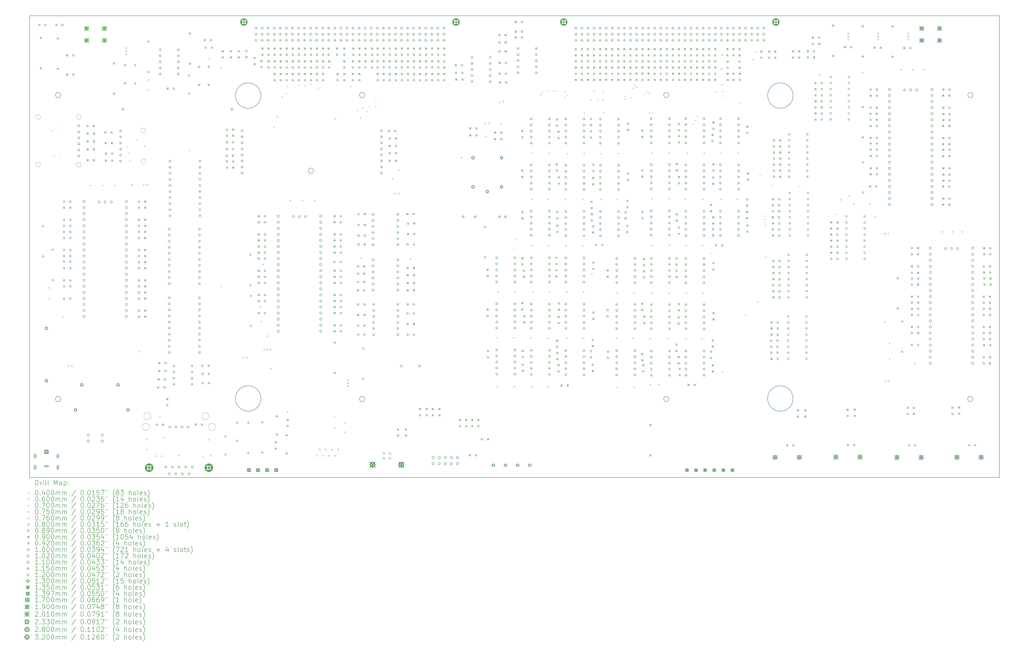
<source format=gbr>
%FSLAX45Y45*%
G04 Gerber Fmt 4.5, Leading zero omitted, Abs format (unit mm)*
G04 Created by KiCad (PCBNEW (6.0.1)) date 2023-03-07 12:10:30*
%MOMM*%
%LPD*%
G01*
G04 APERTURE LIST*
%TA.AperFunction,Profile*%
%ADD10C,0.100000*%
%TD*%
%TA.AperFunction,Profile*%
%ADD11C,0.160000*%
%TD*%
%ADD12C,0.200000*%
%ADD13C,0.040000*%
%ADD14C,0.060000*%
%ADD15C,0.070000*%
%ADD16C,0.075000*%
%ADD17C,0.076000*%
%ADD18C,0.080000*%
%ADD19C,0.089000*%
%ADD20C,0.090000*%
%ADD21C,0.092000*%
%ADD22C,0.100000*%
%ADD23C,0.102000*%
%ADD24C,0.110000*%
%ADD25C,0.115000*%
%ADD26C,0.120000*%
%ADD27C,0.130000*%
%ADD28C,0.135000*%
%ADD29C,0.139700*%
%ADD30C,0.170000*%
%ADD31C,0.190000*%
%ADD32C,0.201000*%
%ADD33C,0.233000*%
%ADD34C,0.280000*%
%ADD35C,0.320000*%
G04 APERTURE END LIST*
D10*
X6132500Y-7105826D02*
G75*
G03*
X6132500Y-7105826I-100000J0D01*
G01*
X6132500Y-8398394D02*
G75*
G03*
X6132500Y-8398394I-100000J0D01*
G01*
D11*
X33252335Y-5642700D02*
G75*
G03*
X33252335Y-5642700I-533400J0D01*
G01*
X1257300Y-21650000D02*
X41897300Y-21650000D01*
X41897300Y-2298914D02*
X1257300Y-2298914D01*
X15304573Y-5620000D02*
G75*
G03*
X15304573Y-5620000I-110000J0D01*
G01*
X1257300Y-2298914D02*
X1257300Y-21650000D01*
D10*
X8779000Y-19084000D02*
G75*
G03*
X8779000Y-19084000I-150000J0D01*
G01*
D11*
X28048702Y-5620000D02*
G75*
G03*
X28048702Y-5620000I-110000J0D01*
G01*
X28048916Y-18363435D02*
G75*
G03*
X28048916Y-18363435I-110000J0D01*
G01*
X13155300Y-8792914D02*
G75*
G03*
X13155300Y-8792914I-110000J0D01*
G01*
X10950352Y-18342320D02*
G75*
G03*
X10950352Y-18342320I-533400J0D01*
G01*
X10950720Y-5643270D02*
G75*
G03*
X10950720Y-5643270I-533400J0D01*
G01*
D10*
X3415575Y-6540713D02*
G75*
G03*
X3415575Y-6540713I-99968J0D01*
G01*
D11*
X41897300Y-21650000D02*
X41897300Y-2298914D01*
X40792215Y-5620000D02*
G75*
G03*
X40792215Y-5620000I-110000J0D01*
G01*
D10*
X1715408Y-6543253D02*
G75*
G03*
X1715408Y-6543253I-99968J0D01*
G01*
D11*
X2564386Y-5620000D02*
G75*
G03*
X2564386Y-5620000I-110000J0D01*
G01*
X40787018Y-18363435D02*
G75*
G03*
X40787018Y-18363435I-110000J0D01*
G01*
D10*
X9044300Y-19536300D02*
G75*
G03*
X9044300Y-19536300I-150000J0D01*
G01*
X6282300Y-19536300D02*
G75*
G03*
X6282300Y-19536300I-150000J0D01*
G01*
D11*
X15303727Y-18363435D02*
G75*
G03*
X15303727Y-18363435I-110000J0D01*
G01*
X2559925Y-18363435D02*
G75*
G03*
X2559925Y-18363435I-110000J0D01*
G01*
D10*
X3417208Y-8542234D02*
G75*
G03*
X3417208Y-8542234I-99968J0D01*
G01*
X1715408Y-8542234D02*
G75*
G03*
X1715408Y-8542234I-99968J0D01*
G01*
D11*
X33249548Y-18342320D02*
G75*
G03*
X33249548Y-18342320I-533400J0D01*
G01*
D10*
X6343000Y-19081000D02*
G75*
G03*
X6343000Y-19081000I-150000J0D01*
G01*
D12*
D13*
X2192885Y-7091509D02*
X2232885Y-7131509D01*
X2232885Y-7091509D02*
X2192885Y-7131509D01*
X2274740Y-8152653D02*
X2314740Y-8192653D01*
X2314740Y-8152653D02*
X2274740Y-8192653D01*
X2350940Y-6984253D02*
X2390940Y-7024253D01*
X2390940Y-6984253D02*
X2350940Y-7024253D01*
X2477940Y-8127253D02*
X2517940Y-8167253D01*
X2517940Y-8127253D02*
X2477940Y-8167253D01*
X5301300Y-7778013D02*
X5341300Y-7818013D01*
X5341300Y-7778013D02*
X5301300Y-7818013D01*
X5415600Y-8032013D02*
X5455600Y-8072013D01*
X5455600Y-8032013D02*
X5415600Y-8072013D01*
X5453700Y-8336813D02*
X5493700Y-8376813D01*
X5493700Y-8336813D02*
X5453700Y-8376813D01*
X5733100Y-7485913D02*
X5773100Y-7525913D01*
X5773100Y-7485913D02*
X5733100Y-7525913D01*
X5822000Y-16363213D02*
X5862000Y-16403213D01*
X5862000Y-16363213D02*
X5822000Y-16403213D01*
X6050600Y-7739913D02*
X6090600Y-7779913D01*
X6090600Y-7739913D02*
X6050600Y-7779913D01*
X6773200Y-20734800D02*
X6813200Y-20774800D01*
X6813200Y-20734800D02*
X6773200Y-20774800D01*
X6849400Y-19972800D02*
X6889400Y-20012800D01*
X6889400Y-19972800D02*
X6849400Y-20012800D01*
X7484400Y-20709400D02*
X7524400Y-20749400D01*
X7524400Y-20709400D02*
X7484400Y-20749400D01*
X7943000Y-7919000D02*
X7983000Y-7959000D01*
X7983000Y-7919000D02*
X7943000Y-7959000D01*
X8514348Y-20779800D02*
X8554348Y-20819800D01*
X8554348Y-20779800D02*
X8514348Y-20819800D01*
X9274300Y-13633913D02*
X9314300Y-13673913D01*
X9314300Y-13633913D02*
X9274300Y-13673913D01*
X11471000Y-6949000D02*
X11511000Y-6989000D01*
X11511000Y-6949000D02*
X11471000Y-6989000D01*
X11817000Y-5683000D02*
X11857000Y-5723000D01*
X11857000Y-5683000D02*
X11817000Y-5723000D01*
X11979882Y-5531732D02*
X12019882Y-5571732D01*
X12019882Y-5531732D02*
X11979882Y-5571732D01*
X12032300Y-5225314D02*
X12072300Y-5265314D01*
X12072300Y-5225314D02*
X12032300Y-5265314D01*
X12514900Y-5174514D02*
X12554900Y-5214514D01*
X12554900Y-5174514D02*
X12514900Y-5214514D01*
X12794300Y-5199914D02*
X12834300Y-5239914D01*
X12834300Y-5199914D02*
X12794300Y-5239914D01*
X13048300Y-5149114D02*
X13088300Y-5189114D01*
X13088300Y-5149114D02*
X13048300Y-5189114D01*
X13327700Y-5326914D02*
X13367700Y-5366914D01*
X13367700Y-5326914D02*
X13327700Y-5366914D01*
X14699300Y-5250714D02*
X14739300Y-5290714D01*
X14739300Y-5250714D02*
X14699300Y-5290714D01*
X14980000Y-6228000D02*
X15020000Y-6268000D01*
X15020000Y-6228000D02*
X14980000Y-6268000D01*
X15103000Y-6558000D02*
X15143000Y-6598000D01*
X15143000Y-6558000D02*
X15103000Y-6598000D01*
X15187000Y-6144000D02*
X15227000Y-6184000D01*
X15227000Y-6144000D02*
X15187000Y-6184000D01*
X15377000Y-6295000D02*
X15417000Y-6335000D01*
X15417000Y-6295000D02*
X15377000Y-6335000D01*
X15477000Y-6102000D02*
X15517000Y-6142000D01*
X15517000Y-6102000D02*
X15477000Y-6142000D01*
X15739000Y-6077000D02*
X15779000Y-6117000D01*
X15779000Y-6077000D02*
X15739000Y-6117000D01*
X15746950Y-5736000D02*
X15786950Y-5776000D01*
X15786950Y-5736000D02*
X15746950Y-5776000D01*
X20935000Y-5898413D02*
X20975000Y-5938413D01*
X20975000Y-5898413D02*
X20935000Y-5938413D01*
X21087400Y-5860313D02*
X21127400Y-5900313D01*
X21127400Y-5860313D02*
X21087400Y-5900313D01*
X21531900Y-12007113D02*
X21571900Y-12047113D01*
X21571900Y-12007113D02*
X21531900Y-12047113D01*
X21633500Y-11626113D02*
X21673500Y-11666113D01*
X21673500Y-11626113D02*
X21633500Y-11666113D01*
X22662200Y-5580914D02*
X22702200Y-5620913D01*
X22702200Y-5580914D02*
X22662200Y-5620913D01*
X22725700Y-5479314D02*
X22765700Y-5519314D01*
X22765700Y-5479314D02*
X22725700Y-5519314D01*
X22903500Y-5415814D02*
X22943500Y-5455814D01*
X22943500Y-5415814D02*
X22903500Y-5455814D01*
X23030500Y-5441214D02*
X23070500Y-5481214D01*
X23070500Y-5441214D02*
X23030500Y-5481214D01*
X23182900Y-5441214D02*
X23222900Y-5481214D01*
X23222900Y-5441214D02*
X23182900Y-5481214D01*
X23309900Y-5428514D02*
X23349900Y-5468514D01*
X23349900Y-5428514D02*
X23309900Y-5468514D01*
X23665500Y-5466614D02*
X23705500Y-5506614D01*
X23705500Y-5466614D02*
X23665500Y-5506614D01*
X23665500Y-5695213D02*
X23705500Y-5735213D01*
X23705500Y-5695213D02*
X23665500Y-5735213D01*
X23741700Y-5606313D02*
X23781700Y-5646313D01*
X23781700Y-5606313D02*
X23741700Y-5646313D01*
X24478300Y-6342913D02*
X24518300Y-6382913D01*
X24518300Y-6342913D02*
X24478300Y-6382913D01*
X24745000Y-5797015D02*
X24785000Y-5837015D01*
X24785000Y-5797015D02*
X24745000Y-5837015D01*
X24795800Y-13099313D02*
X24835800Y-13139313D01*
X24835800Y-13099313D02*
X24795800Y-13139313D01*
X24897400Y-5428514D02*
X24937400Y-5468514D01*
X24937400Y-5428514D02*
X24897400Y-5468514D01*
X25037100Y-5797015D02*
X25077100Y-5837015D01*
X25077100Y-5797015D02*
X25037100Y-5837015D01*
X25253000Y-5797015D02*
X25293000Y-5837015D01*
X25293000Y-5797015D02*
X25253000Y-5837015D01*
X25265700Y-5466614D02*
X25305700Y-5506614D01*
X25305700Y-5466614D02*
X25265700Y-5506614D01*
X25278400Y-6330213D02*
X25318400Y-6370213D01*
X25318400Y-6330213D02*
X25278400Y-6370213D01*
X26188847Y-5644413D02*
X26228847Y-5684413D01*
X26228847Y-5644413D02*
X26188847Y-5684413D01*
X26188847Y-5758713D02*
X26228847Y-5798713D01*
X26228847Y-5758713D02*
X26188847Y-5798713D01*
X26408700Y-5707913D02*
X26448700Y-5747913D01*
X26448700Y-5707913D02*
X26408700Y-5747913D01*
X26510300Y-5314214D02*
X26550300Y-5354214D01*
X26550300Y-5314214D02*
X26510300Y-5354214D01*
X26599200Y-5199914D02*
X26639200Y-5239914D01*
X26639200Y-5199914D02*
X26599200Y-5239914D01*
X26675400Y-5276114D02*
X26715400Y-5316114D01*
X26715400Y-5276114D02*
X26675400Y-5316114D01*
X26992900Y-5568214D02*
X27032900Y-5608213D01*
X27032900Y-5568214D02*
X26992900Y-5608213D01*
X27094500Y-5453914D02*
X27134500Y-5493914D01*
X27134500Y-5453914D02*
X27094500Y-5493914D01*
X27208800Y-5517414D02*
X27248800Y-5557414D01*
X27248800Y-5517414D02*
X27208800Y-5557414D01*
X27209998Y-6348112D02*
X27249998Y-6388112D01*
X27249998Y-6348112D02*
X27209998Y-6388112D01*
X27323100Y-6348112D02*
X27363100Y-6388112D01*
X27363100Y-6348112D02*
X27323100Y-6388112D01*
X29050300Y-6800113D02*
X29090300Y-6840113D01*
X29090300Y-6800113D02*
X29050300Y-6840113D01*
X29126500Y-6660413D02*
X29166500Y-6700413D01*
X29166500Y-6660413D02*
X29126500Y-6700413D01*
X29228100Y-6508013D02*
X29268100Y-6548013D01*
X29268100Y-6508013D02*
X29228100Y-6548013D01*
X29812300Y-12248413D02*
X29852300Y-12288413D01*
X29852300Y-12248413D02*
X29812300Y-12288413D01*
X29990100Y-5466614D02*
X30030100Y-5506614D01*
X30030100Y-5466614D02*
X29990100Y-5506614D01*
X30256800Y-17214114D02*
X30296800Y-17254114D01*
X30296800Y-17214114D02*
X30256800Y-17254114D01*
X30282200Y-5453914D02*
X30322200Y-5493914D01*
X30322200Y-5453914D02*
X30282200Y-5493914D01*
X30294900Y-5631713D02*
X30334900Y-5671713D01*
X30334900Y-5631713D02*
X30294900Y-5671713D01*
X30980700Y-5949213D02*
X31020700Y-5989213D01*
X31020700Y-5949213D02*
X30980700Y-5989213D01*
X31247400Y-14826513D02*
X31287400Y-14866513D01*
X31287400Y-14826513D02*
X31247400Y-14866513D01*
X31755400Y-14280413D02*
X31795400Y-14320413D01*
X31795400Y-14280413D02*
X31755400Y-14320413D01*
X31844300Y-8971814D02*
X31884300Y-9011814D01*
X31884300Y-8971814D02*
X31844300Y-9011814D01*
X32047500Y-10813314D02*
X32087500Y-10853314D01*
X32087500Y-10813314D02*
X32047500Y-10853314D01*
X32048117Y-10660297D02*
X32088117Y-10700297D01*
X32088117Y-10660297D02*
X32048117Y-10700297D01*
X32072900Y-10953014D02*
X32112900Y-10993014D01*
X32112900Y-10953014D02*
X32072900Y-10993014D01*
X32073102Y-11080014D02*
X32113102Y-11120014D01*
X32113102Y-11080014D02*
X32073102Y-11120014D01*
X32073102Y-12375413D02*
X32113102Y-12415413D01*
X32113102Y-12375413D02*
X32073102Y-12415413D01*
X32326900Y-9403614D02*
X32366900Y-9443614D01*
X32366900Y-9403614D02*
X32326900Y-9443614D01*
X33495502Y-9429014D02*
X33535502Y-9469014D01*
X33535502Y-9429014D02*
X33495502Y-9469014D01*
D14*
X2916840Y-16980114D02*
G75*
G03*
X2916840Y-16980114I-30000J0D01*
G01*
X3066840Y-16980114D02*
G75*
G03*
X3066840Y-16980114I-30000J0D01*
G01*
X6064900Y-9385514D02*
G75*
G03*
X6064900Y-9385514I-30000J0D01*
G01*
X6214900Y-9385514D02*
G75*
G03*
X6214900Y-9385514I-30000J0D01*
G01*
X10232040Y-16624513D02*
G75*
G03*
X10232040Y-16624513I-30000J0D01*
G01*
X10382040Y-16624513D02*
G75*
G03*
X10382040Y-16624513I-30000J0D01*
G01*
X16616740Y-9756000D02*
G75*
G03*
X16616740Y-9756000I-30000J0D01*
G01*
X16766740Y-9756000D02*
G75*
G03*
X16766740Y-9756000I-30000J0D01*
G01*
X20386560Y-6807413D02*
G75*
G03*
X20386560Y-6807413I-30000J0D01*
G01*
X20536560Y-6807413D02*
G75*
G03*
X20536560Y-6807413I-30000J0D01*
G01*
X37126700Y-11430000D02*
G75*
G03*
X37126700Y-11430000I-30000J0D01*
G01*
X37129100Y-17615114D02*
G75*
G03*
X37129100Y-17615114I-30000J0D01*
G01*
X37276700Y-11430000D02*
G75*
G03*
X37276700Y-11430000I-30000J0D01*
G01*
X37279100Y-17615114D02*
G75*
G03*
X37279100Y-17615114I-30000J0D01*
G01*
D15*
X2074720Y-13667613D02*
X2074720Y-13737613D01*
X2039720Y-13702613D02*
X2109720Y-13702613D01*
X2074720Y-14112113D02*
X2074720Y-14182113D01*
X2039720Y-14147113D02*
X2109720Y-14147113D01*
X2646220Y-14874113D02*
X2646220Y-14944113D01*
X2611220Y-14909113D02*
X2681220Y-14909113D01*
X3797300Y-9375914D02*
X3797300Y-9445914D01*
X3762300Y-9410914D02*
X3832300Y-9410914D01*
X4305300Y-9375914D02*
X4305300Y-9445914D01*
X4270300Y-9410914D02*
X4340300Y-9410914D01*
X4813300Y-9375914D02*
X4813300Y-9445914D01*
X4778300Y-9410914D02*
X4848300Y-9410914D01*
X5549900Y-9350514D02*
X5549900Y-9420514D01*
X5514900Y-9385514D02*
X5584900Y-9385514D01*
X6165000Y-20035000D02*
X6165000Y-20105000D01*
X6130000Y-20070000D02*
X6200000Y-20070000D01*
X6172900Y-20441167D02*
X6172900Y-20511167D01*
X6137900Y-20476167D02*
X6207900Y-20476167D01*
X6235700Y-4956314D02*
X6235700Y-5026314D01*
X6200700Y-4991314D02*
X6270700Y-4991314D01*
X6235700Y-5362714D02*
X6235700Y-5432714D01*
X6200700Y-5397714D02*
X6270700Y-5397714D01*
X6525348Y-20717800D02*
X6525348Y-20787800D01*
X6490348Y-20752800D02*
X6560348Y-20752800D01*
X6714000Y-19083000D02*
X6714000Y-19153000D01*
X6679000Y-19118000D02*
X6749000Y-19118000D01*
X8774400Y-20034000D02*
X8774400Y-20104000D01*
X8739400Y-20069000D02*
X8809400Y-20069000D01*
X8788400Y-4054400D02*
X8788400Y-4124400D01*
X8753400Y-4089400D02*
X8823400Y-4089400D01*
X8841348Y-20698800D02*
X8841348Y-20768800D01*
X8806348Y-20733800D02*
X8876348Y-20733800D01*
X9283700Y-4461014D02*
X9283700Y-4531014D01*
X9248700Y-4496014D02*
X9318700Y-4496014D01*
X10934700Y-14468613D02*
X10934700Y-14538613D01*
X10899700Y-14503613D02*
X10969700Y-14503613D01*
X10974374Y-15081188D02*
X10974374Y-15151188D01*
X10939374Y-15116188D02*
X11009374Y-15116188D01*
X11033300Y-12683913D02*
X11033300Y-12753913D01*
X10998300Y-12718913D02*
X11068300Y-12718913D01*
X11214100Y-15687813D02*
X11214100Y-15757813D01*
X11179100Y-15722813D02*
X11249100Y-15722813D01*
X11366300Y-17061914D02*
X11366300Y-17131914D01*
X11331300Y-17096914D02*
X11401300Y-17096914D01*
X11633200Y-6493013D02*
X11633200Y-6563013D01*
X11598200Y-6528013D02*
X11668200Y-6528013D01*
X12066000Y-18857000D02*
X12066000Y-18927000D01*
X12031000Y-18892000D02*
X12101000Y-18892000D01*
X12179300Y-10010914D02*
X12179300Y-10080914D01*
X12144300Y-10045914D02*
X12214300Y-10045914D01*
X12687300Y-10010914D02*
X12687300Y-10080914D01*
X12652300Y-10045914D02*
X12722300Y-10045914D01*
X13195300Y-10010914D02*
X13195300Y-10080914D01*
X13160300Y-10045914D02*
X13230300Y-10045914D01*
X14033000Y-19092000D02*
X14033000Y-19162000D01*
X13998000Y-19127000D02*
X14068000Y-19127000D01*
X14058400Y-19523800D02*
X14058400Y-19593800D01*
X14023400Y-19558800D02*
X14093400Y-19558800D01*
X14058900Y-6581913D02*
X14058900Y-6651913D01*
X14023900Y-6616913D02*
X14093900Y-6616913D01*
X14470600Y-19322900D02*
X14470600Y-19392900D01*
X14435600Y-19357900D02*
X14505600Y-19357900D01*
X14470600Y-19716600D02*
X14470600Y-19786600D01*
X14435600Y-19751600D02*
X14505600Y-19751600D01*
X15146728Y-12408288D02*
X15146728Y-12478288D01*
X15111728Y-12443288D02*
X15181728Y-12443288D01*
X16469000Y-9088000D02*
X16469000Y-9158000D01*
X16434000Y-9123000D02*
X16504000Y-9123000D01*
X16728000Y-8712000D02*
X16728000Y-8782000D01*
X16693000Y-8747000D02*
X16763000Y-8747000D01*
X17216828Y-12459088D02*
X17216828Y-12529088D01*
X17181828Y-12494088D02*
X17251828Y-12494088D01*
X19354800Y-8207513D02*
X19354800Y-8277513D01*
X19319800Y-8242513D02*
X19389800Y-8242513D01*
X20370800Y-7318513D02*
X20370800Y-7388513D01*
X20335800Y-7353513D02*
X20405800Y-7353513D01*
X20850860Y-15753305D02*
X20850860Y-15823305D01*
X20815860Y-15788305D02*
X20885860Y-15788305D01*
X20853400Y-17815642D02*
X20853400Y-17885642D01*
X20818400Y-17850642D02*
X20888400Y-17850642D01*
X20876260Y-13830525D02*
X20876260Y-13900525D01*
X20841260Y-13865525D02*
X20911260Y-13865525D01*
X21018500Y-6810513D02*
X21018500Y-6880513D01*
X20983500Y-6845513D02*
X21053500Y-6845513D01*
X21536660Y-15753305D02*
X21536660Y-15823305D01*
X21501660Y-15788305D02*
X21571660Y-15788305D01*
X21564600Y-17802942D02*
X21564600Y-17872942D01*
X21529600Y-17837942D02*
X21599600Y-17837942D01*
X21587460Y-13830525D02*
X21587460Y-13900525D01*
X21552460Y-13865525D02*
X21622460Y-13865525D01*
X22260560Y-15766553D02*
X22260560Y-15836553D01*
X22225560Y-15801553D02*
X22295560Y-15801553D01*
X22288500Y-17816190D02*
X22288500Y-17886190D01*
X22253500Y-17851190D02*
X22323500Y-17851190D01*
X22293580Y-11903841D02*
X22293580Y-11973841D01*
X22258580Y-11938841D02*
X22328580Y-11938841D01*
X22301200Y-9949406D02*
X22301200Y-10019406D01*
X22266200Y-9984406D02*
X22336200Y-9984406D01*
X22318980Y-8025769D02*
X22318980Y-8095769D01*
X22283980Y-8060769D02*
X22353980Y-8060769D01*
X22336760Y-13843773D02*
X22336760Y-13913773D01*
X22301760Y-13878773D02*
X22371760Y-13878773D01*
X22984460Y-15766553D02*
X22984460Y-15836553D01*
X22949460Y-15801553D02*
X23019460Y-15801553D01*
X22987000Y-9949406D02*
X22987000Y-10019406D01*
X22952000Y-9984406D02*
X23022000Y-9984406D01*
X22987000Y-17816190D02*
X22987000Y-17886190D01*
X22952000Y-17851190D02*
X23022000Y-17851190D01*
X23004780Y-11891141D02*
X23004780Y-11961141D01*
X22969780Y-11926141D02*
X23039780Y-11926141D01*
X23030180Y-8025769D02*
X23030180Y-8095769D01*
X22995180Y-8060769D02*
X23065180Y-8060769D01*
X23047960Y-13843773D02*
X23047960Y-13913773D01*
X23012960Y-13878773D02*
X23082960Y-13878773D01*
X23710900Y-9962654D02*
X23710900Y-10032654D01*
X23675900Y-9997654D02*
X23745900Y-9997654D01*
X23728680Y-11904389D02*
X23728680Y-11974389D01*
X23693680Y-11939389D02*
X23763680Y-11939389D01*
X23759160Y-15766553D02*
X23759160Y-15836553D01*
X23724160Y-15801553D02*
X23794160Y-15801553D01*
X23771860Y-13843265D02*
X23771860Y-13913265D01*
X23736860Y-13878265D02*
X23806860Y-13878265D01*
X23779480Y-8039017D02*
X23779480Y-8109017D01*
X23744480Y-8074017D02*
X23814480Y-8074017D01*
X24427180Y-11904389D02*
X24427180Y-11974389D01*
X24392180Y-11939389D02*
X24462180Y-11939389D01*
X24432260Y-15766553D02*
X24432260Y-15836553D01*
X24397260Y-15801553D02*
X24467260Y-15801553D01*
X24434800Y-9962654D02*
X24434800Y-10032654D01*
X24399800Y-9997654D02*
X24469800Y-9997654D01*
X24470360Y-13843773D02*
X24470360Y-13913773D01*
X24435360Y-13878773D02*
X24505360Y-13878773D01*
X24490680Y-8039017D02*
X24490680Y-8109017D01*
X24455680Y-8074017D02*
X24525680Y-8074017D01*
X25209500Y-9962654D02*
X25209500Y-10032654D01*
X25174500Y-9997654D02*
X25244500Y-9997654D01*
X25214580Y-8038509D02*
X25214580Y-8108509D01*
X25179580Y-8073509D02*
X25249580Y-8073509D01*
X25852120Y-15781245D02*
X25852120Y-15851245D01*
X25817120Y-15816245D02*
X25887120Y-15816245D01*
X25877520Y-13878785D02*
X25877520Y-13948785D01*
X25842520Y-13913785D02*
X25912520Y-13913785D01*
X25882600Y-9962654D02*
X25882600Y-10032654D01*
X25847600Y-9997654D02*
X25917600Y-9997654D01*
X25884100Y-17840542D02*
X25884100Y-17910542D01*
X25849100Y-17875542D02*
X25919100Y-17875542D01*
X25913080Y-8039017D02*
X25913080Y-8109017D01*
X25878080Y-8074017D02*
X25948080Y-8074017D01*
X26537920Y-15781245D02*
X26537920Y-15851245D01*
X26502920Y-15816245D02*
X26572920Y-15816245D01*
X26588720Y-13878785D02*
X26588720Y-13948785D01*
X26553720Y-13913785D02*
X26623720Y-13913785D01*
X26595300Y-17827842D02*
X26595300Y-17897842D01*
X26560300Y-17862842D02*
X26630300Y-17862842D01*
X27261820Y-15794493D02*
X27261820Y-15864493D01*
X27226820Y-15829493D02*
X27296820Y-15829493D01*
X27261820Y-17732514D02*
X27261820Y-17802514D01*
X27226820Y-17767514D02*
X27296820Y-17767514D01*
X27322780Y-11889965D02*
X27322780Y-11959965D01*
X27287780Y-11924965D02*
X27357780Y-11924965D01*
X27330400Y-9935530D02*
X27330400Y-10005530D01*
X27295400Y-9970530D02*
X27365400Y-9970530D01*
X27338020Y-13892033D02*
X27338020Y-13962033D01*
X27303020Y-13927033D02*
X27373020Y-13927033D01*
X27348180Y-8011893D02*
X27348180Y-8081893D01*
X27313180Y-8046893D02*
X27383180Y-8046893D01*
X27627580Y-17732514D02*
X27627580Y-17802514D01*
X27592580Y-17767514D02*
X27662580Y-17767514D01*
X27985720Y-15794493D02*
X27985720Y-15864493D01*
X27950720Y-15829493D02*
X28020720Y-15829493D01*
X28049220Y-13892033D02*
X28049220Y-13962033D01*
X28014220Y-13927033D02*
X28084220Y-13927033D01*
X28059380Y-8011893D02*
X28059380Y-8081893D01*
X28024380Y-8046893D02*
X28094380Y-8046893D01*
X28059380Y-11877265D02*
X28059380Y-11947265D01*
X28024380Y-11912265D02*
X28094380Y-11912265D01*
X28067000Y-9935530D02*
X28067000Y-10005530D01*
X28032000Y-9970530D02*
X28102000Y-9970530D01*
X28740100Y-9948778D02*
X28740100Y-10018778D01*
X28705100Y-9983778D02*
X28775100Y-9983778D01*
X28757880Y-11890513D02*
X28757880Y-11960513D01*
X28722880Y-11925513D02*
X28792880Y-11925513D01*
X28760420Y-15794493D02*
X28760420Y-15864493D01*
X28725420Y-15829493D02*
X28795420Y-15829493D01*
X28773120Y-13891525D02*
X28773120Y-13961525D01*
X28738120Y-13926525D02*
X28808120Y-13926525D01*
X28808680Y-8025141D02*
X28808680Y-8095141D01*
X28773680Y-8060141D02*
X28843680Y-8060141D01*
X29433520Y-15794493D02*
X29433520Y-15864493D01*
X29398520Y-15829493D02*
X29468520Y-15829493D01*
X29456380Y-11890513D02*
X29456380Y-11960513D01*
X29421380Y-11925513D02*
X29491380Y-11925513D01*
X29464000Y-9948778D02*
X29464000Y-10018778D01*
X29429000Y-9983778D02*
X29499000Y-9983778D01*
X29471620Y-13892033D02*
X29471620Y-13962033D01*
X29436620Y-13927033D02*
X29506620Y-13927033D01*
X29519880Y-8025141D02*
X29519880Y-8095141D01*
X29484880Y-8060141D02*
X29554880Y-8060141D01*
X30238700Y-4486414D02*
X30238700Y-4556414D01*
X30203700Y-4521414D02*
X30273700Y-4521414D01*
X30238700Y-9948778D02*
X30238700Y-10018778D01*
X30203700Y-9983778D02*
X30273700Y-9983778D01*
X30243780Y-8024633D02*
X30243780Y-8094633D01*
X30208780Y-8059633D02*
X30278780Y-8059633D01*
X30264100Y-5146814D02*
X30264100Y-5216814D01*
X30229100Y-5181814D02*
X30299100Y-5181814D01*
X30276800Y-3902213D02*
X30276800Y-3972213D01*
X30241800Y-3937213D02*
X30311800Y-3937213D01*
X30911800Y-9948778D02*
X30911800Y-10018778D01*
X30876800Y-9983778D02*
X30946800Y-9983778D01*
X30942280Y-8025141D02*
X30942280Y-8095141D01*
X30907280Y-8060141D02*
X30977280Y-8060141D01*
X31572200Y-4092713D02*
X31572200Y-4162713D01*
X31537200Y-4127713D02*
X31607200Y-4127713D01*
X31673800Y-3775213D02*
X31673800Y-3845213D01*
X31638800Y-3810213D02*
X31708800Y-3810213D01*
X34353500Y-4740414D02*
X34353500Y-4810414D01*
X34318500Y-4775414D02*
X34388500Y-4775414D01*
X35026600Y-10582414D02*
X35026600Y-10652414D01*
X34991600Y-10617414D02*
X35061600Y-10617414D01*
X35242500Y-9972814D02*
X35242500Y-10042814D01*
X35207500Y-10007814D02*
X35277500Y-10007814D01*
X35598100Y-9820200D02*
X35598100Y-9890200D01*
X35563100Y-9855200D02*
X35633100Y-9855200D01*
X35801300Y-10150400D02*
X35801300Y-10220400D01*
X35766300Y-10185400D02*
X35836300Y-10185400D01*
X36156900Y-4651300D02*
X36156900Y-4721300D01*
X36121900Y-4686300D02*
X36191900Y-4686300D01*
X36471860Y-10152940D02*
X36471860Y-10222940D01*
X36436860Y-10187940D02*
X36506860Y-10187940D01*
X36690300Y-10696714D02*
X36690300Y-10766714D01*
X36655300Y-10731714D02*
X36725300Y-10731714D01*
X37096700Y-15103400D02*
X37096700Y-15173400D01*
X37061700Y-15138400D02*
X37131700Y-15138400D01*
X37299900Y-15992400D02*
X37299900Y-16062400D01*
X37264900Y-16027400D02*
X37334900Y-16027400D01*
X37299900Y-16640100D02*
X37299900Y-16710100D01*
X37264900Y-16675100D02*
X37334900Y-16675100D01*
X37767260Y-4514140D02*
X37767260Y-4584140D01*
X37732260Y-4549140D02*
X37802260Y-4549140D01*
X38262560Y-4526840D02*
X38262560Y-4596840D01*
X38227560Y-4561840D02*
X38297560Y-4561840D01*
X38351920Y-16830600D02*
X38351920Y-16900600D01*
X38316920Y-16865600D02*
X38386920Y-16865600D01*
X38745160Y-4526840D02*
X38745160Y-4596840D01*
X38710160Y-4561840D02*
X38780160Y-4561840D01*
X39509700Y-11318800D02*
X39509700Y-11388800D01*
X39474700Y-11353800D02*
X39544700Y-11353800D01*
X39928800Y-11318800D02*
X39928800Y-11388800D01*
X39893800Y-11353800D02*
X39963800Y-11353800D01*
X40347900Y-11318800D02*
X40347900Y-11388800D01*
X40312900Y-11353800D02*
X40382900Y-11353800D01*
D16*
X5324517Y-3680517D02*
X5324517Y-3627483D01*
X5271483Y-3627483D01*
X5271483Y-3680517D01*
X5324517Y-3680517D01*
X5324517Y-3807517D02*
X5324517Y-3754483D01*
X5271483Y-3754483D01*
X5271483Y-3807517D01*
X5324517Y-3807517D01*
X5324517Y-3934517D02*
X5324517Y-3881483D01*
X5271483Y-3881483D01*
X5271483Y-3934517D01*
X5324517Y-3934517D01*
X11113617Y-16320830D02*
X11113617Y-16267797D01*
X11060583Y-16267797D01*
X11060583Y-16320830D01*
X11113617Y-16320830D01*
X11240617Y-16320830D02*
X11240617Y-16267797D01*
X11187583Y-16267797D01*
X11187583Y-16320830D01*
X11240617Y-16320830D01*
X11367617Y-16320830D02*
X11367617Y-16267797D01*
X11314583Y-16267797D01*
X11314583Y-16320830D01*
X11367617Y-16320830D01*
X14618817Y-17590830D02*
X14618817Y-17537797D01*
X14565783Y-17537797D01*
X14565783Y-17590830D01*
X14618817Y-17590830D01*
X14618817Y-17717830D02*
X14618817Y-17664797D01*
X14565783Y-17664797D01*
X14565783Y-17717830D01*
X14618817Y-17717830D01*
X14618817Y-17844830D02*
X14618817Y-17791797D01*
X14565783Y-17791797D01*
X14565783Y-17844830D01*
X14618817Y-17844830D01*
X35586517Y-3062030D02*
X35586517Y-3008997D01*
X35533483Y-3008997D01*
X35533483Y-3062030D01*
X35586517Y-3062030D01*
X35586517Y-3189030D02*
X35586517Y-3135997D01*
X35533483Y-3135997D01*
X35533483Y-3189030D01*
X35586517Y-3189030D01*
X35586517Y-3316030D02*
X35586517Y-3262997D01*
X35533483Y-3262997D01*
X35533483Y-3316030D01*
X35586517Y-3316030D01*
X36829017Y-3062030D02*
X36829017Y-3008997D01*
X36775983Y-3008997D01*
X36775983Y-3062030D01*
X36829017Y-3062030D01*
X36829017Y-3189030D02*
X36829017Y-3135997D01*
X36775983Y-3135997D01*
X36775983Y-3189030D01*
X36829017Y-3189030D01*
X36829017Y-3316030D02*
X36829017Y-3262997D01*
X36775983Y-3262997D01*
X36775983Y-3316030D01*
X36829017Y-3316030D01*
X38099017Y-3062030D02*
X38099017Y-3008997D01*
X38045983Y-3008997D01*
X38045983Y-3062030D01*
X38099017Y-3062030D01*
X38099017Y-3189030D02*
X38099017Y-3135997D01*
X38045983Y-3135997D01*
X38045983Y-3189030D01*
X38099017Y-3189030D01*
X38099017Y-3316030D02*
X38099017Y-3262997D01*
X38045983Y-3262997D01*
X38045983Y-3316030D01*
X38099017Y-3316030D01*
D17*
X13285750Y-20773000D02*
X13323750Y-20735000D01*
X13285750Y-20697000D01*
X13247750Y-20735000D01*
X13285750Y-20773000D01*
X13412750Y-20519000D02*
X13450750Y-20481000D01*
X13412750Y-20443000D01*
X13374750Y-20481000D01*
X13412750Y-20519000D01*
X13539750Y-20773000D02*
X13577750Y-20735000D01*
X13539750Y-20697000D01*
X13501750Y-20735000D01*
X13539750Y-20773000D01*
X13666750Y-20519000D02*
X13704750Y-20481000D01*
X13666750Y-20443000D01*
X13628750Y-20481000D01*
X13666750Y-20519000D01*
X13793750Y-20773000D02*
X13831750Y-20735000D01*
X13793750Y-20697000D01*
X13755750Y-20735000D01*
X13793750Y-20773000D01*
X13920750Y-20519000D02*
X13958750Y-20481000D01*
X13920750Y-20443000D01*
X13882750Y-20481000D01*
X13920750Y-20519000D01*
X14047750Y-20773000D02*
X14085750Y-20735000D01*
X14047750Y-20697000D01*
X14009750Y-20735000D01*
X14047750Y-20773000D01*
X14174750Y-20519000D02*
X14212750Y-20481000D01*
X14174750Y-20443000D01*
X14136750Y-20481000D01*
X14174750Y-20519000D01*
D18*
X1687200Y-3186013D02*
X1767200Y-3266013D01*
X1767200Y-3186013D02*
X1687200Y-3266013D01*
X1767200Y-3226013D02*
G75*
G03*
X1767200Y-3226013I-40000J0D01*
G01*
X1687200Y-4456014D02*
X1767200Y-4536014D01*
X1767200Y-4456014D02*
X1687200Y-4536014D01*
X1767200Y-4496014D02*
G75*
G03*
X1767200Y-4496014I-40000J0D01*
G01*
X1776100Y-11072714D02*
X1856100Y-11152714D01*
X1856100Y-11072714D02*
X1776100Y-11152714D01*
X1856100Y-11112714D02*
G75*
G03*
X1856100Y-11112714I-40000J0D01*
G01*
X1776100Y-12342713D02*
X1856100Y-12422713D01*
X1856100Y-12342713D02*
X1776100Y-12422713D01*
X1856100Y-12382713D02*
G75*
G03*
X1856100Y-12382713I-40000J0D01*
G01*
X1926000Y-21138000D02*
X2006000Y-21218000D01*
X2006000Y-21138000D02*
X1926000Y-21218000D01*
X2006000Y-21178000D02*
G75*
G03*
X2006000Y-21178000I-40000J0D01*
G01*
D12*
X1905722Y-21208000D02*
X2026278Y-21208000D01*
X1905722Y-21148000D02*
X2026278Y-21148000D01*
X2026278Y-21208000D02*
G75*
G03*
X2026278Y-21148000I0J30000D01*
G01*
X1905722Y-21148000D02*
G75*
G03*
X1905722Y-21208000I0J-30000D01*
G01*
D18*
X2182500Y-12063313D02*
X2262500Y-12143313D01*
X2262500Y-12063313D02*
X2182500Y-12143313D01*
X2262500Y-12103313D02*
G75*
G03*
X2262500Y-12103313I-40000J0D01*
G01*
X2182500Y-13333313D02*
X2262500Y-13413313D01*
X2262500Y-13333313D02*
X2182500Y-13413313D01*
X2262500Y-13373313D02*
G75*
G03*
X2262500Y-13373313I-40000J0D01*
G01*
X2398400Y-3211413D02*
X2478400Y-3291413D01*
X2478400Y-3211413D02*
X2398400Y-3291413D01*
X2478400Y-3251413D02*
G75*
G03*
X2478400Y-3251413I-40000J0D01*
G01*
X2398400Y-4481414D02*
X2478400Y-4561414D01*
X2478400Y-4481414D02*
X2398400Y-4561414D01*
X2478400Y-4521414D02*
G75*
G03*
X2478400Y-4521414I-40000J0D01*
G01*
X4753000Y-4252000D02*
X4833000Y-4332000D01*
X4833000Y-4252000D02*
X4753000Y-4332000D01*
X4833000Y-4292000D02*
G75*
G03*
X4833000Y-4292000I-40000J0D01*
G01*
X4753000Y-5522000D02*
X4833000Y-5602000D01*
X4833000Y-5522000D02*
X4753000Y-5602000D01*
X4833000Y-5562000D02*
G75*
G03*
X4833000Y-5562000I-40000J0D01*
G01*
X5217800Y-4329014D02*
X5297800Y-4409014D01*
X5297800Y-4329014D02*
X5217800Y-4409014D01*
X5297800Y-4369014D02*
G75*
G03*
X5297800Y-4369014I-40000J0D01*
G01*
X5217800Y-5091014D02*
X5297800Y-5171014D01*
X5297800Y-5091014D02*
X5217800Y-5171014D01*
X5297800Y-5131014D02*
G75*
G03*
X5297800Y-5131014I-40000J0D01*
G01*
X5636900Y-4329014D02*
X5716900Y-4409014D01*
X5716900Y-4329014D02*
X5636900Y-4409014D01*
X5716900Y-4369014D02*
G75*
G03*
X5716900Y-4369014I-40000J0D01*
G01*
X5636900Y-5091014D02*
X5716900Y-5171014D01*
X5716900Y-5091014D02*
X5636900Y-5171014D01*
X5716900Y-5131014D02*
G75*
G03*
X5716900Y-5131014I-40000J0D01*
G01*
X6195700Y-3338413D02*
X6275700Y-3418413D01*
X6275700Y-3338413D02*
X6195700Y-3418413D01*
X6275700Y-3378413D02*
G75*
G03*
X6275700Y-3378413I-40000J0D01*
G01*
X6195700Y-4608414D02*
X6275700Y-4688414D01*
X6275700Y-4608414D02*
X6195700Y-4688414D01*
X6275700Y-4648414D02*
G75*
G03*
X6275700Y-4648414I-40000J0D01*
G01*
X7261500Y-16939114D02*
X7341500Y-17019114D01*
X7341500Y-16939114D02*
X7261500Y-17019114D01*
X7341500Y-16979114D02*
G75*
G03*
X7341500Y-16979114I-40000J0D01*
G01*
X7261500Y-17193114D02*
X7341500Y-17273114D01*
X7341500Y-17193114D02*
X7261500Y-17273114D01*
X7341500Y-17233114D02*
G75*
G03*
X7341500Y-17233114I-40000J0D01*
G01*
X7261500Y-17447114D02*
X7341500Y-17527114D01*
X7341500Y-17447114D02*
X7261500Y-17527114D01*
X7341500Y-17487114D02*
G75*
G03*
X7341500Y-17487114I-40000J0D01*
G01*
X7261500Y-17701114D02*
X7341500Y-17781114D01*
X7341500Y-17701114D02*
X7261500Y-17781114D01*
X7341500Y-17741114D02*
G75*
G03*
X7341500Y-17741114I-40000J0D01*
G01*
X7897500Y-4760600D02*
X7977500Y-4840600D01*
X7977500Y-4760600D02*
X7897500Y-4840600D01*
X7977500Y-4800600D02*
G75*
G03*
X7977500Y-4800600I-40000J0D01*
G01*
X7897500Y-5522600D02*
X7977500Y-5602600D01*
X7977500Y-5522600D02*
X7897500Y-5602600D01*
X7977500Y-5562600D02*
G75*
G03*
X7977500Y-5562600I-40000J0D01*
G01*
X7935600Y-2995513D02*
X8015600Y-3075513D01*
X8015600Y-2995513D02*
X7935600Y-3075513D01*
X8015600Y-3035513D02*
G75*
G03*
X8015600Y-3035513I-40000J0D01*
G01*
X7935600Y-4265514D02*
X8015600Y-4345514D01*
X8015600Y-4265514D02*
X7935600Y-4345514D01*
X8015600Y-4305514D02*
G75*
G03*
X8015600Y-4305514I-40000J0D01*
G01*
X8023500Y-16939114D02*
X8103500Y-17019114D01*
X8103500Y-16939114D02*
X8023500Y-17019114D01*
X8103500Y-16979114D02*
G75*
G03*
X8103500Y-16979114I-40000J0D01*
G01*
X8023500Y-17193114D02*
X8103500Y-17273114D01*
X8103500Y-17193114D02*
X8023500Y-17273114D01*
X8103500Y-17233114D02*
G75*
G03*
X8103500Y-17233114I-40000J0D01*
G01*
X8023500Y-17447114D02*
X8103500Y-17527114D01*
X8103500Y-17447114D02*
X8023500Y-17527114D01*
X8103500Y-17487114D02*
G75*
G03*
X8103500Y-17487114I-40000J0D01*
G01*
X8023500Y-17701114D02*
X8103500Y-17781114D01*
X8103500Y-17701114D02*
X8023500Y-17781114D01*
X8103500Y-17741114D02*
G75*
G03*
X8103500Y-17741114I-40000J0D01*
G01*
X8316600Y-4392514D02*
X8396600Y-4472514D01*
X8396600Y-4392514D02*
X8316600Y-4472514D01*
X8396600Y-4432514D02*
G75*
G03*
X8396600Y-4432514I-40000J0D01*
G01*
X8316600Y-5154514D02*
X8396600Y-5234514D01*
X8396600Y-5154514D02*
X8316600Y-5234514D01*
X8396600Y-5194514D02*
G75*
G03*
X8396600Y-5194514I-40000J0D01*
G01*
X8723000Y-4392514D02*
X8803000Y-4472514D01*
X8803000Y-4392514D02*
X8723000Y-4472514D01*
X8803000Y-4432514D02*
G75*
G03*
X8803000Y-4432514I-40000J0D01*
G01*
X8723000Y-5154514D02*
X8803000Y-5234514D01*
X8803000Y-5154514D02*
X8723000Y-5234514D01*
X8803000Y-5194514D02*
G75*
G03*
X8803000Y-5194514I-40000J0D01*
G01*
X9426300Y-19885200D02*
X9506300Y-19965200D01*
X9506300Y-19885200D02*
X9426300Y-19965200D01*
X9506300Y-19925200D02*
G75*
G03*
X9506300Y-19925200I-40000J0D01*
G01*
X9426300Y-20647200D02*
X9506300Y-20727200D01*
X9506300Y-20647200D02*
X9426300Y-20727200D01*
X9506300Y-20687200D02*
G75*
G03*
X9506300Y-20687200I-40000J0D01*
G01*
X9916000Y-19310000D02*
X9996000Y-19390000D01*
X9996000Y-19310000D02*
X9916000Y-19390000D01*
X9996000Y-19350000D02*
G75*
G03*
X9996000Y-19350000I-40000J0D01*
G01*
X9916000Y-20072000D02*
X9996000Y-20152000D01*
X9996000Y-20072000D02*
X9916000Y-20152000D01*
X9996000Y-20112000D02*
G75*
G03*
X9996000Y-20112000I-40000J0D01*
G01*
X10378800Y-19313700D02*
X10458800Y-19393700D01*
X10458800Y-19313700D02*
X10378800Y-19393700D01*
X10458800Y-19353700D02*
G75*
G03*
X10458800Y-19353700I-40000J0D01*
G01*
X10378800Y-20583700D02*
X10458800Y-20663700D01*
X10458800Y-20583700D02*
X10378800Y-20663700D01*
X10458800Y-20623700D02*
G75*
G03*
X10458800Y-20623700I-40000J0D01*
G01*
X10462900Y-12279213D02*
X10542900Y-12359213D01*
X10542900Y-12279213D02*
X10462900Y-12359213D01*
X10542900Y-12319213D02*
G75*
G03*
X10542900Y-12319213I-40000J0D01*
G01*
X10462900Y-13549213D02*
X10542900Y-13629213D01*
X10542900Y-13549213D02*
X10462900Y-13629213D01*
X10542900Y-13589213D02*
G75*
G03*
X10542900Y-13589213I-40000J0D01*
G01*
X10488300Y-13993713D02*
X10568300Y-14073713D01*
X10568300Y-13993713D02*
X10488300Y-14073713D01*
X10568300Y-14033713D02*
G75*
G03*
X10568300Y-14033713I-40000J0D01*
G01*
X10488300Y-15263713D02*
X10568300Y-15343713D01*
X10568300Y-15263713D02*
X10488300Y-15343713D01*
X10568300Y-15303713D02*
G75*
G03*
X10568300Y-15303713I-40000J0D01*
G01*
X10963000Y-19301000D02*
X11043000Y-19381000D01*
X11043000Y-19301000D02*
X10963000Y-19381000D01*
X11043000Y-19341000D02*
G75*
G03*
X11043000Y-19341000I-40000J0D01*
G01*
X10963000Y-20571000D02*
X11043000Y-20651000D01*
X11043000Y-20571000D02*
X10963000Y-20651000D01*
X11043000Y-20611000D02*
G75*
G03*
X11043000Y-20611000I-40000J0D01*
G01*
X11572600Y-19047000D02*
X11652600Y-19127000D01*
X11652600Y-19047000D02*
X11572600Y-19127000D01*
X11652600Y-19087000D02*
G75*
G03*
X11652600Y-19087000I-40000J0D01*
G01*
X11572600Y-19809000D02*
X11652600Y-19889000D01*
X11652600Y-19809000D02*
X11572600Y-19889000D01*
X11652600Y-19849000D02*
G75*
G03*
X11652600Y-19849000I-40000J0D01*
G01*
X11985000Y-19840000D02*
X12065000Y-19920000D01*
X12065000Y-19840000D02*
X11985000Y-19920000D01*
X12065000Y-19880000D02*
G75*
G03*
X12065000Y-19880000I-40000J0D01*
G01*
X11985000Y-20602000D02*
X12065000Y-20682000D01*
X12065000Y-20602000D02*
X11985000Y-20682000D01*
X12065000Y-20642000D02*
G75*
G03*
X12065000Y-20642000I-40000J0D01*
G01*
X14006200Y-15962000D02*
X14086200Y-16042000D01*
X14086200Y-15962000D02*
X14006200Y-16042000D01*
X14086200Y-16002000D02*
G75*
G03*
X14086200Y-16002000I-40000J0D01*
G01*
X14006200Y-17232000D02*
X14086200Y-17312000D01*
X14086200Y-17232000D02*
X14006200Y-17312000D01*
X14086200Y-17272000D02*
G75*
G03*
X14086200Y-17272000I-40000J0D01*
G01*
X15200000Y-16203300D02*
X15280000Y-16283300D01*
X15280000Y-16203300D02*
X15200000Y-16283300D01*
X15280000Y-16243300D02*
G75*
G03*
X15280000Y-16243300I-40000J0D01*
G01*
X15200000Y-17473300D02*
X15280000Y-17553300D01*
X15280000Y-17473300D02*
X15200000Y-17553300D01*
X15280000Y-17513300D02*
G75*
G03*
X15280000Y-17513300I-40000J0D01*
G01*
X20292700Y-11110600D02*
X20372700Y-11190600D01*
X20372700Y-11110600D02*
X20292700Y-11190600D01*
X20372700Y-11150600D02*
G75*
G03*
X20372700Y-11150600I-40000J0D01*
G01*
X20292700Y-12380600D02*
X20372700Y-12460600D01*
X20372700Y-12380600D02*
X20292700Y-12460600D01*
X20372700Y-12420600D02*
G75*
G03*
X20372700Y-12420600I-40000J0D01*
G01*
X27233300Y-19414914D02*
X27313300Y-19494914D01*
X27313300Y-19414914D02*
X27233300Y-19494914D01*
X27313300Y-19454914D02*
G75*
G03*
X27313300Y-19454914I-40000J0D01*
G01*
X27233300Y-20684914D02*
X27313300Y-20764914D01*
X27313300Y-20684914D02*
X27233300Y-20764914D01*
X27313300Y-20724914D02*
G75*
G03*
X27313300Y-20724914I-40000J0D01*
G01*
X33006900Y-14855813D02*
X33086900Y-14935813D01*
X33086900Y-14855813D02*
X33006900Y-14935813D01*
X33086900Y-14895813D02*
G75*
G03*
X33086900Y-14895813I-40000J0D01*
G01*
X33006900Y-15109813D02*
X33086900Y-15189813D01*
X33086900Y-15109813D02*
X33006900Y-15189813D01*
X33086900Y-15149813D02*
G75*
G03*
X33086900Y-15149813I-40000J0D01*
G01*
X33006900Y-15363813D02*
X33086900Y-15443813D01*
X33086900Y-15363813D02*
X33006900Y-15443813D01*
X33086900Y-15403813D02*
G75*
G03*
X33086900Y-15403813I-40000J0D01*
G01*
X33006900Y-15617813D02*
X33086900Y-15697813D01*
X33086900Y-15617813D02*
X33006900Y-15697813D01*
X33086900Y-15657813D02*
G75*
G03*
X33086900Y-15657813I-40000J0D01*
G01*
X33006900Y-15871813D02*
X33086900Y-15951813D01*
X33086900Y-15871813D02*
X33006900Y-15951813D01*
X33086900Y-15911813D02*
G75*
G03*
X33086900Y-15911813I-40000J0D01*
G01*
X33006900Y-16125813D02*
X33086900Y-16205813D01*
X33086900Y-16125813D02*
X33006900Y-16205813D01*
X33086900Y-16165813D02*
G75*
G03*
X33086900Y-16165813I-40000J0D01*
G01*
X33006900Y-16379813D02*
X33086900Y-16459813D01*
X33086900Y-16379813D02*
X33006900Y-16459813D01*
X33086900Y-16419813D02*
G75*
G03*
X33086900Y-16419813I-40000J0D01*
G01*
X33006900Y-16633813D02*
X33086900Y-16713813D01*
X33086900Y-16633813D02*
X33006900Y-16713813D01*
X33086900Y-16673813D02*
G75*
G03*
X33086900Y-16673813I-40000J0D01*
G01*
X33019600Y-12277713D02*
X33099600Y-12357713D01*
X33099600Y-12277713D02*
X33019600Y-12357713D01*
X33099600Y-12317713D02*
G75*
G03*
X33099600Y-12317713I-40000J0D01*
G01*
X33019600Y-12531713D02*
X33099600Y-12611713D01*
X33099600Y-12531713D02*
X33019600Y-12611713D01*
X33099600Y-12571713D02*
G75*
G03*
X33099600Y-12571713I-40000J0D01*
G01*
X33019600Y-12785713D02*
X33099600Y-12865713D01*
X33099600Y-12785713D02*
X33019600Y-12865713D01*
X33099600Y-12825713D02*
G75*
G03*
X33099600Y-12825713I-40000J0D01*
G01*
X33019600Y-13039713D02*
X33099600Y-13119713D01*
X33099600Y-13039713D02*
X33019600Y-13119713D01*
X33099600Y-13079713D02*
G75*
G03*
X33099600Y-13079713I-40000J0D01*
G01*
X33019600Y-13293713D02*
X33099600Y-13373713D01*
X33099600Y-13293713D02*
X33019600Y-13373713D01*
X33099600Y-13333713D02*
G75*
G03*
X33099600Y-13333713I-40000J0D01*
G01*
X33019600Y-13547713D02*
X33099600Y-13627713D01*
X33099600Y-13547713D02*
X33019600Y-13627713D01*
X33099600Y-13587713D02*
G75*
G03*
X33099600Y-13587713I-40000J0D01*
G01*
X33019600Y-13801713D02*
X33099600Y-13881713D01*
X33099600Y-13801713D02*
X33019600Y-13881713D01*
X33099600Y-13841713D02*
G75*
G03*
X33099600Y-13841713I-40000J0D01*
G01*
X33019600Y-14055713D02*
X33099600Y-14135713D01*
X33099600Y-14055713D02*
X33019600Y-14135713D01*
X33099600Y-14095713D02*
G75*
G03*
X33099600Y-14095713I-40000J0D01*
G01*
X33045000Y-7223113D02*
X33125000Y-7303113D01*
X33125000Y-7223113D02*
X33045000Y-7303113D01*
X33125000Y-7263113D02*
G75*
G03*
X33125000Y-7263113I-40000J0D01*
G01*
X33045000Y-7477113D02*
X33125000Y-7557113D01*
X33125000Y-7477113D02*
X33045000Y-7557113D01*
X33125000Y-7517113D02*
G75*
G03*
X33125000Y-7517113I-40000J0D01*
G01*
X33045000Y-7731113D02*
X33125000Y-7811113D01*
X33125000Y-7731113D02*
X33045000Y-7811113D01*
X33125000Y-7771113D02*
G75*
G03*
X33125000Y-7771113I-40000J0D01*
G01*
X33045000Y-7985113D02*
X33125000Y-8065113D01*
X33125000Y-7985113D02*
X33045000Y-8065113D01*
X33125000Y-8025113D02*
G75*
G03*
X33125000Y-8025113I-40000J0D01*
G01*
X33045000Y-8239113D02*
X33125000Y-8319113D01*
X33125000Y-8239113D02*
X33045000Y-8319113D01*
X33125000Y-8279113D02*
G75*
G03*
X33125000Y-8279113I-40000J0D01*
G01*
X33045000Y-8493114D02*
X33125000Y-8573114D01*
X33125000Y-8493114D02*
X33045000Y-8573114D01*
X33125000Y-8533114D02*
G75*
G03*
X33125000Y-8533114I-40000J0D01*
G01*
X33045000Y-8747114D02*
X33125000Y-8827114D01*
X33125000Y-8747114D02*
X33045000Y-8827114D01*
X33125000Y-8787114D02*
G75*
G03*
X33125000Y-8787114I-40000J0D01*
G01*
X33045000Y-9001114D02*
X33125000Y-9081114D01*
X33125000Y-9001114D02*
X33045000Y-9081114D01*
X33125000Y-9041114D02*
G75*
G03*
X33125000Y-9041114I-40000J0D01*
G01*
X33068900Y-9688414D02*
X33148900Y-9768414D01*
X33148900Y-9688414D02*
X33068900Y-9768414D01*
X33148900Y-9728414D02*
G75*
G03*
X33148900Y-9728414I-40000J0D01*
G01*
X33068900Y-9942414D02*
X33148900Y-10022414D01*
X33148900Y-9942414D02*
X33068900Y-10022414D01*
X33148900Y-9982414D02*
G75*
G03*
X33148900Y-9982414I-40000J0D01*
G01*
X33068900Y-10196414D02*
X33148900Y-10276414D01*
X33148900Y-10196414D02*
X33068900Y-10276414D01*
X33148900Y-10236414D02*
G75*
G03*
X33148900Y-10236414I-40000J0D01*
G01*
X33068900Y-10450414D02*
X33148900Y-10530414D01*
X33148900Y-10450414D02*
X33068900Y-10530414D01*
X33148900Y-10490414D02*
G75*
G03*
X33148900Y-10490414I-40000J0D01*
G01*
X33068900Y-10704414D02*
X33148900Y-10784414D01*
X33148900Y-10704414D02*
X33068900Y-10784414D01*
X33148900Y-10744414D02*
G75*
G03*
X33148900Y-10744414I-40000J0D01*
G01*
X33068900Y-10958414D02*
X33148900Y-11038414D01*
X33148900Y-10958414D02*
X33068900Y-11038414D01*
X33148900Y-10998414D02*
G75*
G03*
X33148900Y-10998414I-40000J0D01*
G01*
X33068900Y-11212413D02*
X33148900Y-11292413D01*
X33148900Y-11212413D02*
X33068900Y-11292413D01*
X33148900Y-11252413D02*
G75*
G03*
X33148900Y-11252413I-40000J0D01*
G01*
X33068900Y-11466413D02*
X33148900Y-11546413D01*
X33148900Y-11466413D02*
X33068900Y-11546413D01*
X33148900Y-11506413D02*
G75*
G03*
X33148900Y-11506413I-40000J0D01*
G01*
X33768900Y-14855813D02*
X33848900Y-14935813D01*
X33848900Y-14855813D02*
X33768900Y-14935813D01*
X33848900Y-14895813D02*
G75*
G03*
X33848900Y-14895813I-40000J0D01*
G01*
X33768900Y-15109813D02*
X33848900Y-15189813D01*
X33848900Y-15109813D02*
X33768900Y-15189813D01*
X33848900Y-15149813D02*
G75*
G03*
X33848900Y-15149813I-40000J0D01*
G01*
X33768900Y-15363813D02*
X33848900Y-15443813D01*
X33848900Y-15363813D02*
X33768900Y-15443813D01*
X33848900Y-15403813D02*
G75*
G03*
X33848900Y-15403813I-40000J0D01*
G01*
X33768900Y-15617813D02*
X33848900Y-15697813D01*
X33848900Y-15617813D02*
X33768900Y-15697813D01*
X33848900Y-15657813D02*
G75*
G03*
X33848900Y-15657813I-40000J0D01*
G01*
X33768900Y-15871813D02*
X33848900Y-15951813D01*
X33848900Y-15871813D02*
X33768900Y-15951813D01*
X33848900Y-15911813D02*
G75*
G03*
X33848900Y-15911813I-40000J0D01*
G01*
X33768900Y-16125813D02*
X33848900Y-16205813D01*
X33848900Y-16125813D02*
X33768900Y-16205813D01*
X33848900Y-16165813D02*
G75*
G03*
X33848900Y-16165813I-40000J0D01*
G01*
X33768900Y-16379813D02*
X33848900Y-16459813D01*
X33848900Y-16379813D02*
X33768900Y-16459813D01*
X33848900Y-16419813D02*
G75*
G03*
X33848900Y-16419813I-40000J0D01*
G01*
X33768900Y-16633813D02*
X33848900Y-16713813D01*
X33848900Y-16633813D02*
X33768900Y-16713813D01*
X33848900Y-16673813D02*
G75*
G03*
X33848900Y-16673813I-40000J0D01*
G01*
X33781600Y-12277713D02*
X33861600Y-12357713D01*
X33861600Y-12277713D02*
X33781600Y-12357713D01*
X33861600Y-12317713D02*
G75*
G03*
X33861600Y-12317713I-40000J0D01*
G01*
X33781600Y-12531713D02*
X33861600Y-12611713D01*
X33861600Y-12531713D02*
X33781600Y-12611713D01*
X33861600Y-12571713D02*
G75*
G03*
X33861600Y-12571713I-40000J0D01*
G01*
X33781600Y-12785713D02*
X33861600Y-12865713D01*
X33861600Y-12785713D02*
X33781600Y-12865713D01*
X33861600Y-12825713D02*
G75*
G03*
X33861600Y-12825713I-40000J0D01*
G01*
X33781600Y-13039713D02*
X33861600Y-13119713D01*
X33861600Y-13039713D02*
X33781600Y-13119713D01*
X33861600Y-13079713D02*
G75*
G03*
X33861600Y-13079713I-40000J0D01*
G01*
X33781600Y-13293713D02*
X33861600Y-13373713D01*
X33861600Y-13293713D02*
X33781600Y-13373713D01*
X33861600Y-13333713D02*
G75*
G03*
X33861600Y-13333713I-40000J0D01*
G01*
X33781600Y-13547713D02*
X33861600Y-13627713D01*
X33861600Y-13547713D02*
X33781600Y-13627713D01*
X33861600Y-13587713D02*
G75*
G03*
X33861600Y-13587713I-40000J0D01*
G01*
X33781600Y-13801713D02*
X33861600Y-13881713D01*
X33861600Y-13801713D02*
X33781600Y-13881713D01*
X33861600Y-13841713D02*
G75*
G03*
X33861600Y-13841713I-40000J0D01*
G01*
X33781600Y-14055713D02*
X33861600Y-14135713D01*
X33861600Y-14055713D02*
X33781600Y-14135713D01*
X33861600Y-14095713D02*
G75*
G03*
X33861600Y-14095713I-40000J0D01*
G01*
X33807000Y-7223113D02*
X33887000Y-7303113D01*
X33887000Y-7223113D02*
X33807000Y-7303113D01*
X33887000Y-7263113D02*
G75*
G03*
X33887000Y-7263113I-40000J0D01*
G01*
X33807000Y-7477113D02*
X33887000Y-7557113D01*
X33887000Y-7477113D02*
X33807000Y-7557113D01*
X33887000Y-7517113D02*
G75*
G03*
X33887000Y-7517113I-40000J0D01*
G01*
X33807000Y-7731113D02*
X33887000Y-7811113D01*
X33887000Y-7731113D02*
X33807000Y-7811113D01*
X33887000Y-7771113D02*
G75*
G03*
X33887000Y-7771113I-40000J0D01*
G01*
X33807000Y-7985113D02*
X33887000Y-8065113D01*
X33887000Y-7985113D02*
X33807000Y-8065113D01*
X33887000Y-8025113D02*
G75*
G03*
X33887000Y-8025113I-40000J0D01*
G01*
X33807000Y-8239113D02*
X33887000Y-8319113D01*
X33887000Y-8239113D02*
X33807000Y-8319113D01*
X33887000Y-8279113D02*
G75*
G03*
X33887000Y-8279113I-40000J0D01*
G01*
X33807000Y-8493114D02*
X33887000Y-8573114D01*
X33887000Y-8493114D02*
X33807000Y-8573114D01*
X33887000Y-8533114D02*
G75*
G03*
X33887000Y-8533114I-40000J0D01*
G01*
X33807000Y-8747114D02*
X33887000Y-8827114D01*
X33887000Y-8747114D02*
X33807000Y-8827114D01*
X33887000Y-8787114D02*
G75*
G03*
X33887000Y-8787114I-40000J0D01*
G01*
X33807000Y-9001114D02*
X33887000Y-9081114D01*
X33887000Y-9001114D02*
X33807000Y-9081114D01*
X33887000Y-9041114D02*
G75*
G03*
X33887000Y-9041114I-40000J0D01*
G01*
X33830900Y-9688414D02*
X33910900Y-9768414D01*
X33910900Y-9688414D02*
X33830900Y-9768414D01*
X33910900Y-9728414D02*
G75*
G03*
X33910900Y-9728414I-40000J0D01*
G01*
X33830900Y-9942414D02*
X33910900Y-10022414D01*
X33910900Y-9942414D02*
X33830900Y-10022414D01*
X33910900Y-9982414D02*
G75*
G03*
X33910900Y-9982414I-40000J0D01*
G01*
X33830900Y-10196414D02*
X33910900Y-10276414D01*
X33910900Y-10196414D02*
X33830900Y-10276414D01*
X33910900Y-10236414D02*
G75*
G03*
X33910900Y-10236414I-40000J0D01*
G01*
X33830900Y-10450414D02*
X33910900Y-10530414D01*
X33910900Y-10450414D02*
X33830900Y-10530414D01*
X33910900Y-10490414D02*
G75*
G03*
X33910900Y-10490414I-40000J0D01*
G01*
X33830900Y-10704414D02*
X33910900Y-10784414D01*
X33910900Y-10704414D02*
X33830900Y-10784414D01*
X33910900Y-10744414D02*
G75*
G03*
X33910900Y-10744414I-40000J0D01*
G01*
X33830900Y-10958414D02*
X33910900Y-11038414D01*
X33910900Y-10958414D02*
X33830900Y-11038414D01*
X33910900Y-10998414D02*
G75*
G03*
X33910900Y-10998414I-40000J0D01*
G01*
X33830900Y-11212413D02*
X33910900Y-11292413D01*
X33910900Y-11212413D02*
X33830900Y-11292413D01*
X33910900Y-11252413D02*
G75*
G03*
X33910900Y-11252413I-40000J0D01*
G01*
X33830900Y-11466413D02*
X33910900Y-11546413D01*
X33910900Y-11466413D02*
X33830900Y-11546413D01*
X33910900Y-11506413D02*
G75*
G03*
X33910900Y-11506413I-40000J0D01*
G01*
X34784900Y-4822814D02*
X34864900Y-4902814D01*
X34864900Y-4822814D02*
X34784900Y-4902814D01*
X34864900Y-4862814D02*
G75*
G03*
X34864900Y-4862814I-40000J0D01*
G01*
X34784900Y-5076814D02*
X34864900Y-5156814D01*
X34864900Y-5076814D02*
X34784900Y-5156814D01*
X34864900Y-5116814D02*
G75*
G03*
X34864900Y-5116814I-40000J0D01*
G01*
X34784900Y-5330814D02*
X34864900Y-5410814D01*
X34864900Y-5330814D02*
X34784900Y-5410814D01*
X34864900Y-5370814D02*
G75*
G03*
X34864900Y-5370814I-40000J0D01*
G01*
X34784900Y-5584814D02*
X34864900Y-5664813D01*
X34864900Y-5584814D02*
X34784900Y-5664813D01*
X34864900Y-5624813D02*
G75*
G03*
X34864900Y-5624813I-40000J0D01*
G01*
X34784900Y-5838813D02*
X34864900Y-5918813D01*
X34864900Y-5838813D02*
X34784900Y-5918813D01*
X34864900Y-5878813D02*
G75*
G03*
X34864900Y-5878813I-40000J0D01*
G01*
X34784900Y-6092813D02*
X34864900Y-6172813D01*
X34864900Y-6092813D02*
X34784900Y-6172813D01*
X34864900Y-6132813D02*
G75*
G03*
X34864900Y-6132813I-40000J0D01*
G01*
X34784900Y-6346813D02*
X34864900Y-6426813D01*
X34864900Y-6346813D02*
X34784900Y-6426813D01*
X34864900Y-6386813D02*
G75*
G03*
X34864900Y-6386813I-40000J0D01*
G01*
X34784900Y-6600813D02*
X34864900Y-6680813D01*
X34864900Y-6600813D02*
X34784900Y-6680813D01*
X34864900Y-6640813D02*
G75*
G03*
X34864900Y-6640813I-40000J0D01*
G01*
X34885000Y-2665314D02*
X34965000Y-2745314D01*
X34965000Y-2665314D02*
X34885000Y-2745314D01*
X34965000Y-2705314D02*
G75*
G03*
X34965000Y-2705314I-40000J0D01*
G01*
X34885000Y-3935313D02*
X34965000Y-4015313D01*
X34965000Y-3935313D02*
X34885000Y-4015313D01*
X34965000Y-3975313D02*
G75*
G03*
X34965000Y-3975313I-40000J0D01*
G01*
X35445300Y-10664814D02*
X35525300Y-10744814D01*
X35525300Y-10664814D02*
X35445300Y-10744814D01*
X35525300Y-10704814D02*
G75*
G03*
X35525300Y-10704814I-40000J0D01*
G01*
X35445300Y-10918814D02*
X35525300Y-10998814D01*
X35525300Y-10918814D02*
X35445300Y-10998814D01*
X35525300Y-10958814D02*
G75*
G03*
X35525300Y-10958814I-40000J0D01*
G01*
X35445300Y-11172814D02*
X35525300Y-11252813D01*
X35525300Y-11172814D02*
X35445300Y-11252813D01*
X35525300Y-11212813D02*
G75*
G03*
X35525300Y-11212813I-40000J0D01*
G01*
X35445300Y-11426813D02*
X35525300Y-11506813D01*
X35525300Y-11426813D02*
X35445300Y-11506813D01*
X35525300Y-11466813D02*
G75*
G03*
X35525300Y-11466813I-40000J0D01*
G01*
X35445300Y-11680813D02*
X35525300Y-11760813D01*
X35525300Y-11680813D02*
X35445300Y-11760813D01*
X35525300Y-11720813D02*
G75*
G03*
X35525300Y-11720813I-40000J0D01*
G01*
X35445300Y-11934813D02*
X35525300Y-12014813D01*
X35525300Y-11934813D02*
X35445300Y-12014813D01*
X35525300Y-11974813D02*
G75*
G03*
X35525300Y-11974813I-40000J0D01*
G01*
X35445300Y-12188813D02*
X35525300Y-12268813D01*
X35525300Y-12188813D02*
X35445300Y-12268813D01*
X35525300Y-12228813D02*
G75*
G03*
X35525300Y-12228813I-40000J0D01*
G01*
X35445300Y-12442813D02*
X35525300Y-12522813D01*
X35525300Y-12442813D02*
X35445300Y-12522813D01*
X35525300Y-12482813D02*
G75*
G03*
X35525300Y-12482813I-40000J0D01*
G01*
X35546900Y-4822814D02*
X35626900Y-4902814D01*
X35626900Y-4822814D02*
X35546900Y-4902814D01*
X35626900Y-4862814D02*
G75*
G03*
X35626900Y-4862814I-40000J0D01*
G01*
X35546900Y-5076814D02*
X35626900Y-5156814D01*
X35626900Y-5076814D02*
X35546900Y-5156814D01*
X35626900Y-5116814D02*
G75*
G03*
X35626900Y-5116814I-40000J0D01*
G01*
X35546900Y-5330814D02*
X35626900Y-5410814D01*
X35626900Y-5330814D02*
X35546900Y-5410814D01*
X35626900Y-5370814D02*
G75*
G03*
X35626900Y-5370814I-40000J0D01*
G01*
X35546900Y-5584814D02*
X35626900Y-5664813D01*
X35626900Y-5584814D02*
X35546900Y-5664813D01*
X35626900Y-5624813D02*
G75*
G03*
X35626900Y-5624813I-40000J0D01*
G01*
X35546900Y-5838813D02*
X35626900Y-5918813D01*
X35626900Y-5838813D02*
X35546900Y-5918813D01*
X35626900Y-5878813D02*
G75*
G03*
X35626900Y-5878813I-40000J0D01*
G01*
X35546900Y-6092813D02*
X35626900Y-6172813D01*
X35626900Y-6092813D02*
X35546900Y-6172813D01*
X35626900Y-6132813D02*
G75*
G03*
X35626900Y-6132813I-40000J0D01*
G01*
X35546900Y-6346813D02*
X35626900Y-6426813D01*
X35626900Y-6346813D02*
X35546900Y-6426813D01*
X35626900Y-6386813D02*
G75*
G03*
X35626900Y-6386813I-40000J0D01*
G01*
X35546900Y-6600813D02*
X35626900Y-6680813D01*
X35626900Y-6600813D02*
X35546900Y-6680813D01*
X35626900Y-6640813D02*
G75*
G03*
X35626900Y-6640813I-40000J0D01*
G01*
X36129600Y-2690714D02*
X36209600Y-2770714D01*
X36209600Y-2690714D02*
X36129600Y-2770714D01*
X36209600Y-2730714D02*
G75*
G03*
X36209600Y-2730714I-40000J0D01*
G01*
X36129600Y-3960713D02*
X36209600Y-4040713D01*
X36209600Y-3960713D02*
X36129600Y-4040713D01*
X36209600Y-4000713D02*
G75*
G03*
X36209600Y-4000713I-40000J0D01*
G01*
X36129600Y-6081400D02*
X36209600Y-6161400D01*
X36209600Y-6081400D02*
X36129600Y-6161400D01*
X36209600Y-6121400D02*
G75*
G03*
X36209600Y-6121400I-40000J0D01*
G01*
X36129600Y-7351400D02*
X36209600Y-7431400D01*
X36209600Y-7351400D02*
X36129600Y-7431400D01*
X36209600Y-7391400D02*
G75*
G03*
X36209600Y-7391400I-40000J0D01*
G01*
X36139760Y-8395340D02*
X36219760Y-8475340D01*
X36219760Y-8395340D02*
X36139760Y-8475340D01*
X36219760Y-8435340D02*
G75*
G03*
X36219760Y-8435340I-40000J0D01*
G01*
X36139760Y-9665340D02*
X36219760Y-9745340D01*
X36219760Y-9665340D02*
X36139760Y-9745340D01*
X36219760Y-9705340D02*
G75*
G03*
X36219760Y-9705340I-40000J0D01*
G01*
X36207300Y-10664814D02*
X36287300Y-10744814D01*
X36287300Y-10664814D02*
X36207300Y-10744814D01*
X36287300Y-10704814D02*
G75*
G03*
X36287300Y-10704814I-40000J0D01*
G01*
X36207300Y-10918814D02*
X36287300Y-10998814D01*
X36287300Y-10918814D02*
X36207300Y-10998814D01*
X36287300Y-10958814D02*
G75*
G03*
X36287300Y-10958814I-40000J0D01*
G01*
X36207300Y-11172814D02*
X36287300Y-11252813D01*
X36287300Y-11172814D02*
X36207300Y-11252813D01*
X36287300Y-11212813D02*
G75*
G03*
X36287300Y-11212813I-40000J0D01*
G01*
X36207300Y-11426813D02*
X36287300Y-11506813D01*
X36287300Y-11426813D02*
X36207300Y-11506813D01*
X36287300Y-11466813D02*
G75*
G03*
X36287300Y-11466813I-40000J0D01*
G01*
X36207300Y-11680813D02*
X36287300Y-11760813D01*
X36287300Y-11680813D02*
X36207300Y-11760813D01*
X36287300Y-11720813D02*
G75*
G03*
X36287300Y-11720813I-40000J0D01*
G01*
X36207300Y-11934813D02*
X36287300Y-12014813D01*
X36287300Y-11934813D02*
X36207300Y-12014813D01*
X36287300Y-11974813D02*
G75*
G03*
X36287300Y-11974813I-40000J0D01*
G01*
X36207300Y-12188813D02*
X36287300Y-12268813D01*
X36287300Y-12188813D02*
X36207300Y-12268813D01*
X36287300Y-12228813D02*
G75*
G03*
X36287300Y-12228813I-40000J0D01*
G01*
X36207300Y-12442813D02*
X36287300Y-12522813D01*
X36287300Y-12442813D02*
X36207300Y-12522813D01*
X36287300Y-12482813D02*
G75*
G03*
X36287300Y-12482813I-40000J0D01*
G01*
X37374200Y-2703414D02*
X37454200Y-2783414D01*
X37454200Y-2703414D02*
X37374200Y-2783414D01*
X37454200Y-2743414D02*
G75*
G03*
X37454200Y-2743414I-40000J0D01*
G01*
X37374200Y-3973413D02*
X37454200Y-4053413D01*
X37454200Y-3973413D02*
X37374200Y-4053413D01*
X37454200Y-4013413D02*
G75*
G03*
X37454200Y-4013413I-40000J0D01*
G01*
X37590100Y-13256900D02*
X37670100Y-13336900D01*
X37670100Y-13256900D02*
X37590100Y-13336900D01*
X37670100Y-13296900D02*
G75*
G03*
X37670100Y-13296900I-40000J0D01*
G01*
X37590100Y-14526900D02*
X37670100Y-14606900D01*
X37670100Y-14526900D02*
X37590100Y-14606900D01*
X37670100Y-14566900D02*
G75*
G03*
X37670100Y-14566900I-40000J0D01*
G01*
X37783600Y-15073000D02*
X37863600Y-15153000D01*
X37863600Y-15073000D02*
X37783600Y-15153000D01*
X37863600Y-15113000D02*
G75*
G03*
X37863600Y-15113000I-40000J0D01*
G01*
X37783600Y-16343000D02*
X37863600Y-16423000D01*
X37863600Y-16343000D02*
X37783600Y-16423000D01*
X37863600Y-16383000D02*
G75*
G03*
X37863600Y-16383000I-40000J0D01*
G01*
D19*
X32959500Y-20257500D02*
X33048500Y-20346500D01*
X33048500Y-20257500D02*
X32959500Y-20346500D01*
X33004000Y-20257500D02*
X33004000Y-20346500D01*
X32959500Y-20302000D02*
X33048500Y-20302000D01*
X33213500Y-20257500D02*
X33302500Y-20346500D01*
X33302500Y-20257500D02*
X33213500Y-20346500D01*
X33258000Y-20257500D02*
X33258000Y-20346500D01*
X33213500Y-20302000D02*
X33302500Y-20302000D01*
X35502500Y-20243500D02*
X35591500Y-20332500D01*
X35591500Y-20243500D02*
X35502500Y-20332500D01*
X35547000Y-20243500D02*
X35547000Y-20332500D01*
X35502500Y-20288000D02*
X35591500Y-20288000D01*
X35756500Y-20243500D02*
X35845500Y-20332500D01*
X35845500Y-20243500D02*
X35756500Y-20332500D01*
X35801000Y-20243500D02*
X35801000Y-20332500D01*
X35756500Y-20288000D02*
X35845500Y-20288000D01*
X38068500Y-20258500D02*
X38157500Y-20347500D01*
X38157500Y-20258500D02*
X38068500Y-20347500D01*
X38113000Y-20258500D02*
X38113000Y-20347500D01*
X38068500Y-20303000D02*
X38157500Y-20303000D01*
X38322500Y-20258500D02*
X38411500Y-20347500D01*
X38411500Y-20258500D02*
X38322500Y-20347500D01*
X38367000Y-20258500D02*
X38367000Y-20347500D01*
X38322500Y-20303000D02*
X38411500Y-20303000D01*
X40577500Y-20252500D02*
X40666500Y-20341500D01*
X40666500Y-20252500D02*
X40577500Y-20341500D01*
X40622000Y-20252500D02*
X40622000Y-20341500D01*
X40577500Y-20297000D02*
X40666500Y-20297000D01*
X40831500Y-20252500D02*
X40920500Y-20341500D01*
X40920500Y-20252500D02*
X40831500Y-20341500D01*
X40876000Y-20252500D02*
X40876000Y-20341500D01*
X40831500Y-20297000D02*
X40920500Y-20297000D01*
D20*
X1618200Y-2634914D02*
X1708200Y-2724914D01*
X1708200Y-2634914D02*
X1618200Y-2724914D01*
X1695020Y-2711734D02*
X1695020Y-2648093D01*
X1631380Y-2648093D01*
X1631380Y-2711734D01*
X1695020Y-2711734D01*
X1872200Y-2634914D02*
X1962200Y-2724914D01*
X1962200Y-2634914D02*
X1872200Y-2724914D01*
X1949020Y-2711734D02*
X1949020Y-2648093D01*
X1885380Y-2648093D01*
X1885380Y-2711734D01*
X1949020Y-2711734D01*
X2329400Y-2634914D02*
X2419400Y-2724914D01*
X2419400Y-2634914D02*
X2329400Y-2724914D01*
X2406220Y-2711734D02*
X2406220Y-2648093D01*
X2342580Y-2648093D01*
X2342580Y-2711734D01*
X2406220Y-2711734D01*
X2583400Y-2634914D02*
X2673400Y-2724914D01*
X2673400Y-2634914D02*
X2583400Y-2724914D01*
X2660220Y-2711734D02*
X2660220Y-2648093D01*
X2596580Y-2648093D01*
X2596580Y-2711734D01*
X2660220Y-2711734D01*
X2654100Y-10038114D02*
X2744100Y-10128114D01*
X2744100Y-10038114D02*
X2654100Y-10128114D01*
X2730920Y-10114934D02*
X2730920Y-10051293D01*
X2667280Y-10051293D01*
X2667280Y-10114934D01*
X2730920Y-10114934D01*
X2654100Y-10293014D02*
X2744100Y-10383014D01*
X2744100Y-10293014D02*
X2654100Y-10383014D01*
X2730920Y-10369834D02*
X2730920Y-10306193D01*
X2667280Y-10306193D01*
X2667280Y-10369834D01*
X2730920Y-10369834D01*
X2654100Y-10800114D02*
X2744100Y-10890114D01*
X2744100Y-10800114D02*
X2654100Y-10890114D01*
X2730920Y-10876934D02*
X2730920Y-10813293D01*
X2667280Y-10813293D01*
X2667280Y-10876934D01*
X2730920Y-10876934D01*
X2654100Y-11054114D02*
X2744100Y-11144114D01*
X2744100Y-11054114D02*
X2654100Y-11144114D01*
X2730920Y-11130934D02*
X2730920Y-11067293D01*
X2667280Y-11067293D01*
X2667280Y-11130934D01*
X2730920Y-11130934D01*
X2654100Y-11309013D02*
X2744100Y-11399013D01*
X2744100Y-11309013D02*
X2654100Y-11399013D01*
X2730920Y-11385834D02*
X2730920Y-11322193D01*
X2667280Y-11322193D01*
X2667280Y-11385834D01*
X2730920Y-11385834D01*
X2654100Y-11563013D02*
X2744100Y-11653013D01*
X2744100Y-11563013D02*
X2654100Y-11653013D01*
X2730920Y-11639834D02*
X2730920Y-11576193D01*
X2667280Y-11576193D01*
X2667280Y-11639834D01*
X2730920Y-11639834D01*
X2654100Y-12070113D02*
X2744100Y-12160113D01*
X2744100Y-12070113D02*
X2654100Y-12160113D01*
X2730920Y-12146934D02*
X2730920Y-12083293D01*
X2667280Y-12083293D01*
X2667280Y-12146934D01*
X2730920Y-12146934D01*
X2654100Y-12324113D02*
X2744100Y-12414113D01*
X2744100Y-12324113D02*
X2654100Y-12414113D01*
X2730920Y-12400934D02*
X2730920Y-12337293D01*
X2667280Y-12337293D01*
X2667280Y-12400934D01*
X2730920Y-12400934D01*
X2654100Y-12553613D02*
X2744100Y-12643613D01*
X2744100Y-12553613D02*
X2654100Y-12643613D01*
X2730920Y-12630434D02*
X2730920Y-12566793D01*
X2667280Y-12566793D01*
X2667280Y-12630434D01*
X2730920Y-12630434D01*
X2654100Y-12833013D02*
X2744100Y-12923013D01*
X2744100Y-12833013D02*
X2654100Y-12923013D01*
X2730920Y-12909834D02*
X2730920Y-12846193D01*
X2667280Y-12846193D01*
X2667280Y-12909834D01*
X2730920Y-12909834D01*
X2654100Y-13341013D02*
X2744100Y-13431013D01*
X2744100Y-13341013D02*
X2654100Y-13431013D01*
X2730920Y-13417834D02*
X2730920Y-13354193D01*
X2667280Y-13354193D01*
X2667280Y-13417834D01*
X2730920Y-13417834D01*
X2654100Y-13594113D02*
X2744100Y-13684113D01*
X2744100Y-13594113D02*
X2654100Y-13684113D01*
X2730920Y-13670934D02*
X2730920Y-13607293D01*
X2667280Y-13607293D01*
X2667280Y-13670934D01*
X2730920Y-13670934D01*
X2654100Y-14102113D02*
X2744100Y-14192113D01*
X2744100Y-14102113D02*
X2654100Y-14192113D01*
X2730920Y-14178934D02*
X2730920Y-14115293D01*
X2667280Y-14115293D01*
X2667280Y-14178934D01*
X2730920Y-14178934D01*
X2778000Y-3910000D02*
X2868000Y-4000000D01*
X2868000Y-3910000D02*
X2778000Y-4000000D01*
X2854820Y-3986820D02*
X2854820Y-3923180D01*
X2791180Y-3923180D01*
X2791180Y-3986820D01*
X2854820Y-3986820D01*
X2784100Y-4717714D02*
X2874100Y-4807714D01*
X2874100Y-4717714D02*
X2784100Y-4807714D01*
X2860920Y-4794534D02*
X2860920Y-4730893D01*
X2797280Y-4730893D01*
X2797280Y-4794534D01*
X2860920Y-4794534D01*
X2914100Y-10038114D02*
X3004100Y-10128114D01*
X3004100Y-10038114D02*
X2914100Y-10128114D01*
X2990920Y-10114934D02*
X2990920Y-10051293D01*
X2927280Y-10051293D01*
X2927280Y-10114934D01*
X2990920Y-10114934D01*
X2914100Y-10293014D02*
X3004100Y-10383014D01*
X3004100Y-10293014D02*
X2914100Y-10383014D01*
X2990920Y-10369834D02*
X2990920Y-10306193D01*
X2927280Y-10306193D01*
X2927280Y-10369834D01*
X2990920Y-10369834D01*
X2914100Y-10800114D02*
X3004100Y-10890114D01*
X3004100Y-10800114D02*
X2914100Y-10890114D01*
X2990920Y-10876934D02*
X2990920Y-10813293D01*
X2927280Y-10813293D01*
X2927280Y-10876934D01*
X2990920Y-10876934D01*
X2914100Y-11054114D02*
X3004100Y-11144114D01*
X3004100Y-11054114D02*
X2914100Y-11144114D01*
X2990920Y-11130934D02*
X2990920Y-11067293D01*
X2927280Y-11067293D01*
X2927280Y-11130934D01*
X2990920Y-11130934D01*
X2914100Y-11309013D02*
X3004100Y-11399013D01*
X3004100Y-11309013D02*
X2914100Y-11399013D01*
X2990920Y-11385834D02*
X2990920Y-11322193D01*
X2927280Y-11322193D01*
X2927280Y-11385834D01*
X2990920Y-11385834D01*
X2914100Y-11563013D02*
X3004100Y-11653013D01*
X3004100Y-11563013D02*
X2914100Y-11653013D01*
X2990920Y-11639834D02*
X2990920Y-11576193D01*
X2927280Y-11576193D01*
X2927280Y-11639834D01*
X2990920Y-11639834D01*
X2914100Y-12070113D02*
X3004100Y-12160113D01*
X3004100Y-12070113D02*
X2914100Y-12160113D01*
X2990920Y-12146934D02*
X2990920Y-12083293D01*
X2927280Y-12083293D01*
X2927280Y-12146934D01*
X2990920Y-12146934D01*
X2914100Y-12324113D02*
X3004100Y-12414113D01*
X3004100Y-12324113D02*
X2914100Y-12414113D01*
X2990920Y-12400934D02*
X2990920Y-12337293D01*
X2927280Y-12337293D01*
X2927280Y-12400934D01*
X2990920Y-12400934D01*
X2914100Y-12553613D02*
X3004100Y-12643613D01*
X3004100Y-12553613D02*
X2914100Y-12643613D01*
X2990920Y-12630434D02*
X2990920Y-12566793D01*
X2927280Y-12566793D01*
X2927280Y-12630434D01*
X2990920Y-12630434D01*
X2914100Y-12833013D02*
X3004100Y-12923013D01*
X3004100Y-12833013D02*
X2914100Y-12923013D01*
X2990920Y-12909834D02*
X2990920Y-12846193D01*
X2927280Y-12846193D01*
X2927280Y-12909834D01*
X2990920Y-12909834D01*
X2914100Y-13341013D02*
X3004100Y-13431013D01*
X3004100Y-13341013D02*
X2914100Y-13431013D01*
X2990920Y-13417834D02*
X2990920Y-13354193D01*
X2927280Y-13354193D01*
X2927280Y-13417834D01*
X2990920Y-13417834D01*
X2914100Y-13594113D02*
X3004100Y-13684113D01*
X3004100Y-13594113D02*
X2914100Y-13684113D01*
X2990920Y-13670934D02*
X2990920Y-13607293D01*
X2927280Y-13607293D01*
X2927280Y-13670934D01*
X2990920Y-13670934D01*
X2914100Y-14102113D02*
X3004100Y-14192113D01*
X3004100Y-14102113D02*
X2914100Y-14192113D01*
X2990920Y-14178934D02*
X2990920Y-14115293D01*
X2927280Y-14115293D01*
X2927280Y-14178934D01*
X2990920Y-14178934D01*
X3038000Y-3910000D02*
X3128000Y-4000000D01*
X3128000Y-3910000D02*
X3038000Y-4000000D01*
X3114820Y-3986820D02*
X3114820Y-3923180D01*
X3051180Y-3923180D01*
X3051180Y-3986820D01*
X3114820Y-3986820D01*
X3044100Y-4717714D02*
X3134100Y-4807714D01*
X3134100Y-4717714D02*
X3044100Y-4807714D01*
X3120920Y-4794534D02*
X3120920Y-4730893D01*
X3057280Y-4730893D01*
X3057280Y-4794534D01*
X3120920Y-4794534D01*
X3634040Y-6870353D02*
X3724040Y-6960353D01*
X3724040Y-6870353D02*
X3634040Y-6960353D01*
X3710860Y-6947174D02*
X3710860Y-6883533D01*
X3647220Y-6883533D01*
X3647220Y-6947174D01*
X3710860Y-6947174D01*
X3643740Y-7187853D02*
X3733740Y-7277853D01*
X3733740Y-7187853D02*
X3643740Y-7277853D01*
X3720560Y-7264674D02*
X3720560Y-7201033D01*
X3656920Y-7201033D01*
X3656920Y-7264674D01*
X3720560Y-7264674D01*
X3643740Y-7518053D02*
X3733740Y-7608053D01*
X3733740Y-7518053D02*
X3643740Y-7608053D01*
X3720560Y-7594874D02*
X3720560Y-7531233D01*
X3656920Y-7531233D01*
X3656920Y-7594874D01*
X3720560Y-7594874D01*
X3643740Y-7848253D02*
X3733740Y-7938253D01*
X3733740Y-7848253D02*
X3643740Y-7938253D01*
X3720560Y-7925074D02*
X3720560Y-7861433D01*
X3656920Y-7861433D01*
X3656920Y-7925074D01*
X3720560Y-7925074D01*
X3643740Y-8305453D02*
X3733740Y-8395454D01*
X3733740Y-8305453D02*
X3643740Y-8395454D01*
X3720560Y-8382274D02*
X3720560Y-8318633D01*
X3656920Y-8318633D01*
X3656920Y-8382274D01*
X3720560Y-8382274D01*
X3894040Y-6870353D02*
X3984040Y-6960353D01*
X3984040Y-6870353D02*
X3894040Y-6960353D01*
X3970860Y-6947174D02*
X3970860Y-6883533D01*
X3907220Y-6883533D01*
X3907220Y-6947174D01*
X3970860Y-6947174D01*
X3903740Y-7187853D02*
X3993740Y-7277853D01*
X3993740Y-7187853D02*
X3903740Y-7277853D01*
X3980560Y-7264674D02*
X3980560Y-7201033D01*
X3916920Y-7201033D01*
X3916920Y-7264674D01*
X3980560Y-7264674D01*
X3903740Y-7518053D02*
X3993740Y-7608053D01*
X3993740Y-7518053D02*
X3903740Y-7608053D01*
X3980560Y-7594874D02*
X3980560Y-7531233D01*
X3916920Y-7531233D01*
X3916920Y-7594874D01*
X3980560Y-7594874D01*
X3903740Y-7848253D02*
X3993740Y-7938253D01*
X3993740Y-7848253D02*
X3903740Y-7938253D01*
X3980560Y-7925074D02*
X3980560Y-7861433D01*
X3916920Y-7861433D01*
X3916920Y-7925074D01*
X3980560Y-7925074D01*
X3903740Y-8305453D02*
X3993740Y-8395454D01*
X3993740Y-8305453D02*
X3903740Y-8395454D01*
X3980560Y-8382274D02*
X3980560Y-8318633D01*
X3916920Y-8318633D01*
X3916920Y-8382274D01*
X3980560Y-8382274D01*
X4384300Y-7141813D02*
X4474300Y-7231813D01*
X4474300Y-7141813D02*
X4384300Y-7231813D01*
X4461120Y-7218634D02*
X4461120Y-7154993D01*
X4397480Y-7154993D01*
X4397480Y-7218634D01*
X4461120Y-7218634D01*
X4397000Y-7586313D02*
X4487000Y-7676313D01*
X4487000Y-7586313D02*
X4397000Y-7676313D01*
X4473820Y-7663134D02*
X4473820Y-7599493D01*
X4410180Y-7599493D01*
X4410180Y-7663134D01*
X4473820Y-7663134D01*
X4409700Y-8030813D02*
X4499700Y-8120813D01*
X4499700Y-8030813D02*
X4409700Y-8120813D01*
X4486520Y-8107634D02*
X4486520Y-8043993D01*
X4422880Y-8043993D01*
X4422880Y-8107634D01*
X4486520Y-8107634D01*
X4409700Y-8324513D02*
X4499700Y-8414514D01*
X4499700Y-8324513D02*
X4409700Y-8414514D01*
X4486520Y-8401334D02*
X4486520Y-8337693D01*
X4422880Y-8337693D01*
X4422880Y-8401334D01*
X4486520Y-8401334D01*
X4644300Y-7141813D02*
X4734300Y-7231813D01*
X4734300Y-7141813D02*
X4644300Y-7231813D01*
X4721120Y-7218634D02*
X4721120Y-7154993D01*
X4657480Y-7154993D01*
X4657480Y-7218634D01*
X4721120Y-7218634D01*
X4657000Y-7586313D02*
X4747000Y-7676313D01*
X4747000Y-7586313D02*
X4657000Y-7676313D01*
X4733820Y-7663134D02*
X4733820Y-7599493D01*
X4670180Y-7599493D01*
X4670180Y-7663134D01*
X4733820Y-7663134D01*
X4669700Y-8030813D02*
X4759700Y-8120813D01*
X4759700Y-8030813D02*
X4669700Y-8120813D01*
X4746520Y-8107634D02*
X4746520Y-8043993D01*
X4682880Y-8043993D01*
X4682880Y-8107634D01*
X4746520Y-8107634D01*
X4669700Y-8324513D02*
X4759700Y-8414514D01*
X4759700Y-8324513D02*
X4669700Y-8414514D01*
X4746520Y-8401334D02*
X4746520Y-8337693D01*
X4682880Y-8337693D01*
X4682880Y-8401334D01*
X4746520Y-8401334D01*
X5791000Y-10039014D02*
X5881000Y-10129014D01*
X5881000Y-10039014D02*
X5791000Y-10129014D01*
X5867820Y-10115834D02*
X5867820Y-10052193D01*
X5804180Y-10052193D01*
X5804180Y-10115834D01*
X5867820Y-10115834D01*
X5791000Y-10293014D02*
X5881000Y-10383014D01*
X5881000Y-10293014D02*
X5791000Y-10383014D01*
X5867820Y-10369834D02*
X5867820Y-10306193D01*
X5804180Y-10306193D01*
X5804180Y-10369834D01*
X5867820Y-10369834D01*
X5791000Y-10801014D02*
X5881000Y-10891014D01*
X5881000Y-10801014D02*
X5791000Y-10891014D01*
X5867820Y-10877834D02*
X5867820Y-10814193D01*
X5804180Y-10814193D01*
X5804180Y-10877834D01*
X5867820Y-10877834D01*
X5791000Y-11054114D02*
X5881000Y-11144114D01*
X5881000Y-11054114D02*
X5791000Y-11144114D01*
X5867820Y-11130934D02*
X5867820Y-11067293D01*
X5804180Y-11067293D01*
X5804180Y-11130934D01*
X5867820Y-11130934D01*
X5791000Y-11308113D02*
X5881000Y-11398113D01*
X5881000Y-11308113D02*
X5791000Y-11398113D01*
X5867820Y-11384934D02*
X5867820Y-11321293D01*
X5804180Y-11321293D01*
X5804180Y-11384934D01*
X5867820Y-11384934D01*
X5791000Y-11563013D02*
X5881000Y-11653013D01*
X5881000Y-11563013D02*
X5791000Y-11653013D01*
X5867820Y-11639834D02*
X5867820Y-11576193D01*
X5804180Y-11576193D01*
X5804180Y-11639834D01*
X5867820Y-11639834D01*
X5791000Y-12071013D02*
X5881000Y-12161013D01*
X5881000Y-12071013D02*
X5791000Y-12161013D01*
X5867820Y-12147834D02*
X5867820Y-12084193D01*
X5804180Y-12084193D01*
X5804180Y-12147834D01*
X5867820Y-12147834D01*
X5791000Y-12324113D02*
X5881000Y-12414113D01*
X5881000Y-12324113D02*
X5791000Y-12414113D01*
X5867820Y-12400934D02*
X5867820Y-12337293D01*
X5804180Y-12337293D01*
X5804180Y-12400934D01*
X5867820Y-12400934D01*
X5791000Y-12579013D02*
X5881000Y-12669013D01*
X5881000Y-12579013D02*
X5791000Y-12669013D01*
X5867820Y-12655834D02*
X5867820Y-12592193D01*
X5804180Y-12592193D01*
X5804180Y-12655834D01*
X5867820Y-12655834D01*
X5791000Y-12832113D02*
X5881000Y-12922113D01*
X5881000Y-12832113D02*
X5791000Y-12922113D01*
X5867820Y-12908934D02*
X5867820Y-12845293D01*
X5804180Y-12845293D01*
X5804180Y-12908934D01*
X5867820Y-12908934D01*
X5791000Y-13341013D02*
X5881000Y-13431013D01*
X5881000Y-13341013D02*
X5791000Y-13431013D01*
X5867820Y-13417834D02*
X5867820Y-13354193D01*
X5804180Y-13354193D01*
X5804180Y-13417834D01*
X5867820Y-13417834D01*
X5791000Y-13595013D02*
X5881000Y-13685013D01*
X5881000Y-13595013D02*
X5791000Y-13685013D01*
X5867820Y-13671834D02*
X5867820Y-13608193D01*
X5804180Y-13608193D01*
X5804180Y-13671834D01*
X5867820Y-13671834D01*
X5791000Y-13849013D02*
X5881000Y-13939013D01*
X5881000Y-13849013D02*
X5791000Y-13939013D01*
X5867820Y-13925834D02*
X5867820Y-13862193D01*
X5804180Y-13862193D01*
X5804180Y-13925834D01*
X5867820Y-13925834D01*
X5791000Y-14102113D02*
X5881000Y-14192113D01*
X5881000Y-14102113D02*
X5791000Y-14192113D01*
X5867820Y-14178934D02*
X5867820Y-14115293D01*
X5804180Y-14115293D01*
X5804180Y-14178934D01*
X5867820Y-14178934D01*
X5791000Y-14610113D02*
X5881000Y-14700113D01*
X5881000Y-14610113D02*
X5791000Y-14700113D01*
X5867820Y-14686934D02*
X5867820Y-14623293D01*
X5804180Y-14623293D01*
X5804180Y-14686934D01*
X5867820Y-14686934D01*
X5791000Y-14864113D02*
X5881000Y-14954113D01*
X5881000Y-14864113D02*
X5791000Y-14954113D01*
X5867820Y-14940934D02*
X5867820Y-14877293D01*
X5804180Y-14877293D01*
X5804180Y-14940934D01*
X5867820Y-14940934D01*
X6051000Y-10039014D02*
X6141000Y-10129014D01*
X6141000Y-10039014D02*
X6051000Y-10129014D01*
X6127820Y-10115834D02*
X6127820Y-10052193D01*
X6064180Y-10052193D01*
X6064180Y-10115834D01*
X6127820Y-10115834D01*
X6051000Y-10293014D02*
X6141000Y-10383014D01*
X6141000Y-10293014D02*
X6051000Y-10383014D01*
X6127820Y-10369834D02*
X6127820Y-10306193D01*
X6064180Y-10306193D01*
X6064180Y-10369834D01*
X6127820Y-10369834D01*
X6051000Y-10801014D02*
X6141000Y-10891014D01*
X6141000Y-10801014D02*
X6051000Y-10891014D01*
X6127820Y-10877834D02*
X6127820Y-10814193D01*
X6064180Y-10814193D01*
X6064180Y-10877834D01*
X6127820Y-10877834D01*
X6051000Y-11054114D02*
X6141000Y-11144114D01*
X6141000Y-11054114D02*
X6051000Y-11144114D01*
X6127820Y-11130934D02*
X6127820Y-11067293D01*
X6064180Y-11067293D01*
X6064180Y-11130934D01*
X6127820Y-11130934D01*
X6051000Y-11308113D02*
X6141000Y-11398113D01*
X6141000Y-11308113D02*
X6051000Y-11398113D01*
X6127820Y-11384934D02*
X6127820Y-11321293D01*
X6064180Y-11321293D01*
X6064180Y-11384934D01*
X6127820Y-11384934D01*
X6051000Y-11563013D02*
X6141000Y-11653013D01*
X6141000Y-11563013D02*
X6051000Y-11653013D01*
X6127820Y-11639834D02*
X6127820Y-11576193D01*
X6064180Y-11576193D01*
X6064180Y-11639834D01*
X6127820Y-11639834D01*
X6051000Y-12071013D02*
X6141000Y-12161013D01*
X6141000Y-12071013D02*
X6051000Y-12161013D01*
X6127820Y-12147834D02*
X6127820Y-12084193D01*
X6064180Y-12084193D01*
X6064180Y-12147834D01*
X6127820Y-12147834D01*
X6051000Y-12324113D02*
X6141000Y-12414113D01*
X6141000Y-12324113D02*
X6051000Y-12414113D01*
X6127820Y-12400934D02*
X6127820Y-12337293D01*
X6064180Y-12337293D01*
X6064180Y-12400934D01*
X6127820Y-12400934D01*
X6051000Y-12579013D02*
X6141000Y-12669013D01*
X6141000Y-12579013D02*
X6051000Y-12669013D01*
X6127820Y-12655834D02*
X6127820Y-12592193D01*
X6064180Y-12592193D01*
X6064180Y-12655834D01*
X6127820Y-12655834D01*
X6051000Y-12832113D02*
X6141000Y-12922113D01*
X6141000Y-12832113D02*
X6051000Y-12922113D01*
X6127820Y-12908934D02*
X6127820Y-12845293D01*
X6064180Y-12845293D01*
X6064180Y-12908934D01*
X6127820Y-12908934D01*
X6051000Y-13341013D02*
X6141000Y-13431013D01*
X6141000Y-13341013D02*
X6051000Y-13431013D01*
X6127820Y-13417834D02*
X6127820Y-13354193D01*
X6064180Y-13354193D01*
X6064180Y-13417834D01*
X6127820Y-13417834D01*
X6051000Y-13595013D02*
X6141000Y-13685013D01*
X6141000Y-13595013D02*
X6051000Y-13685013D01*
X6127820Y-13671834D02*
X6127820Y-13608193D01*
X6064180Y-13608193D01*
X6064180Y-13671834D01*
X6127820Y-13671834D01*
X6051000Y-13849013D02*
X6141000Y-13939013D01*
X6141000Y-13849013D02*
X6051000Y-13939013D01*
X6127820Y-13925834D02*
X6127820Y-13862193D01*
X6064180Y-13862193D01*
X6064180Y-13925834D01*
X6127820Y-13925834D01*
X6051000Y-14102113D02*
X6141000Y-14192113D01*
X6141000Y-14102113D02*
X6051000Y-14192113D01*
X6127820Y-14178934D02*
X6127820Y-14115293D01*
X6064180Y-14115293D01*
X6064180Y-14178934D01*
X6127820Y-14178934D01*
X6051000Y-14610113D02*
X6141000Y-14700113D01*
X6141000Y-14610113D02*
X6051000Y-14700113D01*
X6127820Y-14686934D02*
X6127820Y-14623293D01*
X6064180Y-14623293D01*
X6064180Y-14686934D01*
X6127820Y-14686934D01*
X6051000Y-14864113D02*
X6141000Y-14954113D01*
X6141000Y-14864113D02*
X6051000Y-14954113D01*
X6127820Y-14940934D02*
X6127820Y-14877293D01*
X6064180Y-14877293D01*
X6064180Y-14940934D01*
X6127820Y-14940934D01*
X6537000Y-19395000D02*
X6627000Y-19485000D01*
X6627000Y-19395000D02*
X6537000Y-19485000D01*
X6613820Y-19471820D02*
X6613820Y-19408180D01*
X6550180Y-19408180D01*
X6550180Y-19471820D01*
X6613820Y-19471820D01*
X6598600Y-17824114D02*
X6688600Y-17914114D01*
X6688600Y-17824114D02*
X6598600Y-17914114D01*
X6675420Y-17900934D02*
X6675420Y-17837293D01*
X6611780Y-17837293D01*
X6611780Y-17900934D01*
X6675420Y-17900934D01*
X6619500Y-17493914D02*
X6709500Y-17583914D01*
X6709500Y-17493914D02*
X6619500Y-17583914D01*
X6696320Y-17570734D02*
X6696320Y-17507093D01*
X6632680Y-17507093D01*
X6632680Y-17570734D01*
X6696320Y-17570734D01*
X6644900Y-16808114D02*
X6734900Y-16898114D01*
X6734900Y-16808114D02*
X6644900Y-16898114D01*
X6721720Y-16884934D02*
X6721720Y-16821293D01*
X6658080Y-16821293D01*
X6658080Y-16884934D01*
X6721720Y-16884934D01*
X6644900Y-17138314D02*
X6734900Y-17228314D01*
X6734900Y-17138314D02*
X6644900Y-17228314D01*
X6721720Y-17215134D02*
X6721720Y-17151493D01*
X6658080Y-17151493D01*
X6658080Y-17215134D01*
X6721720Y-17215134D01*
X6797000Y-19395000D02*
X6887000Y-19485000D01*
X6887000Y-19395000D02*
X6797000Y-19485000D01*
X6873820Y-19471820D02*
X6873820Y-19408180D01*
X6810180Y-19408180D01*
X6810180Y-19471820D01*
X6873820Y-19471820D01*
X6858600Y-17824114D02*
X6948600Y-17914114D01*
X6948600Y-17824114D02*
X6858600Y-17914114D01*
X6935420Y-17900934D02*
X6935420Y-17837293D01*
X6871780Y-17837293D01*
X6871780Y-17900934D01*
X6935420Y-17900934D01*
X6879500Y-17493914D02*
X6969500Y-17583914D01*
X6969500Y-17493914D02*
X6879500Y-17583914D01*
X6956320Y-17570734D02*
X6956320Y-17507093D01*
X6892680Y-17507093D01*
X6892680Y-17570734D01*
X6956320Y-17570734D01*
X6904900Y-16808114D02*
X6994900Y-16898114D01*
X6994900Y-16808114D02*
X6904900Y-16898114D01*
X6981720Y-16884934D02*
X6981720Y-16821293D01*
X6918080Y-16821293D01*
X6918080Y-16884934D01*
X6981720Y-16884934D01*
X6904900Y-17138314D02*
X6994900Y-17228314D01*
X6994900Y-17138314D02*
X6904900Y-17228314D01*
X6981720Y-17215134D02*
X6981720Y-17151493D01*
X6918080Y-17151493D01*
X6918080Y-17215134D01*
X6981720Y-17215134D01*
X6977000Y-18314000D02*
X7067000Y-18404000D01*
X7067000Y-18314000D02*
X6977000Y-18404000D01*
X7053820Y-18390820D02*
X7053820Y-18327180D01*
X6990180Y-18327180D01*
X6990180Y-18390820D01*
X7053820Y-18390820D01*
X6977000Y-18574000D02*
X7067000Y-18664000D01*
X7067000Y-18574000D02*
X6977000Y-18664000D01*
X7053820Y-18650820D02*
X7053820Y-18587180D01*
X6990180Y-18587180D01*
X6990180Y-18650820D01*
X7053820Y-18650820D01*
X6990800Y-5301700D02*
X7080800Y-5391700D01*
X7080800Y-5301700D02*
X6990800Y-5391700D01*
X7067620Y-5378520D02*
X7067620Y-5314880D01*
X7003980Y-5314880D01*
X7003980Y-5378520D01*
X7067620Y-5378520D01*
X7250800Y-5301700D02*
X7340800Y-5391700D01*
X7340800Y-5301700D02*
X7250800Y-5391700D01*
X7327620Y-5378520D02*
X7327620Y-5314880D01*
X7263980Y-5314880D01*
X7263980Y-5378520D01*
X7327620Y-5378520D01*
X8167000Y-19384000D02*
X8257000Y-19474000D01*
X8257000Y-19384000D02*
X8167000Y-19474000D01*
X8243820Y-19460820D02*
X8243820Y-19397180D01*
X8180180Y-19397180D01*
X8180180Y-19460820D01*
X8243820Y-19460820D01*
X8427000Y-19384000D02*
X8517000Y-19474000D01*
X8517000Y-19384000D02*
X8427000Y-19474000D01*
X8503820Y-19460820D02*
X8503820Y-19397180D01*
X8440180Y-19397180D01*
X8440180Y-19460820D01*
X8503820Y-19460820D01*
X8452800Y-16920014D02*
X8542800Y-17010014D01*
X8542800Y-16920014D02*
X8452800Y-17010014D01*
X8529620Y-16996834D02*
X8529620Y-16933193D01*
X8465980Y-16933193D01*
X8465980Y-16996834D01*
X8529620Y-16996834D01*
X8461000Y-17265314D02*
X8551000Y-17355314D01*
X8551000Y-17265314D02*
X8461000Y-17355314D01*
X8537820Y-17342134D02*
X8537820Y-17278493D01*
X8474180Y-17278493D01*
X8474180Y-17342134D01*
X8537820Y-17342134D01*
X8461000Y-17646314D02*
X8551000Y-17736314D01*
X8551000Y-17646314D02*
X8461000Y-17736314D01*
X8537820Y-17723134D02*
X8537820Y-17659493D01*
X8474180Y-17659493D01*
X8474180Y-17723134D01*
X8537820Y-17723134D01*
X8549900Y-3269913D02*
X8639900Y-3359913D01*
X8639900Y-3269913D02*
X8549900Y-3359913D01*
X8626720Y-3346734D02*
X8626720Y-3283093D01*
X8563080Y-3283093D01*
X8563080Y-3346734D01*
X8626720Y-3346734D01*
X8588000Y-3587413D02*
X8678000Y-3677413D01*
X8678000Y-3587413D02*
X8588000Y-3677413D01*
X8664820Y-3664234D02*
X8664820Y-3600593D01*
X8601180Y-3600593D01*
X8601180Y-3664234D01*
X8664820Y-3664234D01*
X8712800Y-16920014D02*
X8802800Y-17010014D01*
X8802800Y-16920014D02*
X8712800Y-17010014D01*
X8789620Y-16996834D02*
X8789620Y-16933193D01*
X8725980Y-16933193D01*
X8725980Y-16996834D01*
X8789620Y-16996834D01*
X8721000Y-17265314D02*
X8811000Y-17355314D01*
X8811000Y-17265314D02*
X8721000Y-17355314D01*
X8797820Y-17342134D02*
X8797820Y-17278493D01*
X8734180Y-17278493D01*
X8734180Y-17342134D01*
X8797820Y-17342134D01*
X8721000Y-17646314D02*
X8811000Y-17736314D01*
X8811000Y-17646314D02*
X8721000Y-17736314D01*
X8797820Y-17723134D02*
X8797820Y-17659493D01*
X8734180Y-17659493D01*
X8734180Y-17723134D01*
X8797820Y-17723134D01*
X8809900Y-3269913D02*
X8899900Y-3359913D01*
X8899900Y-3269913D02*
X8809900Y-3359913D01*
X8886720Y-3346734D02*
X8886720Y-3283093D01*
X8823080Y-3283093D01*
X8823080Y-3346734D01*
X8886720Y-3346734D01*
X8848000Y-3587413D02*
X8938000Y-3677413D01*
X8938000Y-3587413D02*
X8848000Y-3677413D01*
X8924820Y-3664234D02*
X8924820Y-3600593D01*
X8861180Y-3600593D01*
X8861180Y-3664234D01*
X8924820Y-3664234D01*
X9302200Y-3736813D02*
X9392200Y-3826813D01*
X9392200Y-3736813D02*
X9302200Y-3826813D01*
X9379020Y-3813634D02*
X9379020Y-3749993D01*
X9315380Y-3749993D01*
X9315380Y-3813634D01*
X9379020Y-3813634D01*
X9302200Y-3996813D02*
X9392200Y-4086813D01*
X9392200Y-3996813D02*
X9302200Y-4086813D01*
X9379020Y-4073634D02*
X9379020Y-4009993D01*
X9315380Y-4009993D01*
X9315380Y-4073634D01*
X9379020Y-4073634D01*
X9476000Y-7022000D02*
X9566000Y-7112000D01*
X9566000Y-7022000D02*
X9476000Y-7112000D01*
X9552820Y-7098820D02*
X9552820Y-7035180D01*
X9489180Y-7035180D01*
X9489180Y-7098820D01*
X9552820Y-7098820D01*
X9476000Y-7278000D02*
X9566000Y-7368000D01*
X9566000Y-7278000D02*
X9476000Y-7368000D01*
X9552820Y-7354820D02*
X9552820Y-7291180D01*
X9489180Y-7291180D01*
X9489180Y-7354820D01*
X9552820Y-7354820D01*
X9476000Y-7552000D02*
X9566000Y-7642000D01*
X9566000Y-7552000D02*
X9476000Y-7642000D01*
X9552820Y-7628820D02*
X9552820Y-7565180D01*
X9489180Y-7565180D01*
X9489180Y-7628820D01*
X9552820Y-7628820D01*
X9476000Y-7841000D02*
X9566000Y-7931000D01*
X9566000Y-7841000D02*
X9476000Y-7931000D01*
X9552820Y-7917820D02*
X9552820Y-7854180D01*
X9489180Y-7854180D01*
X9489180Y-7917820D01*
X9552820Y-7917820D01*
X9476000Y-8114000D02*
X9566000Y-8204000D01*
X9566000Y-8114000D02*
X9476000Y-8204000D01*
X9552820Y-8190820D02*
X9552820Y-8127180D01*
X9489180Y-8127180D01*
X9489180Y-8190820D01*
X9552820Y-8190820D01*
X9477000Y-8351000D02*
X9567000Y-8441000D01*
X9567000Y-8351000D02*
X9477000Y-8441000D01*
X9553820Y-8427820D02*
X9553820Y-8364180D01*
X9490180Y-8364180D01*
X9490180Y-8427820D01*
X9553820Y-8427820D01*
X9484000Y-8612000D02*
X9574000Y-8702000D01*
X9574000Y-8612000D02*
X9484000Y-8702000D01*
X9560820Y-8688820D02*
X9560820Y-8625180D01*
X9497180Y-8625180D01*
X9497180Y-8688820D01*
X9560820Y-8688820D01*
X9645100Y-3736813D02*
X9735100Y-3826813D01*
X9735100Y-3736813D02*
X9645100Y-3826813D01*
X9721920Y-3813634D02*
X9721920Y-3749993D01*
X9658280Y-3749993D01*
X9658280Y-3813634D01*
X9721920Y-3813634D01*
X9645100Y-3996813D02*
X9735100Y-4086813D01*
X9735100Y-3996813D02*
X9645100Y-4086813D01*
X9721920Y-4073634D02*
X9721920Y-4009993D01*
X9658280Y-4009993D01*
X9658280Y-4073634D01*
X9721920Y-4073634D01*
X9736000Y-7022000D02*
X9826000Y-7112000D01*
X9826000Y-7022000D02*
X9736000Y-7112000D01*
X9812820Y-7098820D02*
X9812820Y-7035180D01*
X9749180Y-7035180D01*
X9749180Y-7098820D01*
X9812820Y-7098820D01*
X9736000Y-7278000D02*
X9826000Y-7368000D01*
X9826000Y-7278000D02*
X9736000Y-7368000D01*
X9812820Y-7354820D02*
X9812820Y-7291180D01*
X9749180Y-7291180D01*
X9749180Y-7354820D01*
X9812820Y-7354820D01*
X9736000Y-7552000D02*
X9826000Y-7642000D01*
X9826000Y-7552000D02*
X9736000Y-7642000D01*
X9812820Y-7628820D02*
X9812820Y-7565180D01*
X9749180Y-7565180D01*
X9749180Y-7628820D01*
X9812820Y-7628820D01*
X9736000Y-7841000D02*
X9826000Y-7931000D01*
X9826000Y-7841000D02*
X9736000Y-7931000D01*
X9812820Y-7917820D02*
X9812820Y-7854180D01*
X9749180Y-7854180D01*
X9749180Y-7917820D01*
X9812820Y-7917820D01*
X9736000Y-8114000D02*
X9826000Y-8204000D01*
X9826000Y-8114000D02*
X9736000Y-8204000D01*
X9812820Y-8190820D02*
X9812820Y-8127180D01*
X9749180Y-8127180D01*
X9749180Y-8190820D01*
X9812820Y-8190820D01*
X9737000Y-8351000D02*
X9827000Y-8441000D01*
X9827000Y-8351000D02*
X9737000Y-8441000D01*
X9813820Y-8427820D02*
X9813820Y-8364180D01*
X9750180Y-8364180D01*
X9750180Y-8427820D01*
X9813820Y-8427820D01*
X9744000Y-8612000D02*
X9834000Y-8702000D01*
X9834000Y-8612000D02*
X9744000Y-8702000D01*
X9820820Y-8688820D02*
X9820820Y-8625180D01*
X9757180Y-8625180D01*
X9757180Y-8688820D01*
X9820820Y-8688820D01*
X9975300Y-3736813D02*
X10065300Y-3826813D01*
X10065300Y-3736813D02*
X9975300Y-3826813D01*
X10052120Y-3813634D02*
X10052120Y-3749993D01*
X9988480Y-3749993D01*
X9988480Y-3813634D01*
X10052120Y-3813634D01*
X9975300Y-3996813D02*
X10065300Y-4086813D01*
X10065300Y-3996813D02*
X9975300Y-4086813D01*
X10052120Y-4073634D02*
X10052120Y-4009993D01*
X9988480Y-4009993D01*
X9988480Y-4073634D01*
X10052120Y-4073634D01*
X10292800Y-3724113D02*
X10382800Y-3814113D01*
X10382800Y-3724113D02*
X10292800Y-3814113D01*
X10369620Y-3800934D02*
X10369620Y-3737293D01*
X10305980Y-3737293D01*
X10305980Y-3800934D01*
X10369620Y-3800934D01*
X10292800Y-3984113D02*
X10382800Y-4074113D01*
X10382800Y-3984113D02*
X10292800Y-4074113D01*
X10369620Y-4060934D02*
X10369620Y-3997293D01*
X10305980Y-3997293D01*
X10305980Y-4060934D01*
X10369620Y-4060934D01*
X10635700Y-4016213D02*
X10725700Y-4106213D01*
X10725700Y-4016213D02*
X10635700Y-4106213D01*
X10712520Y-4093034D02*
X10712520Y-4029393D01*
X10648880Y-4029393D01*
X10648880Y-4093034D01*
X10712520Y-4093034D01*
X10635700Y-4276214D02*
X10725700Y-4366214D01*
X10725700Y-4276214D02*
X10635700Y-4366214D01*
X10712520Y-4353034D02*
X10712520Y-4289393D01*
X10648880Y-4289393D01*
X10648880Y-4353034D01*
X10712520Y-4353034D01*
X10812074Y-10651588D02*
X10902074Y-10741588D01*
X10902074Y-10651588D02*
X10812074Y-10741588D01*
X10888895Y-10728408D02*
X10888895Y-10664768D01*
X10825254Y-10664768D01*
X10825254Y-10728408D01*
X10888895Y-10728408D01*
X10812074Y-10905588D02*
X10902074Y-10995588D01*
X10902074Y-10905588D02*
X10812074Y-10995588D01*
X10888895Y-10982408D02*
X10888895Y-10918768D01*
X10825254Y-10918768D01*
X10825254Y-10982408D01*
X10888895Y-10982408D01*
X10812074Y-11413588D02*
X10902074Y-11503588D01*
X10902074Y-11413588D02*
X10812074Y-11503588D01*
X10888895Y-11490408D02*
X10888895Y-11426768D01*
X10825254Y-11426768D01*
X10825254Y-11490408D01*
X10888895Y-11490408D01*
X10812074Y-11667588D02*
X10902074Y-11757588D01*
X10902074Y-11667588D02*
X10812074Y-11757588D01*
X10888895Y-11744408D02*
X10888895Y-11680768D01*
X10825254Y-11680768D01*
X10825254Y-11744408D01*
X10888895Y-11744408D01*
X10812074Y-11921588D02*
X10902074Y-12011588D01*
X10902074Y-11921588D02*
X10812074Y-12011588D01*
X10888895Y-11998408D02*
X10888895Y-11934768D01*
X10825254Y-11934768D01*
X10825254Y-11998408D01*
X10888895Y-11998408D01*
X10812074Y-12175588D02*
X10902074Y-12265588D01*
X10902074Y-12175588D02*
X10812074Y-12265588D01*
X10888895Y-12252408D02*
X10888895Y-12188768D01*
X10825254Y-12188768D01*
X10825254Y-12252408D01*
X10888895Y-12252408D01*
X10812074Y-12429588D02*
X10902074Y-12519588D01*
X10902074Y-12429588D02*
X10812074Y-12519588D01*
X10888895Y-12506408D02*
X10888895Y-12442768D01*
X10825254Y-12442768D01*
X10825254Y-12506408D01*
X10888895Y-12506408D01*
X10812074Y-12937588D02*
X10902074Y-13027588D01*
X10902074Y-12937588D02*
X10812074Y-13027588D01*
X10888895Y-13014408D02*
X10888895Y-12950768D01*
X10825254Y-12950768D01*
X10825254Y-13014408D01*
X10888895Y-13014408D01*
X10812074Y-13191588D02*
X10902074Y-13281588D01*
X10902074Y-13191588D02*
X10812074Y-13281588D01*
X10888895Y-13268408D02*
X10888895Y-13204768D01*
X10825254Y-13204768D01*
X10825254Y-13268408D01*
X10888895Y-13268408D01*
X10812074Y-13445588D02*
X10902074Y-13535588D01*
X10902074Y-13445588D02*
X10812074Y-13535588D01*
X10888895Y-13522408D02*
X10888895Y-13458768D01*
X10825254Y-13458768D01*
X10825254Y-13522408D01*
X10888895Y-13522408D01*
X10812074Y-13953588D02*
X10902074Y-14043588D01*
X10902074Y-13953588D02*
X10812074Y-14043588D01*
X10888895Y-14030408D02*
X10888895Y-13966768D01*
X10825254Y-13966768D01*
X10825254Y-14030408D01*
X10888895Y-14030408D01*
X10812074Y-14207588D02*
X10902074Y-14297588D01*
X10902074Y-14207588D02*
X10812074Y-14297588D01*
X10888895Y-14284408D02*
X10888895Y-14220768D01*
X10825254Y-14220768D01*
X10825254Y-14284408D01*
X10888895Y-14284408D01*
X10812074Y-14715588D02*
X10902074Y-14805588D01*
X10902074Y-14715588D02*
X10812074Y-14805588D01*
X10888895Y-14792408D02*
X10888895Y-14728768D01*
X10825254Y-14728768D01*
X10825254Y-14792408D01*
X10888895Y-14792408D01*
X10927800Y-4143213D02*
X11017800Y-4233214D01*
X11017800Y-4143213D02*
X10927800Y-4233214D01*
X11004620Y-4220034D02*
X11004620Y-4156393D01*
X10940980Y-4156393D01*
X10940980Y-4220034D01*
X11004620Y-4220034D01*
X10927800Y-4403214D02*
X11017800Y-4493214D01*
X11017800Y-4403214D02*
X10927800Y-4493214D01*
X11004620Y-4480034D02*
X11004620Y-4416393D01*
X10940980Y-4416393D01*
X10940980Y-4480034D01*
X11004620Y-4480034D01*
X10965900Y-3622513D02*
X11055900Y-3712513D01*
X11055900Y-3622513D02*
X10965900Y-3712513D01*
X11042720Y-3699334D02*
X11042720Y-3635693D01*
X10979080Y-3635693D01*
X10979080Y-3699334D01*
X11042720Y-3699334D01*
X10965900Y-3882513D02*
X11055900Y-3972513D01*
X11055900Y-3882513D02*
X10965900Y-3972513D01*
X11042720Y-3959334D02*
X11042720Y-3895693D01*
X10979080Y-3895693D01*
X10979080Y-3959334D01*
X11042720Y-3959334D01*
X11072074Y-10651588D02*
X11162074Y-10741588D01*
X11162074Y-10651588D02*
X11072074Y-10741588D01*
X11148895Y-10728408D02*
X11148895Y-10664768D01*
X11085254Y-10664768D01*
X11085254Y-10728408D01*
X11148895Y-10728408D01*
X11072074Y-10905588D02*
X11162074Y-10995588D01*
X11162074Y-10905588D02*
X11072074Y-10995588D01*
X11148895Y-10982408D02*
X11148895Y-10918768D01*
X11085254Y-10918768D01*
X11085254Y-10982408D01*
X11148895Y-10982408D01*
X11072074Y-11413588D02*
X11162074Y-11503588D01*
X11162074Y-11413588D02*
X11072074Y-11503588D01*
X11148895Y-11490408D02*
X11148895Y-11426768D01*
X11085254Y-11426768D01*
X11085254Y-11490408D01*
X11148895Y-11490408D01*
X11072074Y-11667588D02*
X11162074Y-11757588D01*
X11162074Y-11667588D02*
X11072074Y-11757588D01*
X11148895Y-11744408D02*
X11148895Y-11680768D01*
X11085254Y-11680768D01*
X11085254Y-11744408D01*
X11148895Y-11744408D01*
X11072074Y-11921588D02*
X11162074Y-12011588D01*
X11162074Y-11921588D02*
X11072074Y-12011588D01*
X11148895Y-11998408D02*
X11148895Y-11934768D01*
X11085254Y-11934768D01*
X11085254Y-11998408D01*
X11148895Y-11998408D01*
X11072074Y-12175588D02*
X11162074Y-12265588D01*
X11162074Y-12175588D02*
X11072074Y-12265588D01*
X11148895Y-12252408D02*
X11148895Y-12188768D01*
X11085254Y-12188768D01*
X11085254Y-12252408D01*
X11148895Y-12252408D01*
X11072074Y-12429588D02*
X11162074Y-12519588D01*
X11162074Y-12429588D02*
X11072074Y-12519588D01*
X11148895Y-12506408D02*
X11148895Y-12442768D01*
X11085254Y-12442768D01*
X11085254Y-12506408D01*
X11148895Y-12506408D01*
X11072074Y-12937588D02*
X11162074Y-13027588D01*
X11162074Y-12937588D02*
X11072074Y-13027588D01*
X11148895Y-13014408D02*
X11148895Y-12950768D01*
X11085254Y-12950768D01*
X11085254Y-13014408D01*
X11148895Y-13014408D01*
X11072074Y-13191588D02*
X11162074Y-13281588D01*
X11162074Y-13191588D02*
X11072074Y-13281588D01*
X11148895Y-13268408D02*
X11148895Y-13204768D01*
X11085254Y-13204768D01*
X11085254Y-13268408D01*
X11148895Y-13268408D01*
X11072074Y-13445588D02*
X11162074Y-13535588D01*
X11162074Y-13445588D02*
X11072074Y-13535588D01*
X11148895Y-13522408D02*
X11148895Y-13458768D01*
X11085254Y-13458768D01*
X11085254Y-13522408D01*
X11148895Y-13522408D01*
X11072074Y-13953588D02*
X11162074Y-14043588D01*
X11162074Y-13953588D02*
X11072074Y-14043588D01*
X11148895Y-14030408D02*
X11148895Y-13966768D01*
X11085254Y-13966768D01*
X11085254Y-14030408D01*
X11148895Y-14030408D01*
X11072074Y-14207588D02*
X11162074Y-14297588D01*
X11162074Y-14207588D02*
X11072074Y-14297588D01*
X11148895Y-14284408D02*
X11148895Y-14220768D01*
X11085254Y-14220768D01*
X11085254Y-14284408D01*
X11148895Y-14284408D01*
X11072074Y-14715588D02*
X11162074Y-14805588D01*
X11162074Y-14715588D02*
X11072074Y-14805588D01*
X11148895Y-14792408D02*
X11148895Y-14728768D01*
X11085254Y-14728768D01*
X11085254Y-14792408D01*
X11148895Y-14792408D01*
X11219900Y-3622513D02*
X11309900Y-3712513D01*
X11309900Y-3622513D02*
X11219900Y-3712513D01*
X11296720Y-3699334D02*
X11296720Y-3635693D01*
X11233080Y-3635693D01*
X11233080Y-3699334D01*
X11296720Y-3699334D01*
X11219900Y-3882513D02*
X11309900Y-3972513D01*
X11309900Y-3882513D02*
X11219900Y-3972513D01*
X11296720Y-3959334D02*
X11296720Y-3895693D01*
X11233080Y-3895693D01*
X11233080Y-3959334D01*
X11296720Y-3959334D01*
X11219900Y-4155913D02*
X11309900Y-4245914D01*
X11309900Y-4155913D02*
X11219900Y-4245914D01*
X11296720Y-4232734D02*
X11296720Y-4169093D01*
X11233080Y-4169093D01*
X11233080Y-4232734D01*
X11296720Y-4232734D01*
X11219900Y-4415914D02*
X11309900Y-4505914D01*
X11309900Y-4415914D02*
X11219900Y-4505914D01*
X11296720Y-4492734D02*
X11296720Y-4429093D01*
X11233080Y-4429093D01*
X11233080Y-4492734D01*
X11296720Y-4492734D01*
X11473900Y-3622513D02*
X11563900Y-3712513D01*
X11563900Y-3622513D02*
X11473900Y-3712513D01*
X11550720Y-3699334D02*
X11550720Y-3635693D01*
X11487080Y-3635693D01*
X11487080Y-3699334D01*
X11550720Y-3699334D01*
X11473900Y-3882513D02*
X11563900Y-3972513D01*
X11563900Y-3882513D02*
X11473900Y-3972513D01*
X11550720Y-3959334D02*
X11550720Y-3895693D01*
X11487080Y-3895693D01*
X11487080Y-3959334D01*
X11550720Y-3959334D01*
X11473900Y-4155913D02*
X11563900Y-4245914D01*
X11563900Y-4155913D02*
X11473900Y-4245914D01*
X11550720Y-4232734D02*
X11550720Y-4169093D01*
X11487080Y-4169093D01*
X11487080Y-4232734D01*
X11550720Y-4232734D01*
X11473900Y-4415914D02*
X11563900Y-4505914D01*
X11563900Y-4415914D02*
X11473900Y-4505914D01*
X11550720Y-4492734D02*
X11550720Y-4429093D01*
X11487080Y-4429093D01*
X11487080Y-4492734D01*
X11550720Y-4492734D01*
X11473900Y-4689314D02*
X11563900Y-4779314D01*
X11563900Y-4689314D02*
X11473900Y-4779314D01*
X11550720Y-4766134D02*
X11550720Y-4702493D01*
X11487080Y-4702493D01*
X11487080Y-4766134D01*
X11550720Y-4766134D01*
X11473900Y-4949314D02*
X11563900Y-5039314D01*
X11563900Y-4949314D02*
X11473900Y-5039314D01*
X11550720Y-5026134D02*
X11550720Y-4962493D01*
X11487080Y-4962493D01*
X11487080Y-5026134D01*
X11550720Y-5026134D01*
X11521600Y-20130800D02*
X11611600Y-20220800D01*
X11611600Y-20130800D02*
X11521600Y-20220800D01*
X11598420Y-20207620D02*
X11598420Y-20143980D01*
X11534780Y-20143980D01*
X11534780Y-20207620D01*
X11598420Y-20207620D01*
X11521600Y-20390800D02*
X11611600Y-20480800D01*
X11611600Y-20390800D02*
X11521600Y-20480800D01*
X11598420Y-20467620D02*
X11598420Y-20403980D01*
X11534780Y-20403980D01*
X11534780Y-20467620D01*
X11598420Y-20467620D01*
X11727900Y-3622513D02*
X11817900Y-3712513D01*
X11817900Y-3622513D02*
X11727900Y-3712513D01*
X11804720Y-3699334D02*
X11804720Y-3635693D01*
X11741080Y-3635693D01*
X11741080Y-3699334D01*
X11804720Y-3699334D01*
X11727900Y-3882513D02*
X11817900Y-3972513D01*
X11817900Y-3882513D02*
X11727900Y-3972513D01*
X11804720Y-3959334D02*
X11804720Y-3895693D01*
X11741080Y-3895693D01*
X11741080Y-3959334D01*
X11804720Y-3959334D01*
X11727900Y-4155913D02*
X11817900Y-4245914D01*
X11817900Y-4155913D02*
X11727900Y-4245914D01*
X11804720Y-4232734D02*
X11804720Y-4169093D01*
X11741080Y-4169093D01*
X11741080Y-4232734D01*
X11804720Y-4232734D01*
X11727900Y-4415914D02*
X11817900Y-4505914D01*
X11817900Y-4415914D02*
X11727900Y-4505914D01*
X11804720Y-4492734D02*
X11804720Y-4429093D01*
X11741080Y-4429093D01*
X11741080Y-4492734D01*
X11804720Y-4492734D01*
X11727900Y-4689314D02*
X11817900Y-4779314D01*
X11817900Y-4689314D02*
X11727900Y-4779314D01*
X11804720Y-4766134D02*
X11804720Y-4702493D01*
X11741080Y-4702493D01*
X11741080Y-4766134D01*
X11804720Y-4766134D01*
X11727900Y-4949314D02*
X11817900Y-5039314D01*
X11817900Y-4949314D02*
X11727900Y-5039314D01*
X11804720Y-5026134D02*
X11804720Y-4962493D01*
X11741080Y-4962493D01*
X11741080Y-5026134D01*
X11804720Y-5026134D01*
X11981900Y-3622513D02*
X12071900Y-3712513D01*
X12071900Y-3622513D02*
X11981900Y-3712513D01*
X12058720Y-3699334D02*
X12058720Y-3635693D01*
X11995080Y-3635693D01*
X11995080Y-3699334D01*
X12058720Y-3699334D01*
X11981900Y-3882513D02*
X12071900Y-3972513D01*
X12071900Y-3882513D02*
X11981900Y-3972513D01*
X12058720Y-3959334D02*
X12058720Y-3895693D01*
X11995080Y-3895693D01*
X11995080Y-3959334D01*
X12058720Y-3959334D01*
X11981900Y-4155913D02*
X12071900Y-4245914D01*
X12071900Y-4155913D02*
X11981900Y-4245914D01*
X12058720Y-4232734D02*
X12058720Y-4169093D01*
X11995080Y-4169093D01*
X11995080Y-4232734D01*
X12058720Y-4232734D01*
X11981900Y-4415914D02*
X12071900Y-4505914D01*
X12071900Y-4415914D02*
X11981900Y-4505914D01*
X12058720Y-4492734D02*
X12058720Y-4429093D01*
X11995080Y-4429093D01*
X11995080Y-4492734D01*
X12058720Y-4492734D01*
X11981900Y-4689314D02*
X12071900Y-4779314D01*
X12071900Y-4689314D02*
X11981900Y-4779314D01*
X12058720Y-4766134D02*
X12058720Y-4702493D01*
X11995080Y-4702493D01*
X11995080Y-4766134D01*
X12058720Y-4766134D01*
X11981900Y-4949314D02*
X12071900Y-5039314D01*
X12071900Y-4949314D02*
X11981900Y-5039314D01*
X12058720Y-5026134D02*
X12058720Y-4962493D01*
X11995080Y-4962493D01*
X11995080Y-5026134D01*
X12058720Y-5026134D01*
X12026000Y-19184000D02*
X12116000Y-19274000D01*
X12116000Y-19184000D02*
X12026000Y-19274000D01*
X12102820Y-19260820D02*
X12102820Y-19197180D01*
X12039180Y-19197180D01*
X12039180Y-19260820D01*
X12102820Y-19260820D01*
X12026000Y-19444000D02*
X12116000Y-19534000D01*
X12116000Y-19444000D02*
X12026000Y-19534000D01*
X12102820Y-19520820D02*
X12102820Y-19457180D01*
X12039180Y-19457180D01*
X12039180Y-19520820D01*
X12102820Y-19520820D01*
X12235900Y-3622513D02*
X12325900Y-3712513D01*
X12325900Y-3622513D02*
X12235900Y-3712513D01*
X12312720Y-3699334D02*
X12312720Y-3635693D01*
X12249080Y-3635693D01*
X12249080Y-3699334D01*
X12312720Y-3699334D01*
X12235900Y-3882513D02*
X12325900Y-3972513D01*
X12325900Y-3882513D02*
X12235900Y-3972513D01*
X12312720Y-3959334D02*
X12312720Y-3895693D01*
X12249080Y-3895693D01*
X12249080Y-3959334D01*
X12312720Y-3959334D01*
X12235900Y-4155913D02*
X12325900Y-4245914D01*
X12325900Y-4155913D02*
X12235900Y-4245914D01*
X12312720Y-4232734D02*
X12312720Y-4169093D01*
X12249080Y-4169093D01*
X12249080Y-4232734D01*
X12312720Y-4232734D01*
X12235900Y-4415914D02*
X12325900Y-4505914D01*
X12325900Y-4415914D02*
X12235900Y-4505914D01*
X12312720Y-4492734D02*
X12312720Y-4429093D01*
X12249080Y-4429093D01*
X12249080Y-4492734D01*
X12312720Y-4492734D01*
X12235900Y-4689314D02*
X12325900Y-4779314D01*
X12325900Y-4689314D02*
X12235900Y-4779314D01*
X12312720Y-4766134D02*
X12312720Y-4702493D01*
X12249080Y-4702493D01*
X12249080Y-4766134D01*
X12312720Y-4766134D01*
X12235900Y-4949314D02*
X12325900Y-5039314D01*
X12325900Y-4949314D02*
X12235900Y-5039314D01*
X12312720Y-5026134D02*
X12312720Y-4962493D01*
X12249080Y-4962493D01*
X12249080Y-5026134D01*
X12312720Y-5026134D01*
X12489900Y-3622513D02*
X12579900Y-3712513D01*
X12579900Y-3622513D02*
X12489900Y-3712513D01*
X12566720Y-3699334D02*
X12566720Y-3635693D01*
X12503080Y-3635693D01*
X12503080Y-3699334D01*
X12566720Y-3699334D01*
X12489900Y-3882513D02*
X12579900Y-3972513D01*
X12579900Y-3882513D02*
X12489900Y-3972513D01*
X12566720Y-3959334D02*
X12566720Y-3895693D01*
X12503080Y-3895693D01*
X12503080Y-3959334D01*
X12566720Y-3959334D01*
X12489900Y-4155913D02*
X12579900Y-4245914D01*
X12579900Y-4155913D02*
X12489900Y-4245914D01*
X12566720Y-4232734D02*
X12566720Y-4169093D01*
X12503080Y-4169093D01*
X12503080Y-4232734D01*
X12566720Y-4232734D01*
X12489900Y-4415914D02*
X12579900Y-4505914D01*
X12579900Y-4415914D02*
X12489900Y-4505914D01*
X12566720Y-4492734D02*
X12566720Y-4429093D01*
X12503080Y-4429093D01*
X12503080Y-4492734D01*
X12566720Y-4492734D01*
X12489900Y-4689314D02*
X12579900Y-4779314D01*
X12579900Y-4689314D02*
X12489900Y-4779314D01*
X12566720Y-4766134D02*
X12566720Y-4702493D01*
X12503080Y-4702493D01*
X12503080Y-4766134D01*
X12566720Y-4766134D01*
X12489900Y-4949314D02*
X12579900Y-5039314D01*
X12579900Y-4949314D02*
X12489900Y-5039314D01*
X12566720Y-5026134D02*
X12566720Y-4962493D01*
X12503080Y-4962493D01*
X12503080Y-5026134D01*
X12566720Y-5026134D01*
X12743900Y-3622513D02*
X12833900Y-3712513D01*
X12833900Y-3622513D02*
X12743900Y-3712513D01*
X12820720Y-3699334D02*
X12820720Y-3635693D01*
X12757080Y-3635693D01*
X12757080Y-3699334D01*
X12820720Y-3699334D01*
X12743900Y-3882513D02*
X12833900Y-3972513D01*
X12833900Y-3882513D02*
X12743900Y-3972513D01*
X12820720Y-3959334D02*
X12820720Y-3895693D01*
X12757080Y-3895693D01*
X12757080Y-3959334D01*
X12820720Y-3959334D01*
X12743900Y-4155913D02*
X12833900Y-4245914D01*
X12833900Y-4155913D02*
X12743900Y-4245914D01*
X12820720Y-4232734D02*
X12820720Y-4169093D01*
X12757080Y-4169093D01*
X12757080Y-4232734D01*
X12820720Y-4232734D01*
X12743900Y-4415914D02*
X12833900Y-4505914D01*
X12833900Y-4415914D02*
X12743900Y-4505914D01*
X12820720Y-4492734D02*
X12820720Y-4429093D01*
X12757080Y-4429093D01*
X12757080Y-4492734D01*
X12820720Y-4492734D01*
X12743900Y-4689314D02*
X12833900Y-4779314D01*
X12833900Y-4689314D02*
X12743900Y-4779314D01*
X12820720Y-4766134D02*
X12820720Y-4702493D01*
X12757080Y-4702493D01*
X12757080Y-4766134D01*
X12820720Y-4766134D01*
X12743900Y-4949314D02*
X12833900Y-5039314D01*
X12833900Y-4949314D02*
X12743900Y-5039314D01*
X12820720Y-5026134D02*
X12820720Y-4962493D01*
X12757080Y-4962493D01*
X12757080Y-5026134D01*
X12820720Y-5026134D01*
X12997900Y-3622513D02*
X13087900Y-3712513D01*
X13087900Y-3622513D02*
X12997900Y-3712513D01*
X13074720Y-3699334D02*
X13074720Y-3635693D01*
X13011080Y-3635693D01*
X13011080Y-3699334D01*
X13074720Y-3699334D01*
X12997900Y-3882513D02*
X13087900Y-3972513D01*
X13087900Y-3882513D02*
X12997900Y-3972513D01*
X13074720Y-3959334D02*
X13074720Y-3895693D01*
X13011080Y-3895693D01*
X13011080Y-3959334D01*
X13074720Y-3959334D01*
X12997900Y-4155913D02*
X13087900Y-4245914D01*
X13087900Y-4155913D02*
X12997900Y-4245914D01*
X13074720Y-4232734D02*
X13074720Y-4169093D01*
X13011080Y-4169093D01*
X13011080Y-4232734D01*
X13074720Y-4232734D01*
X12997900Y-4415914D02*
X13087900Y-4505914D01*
X13087900Y-4415914D02*
X12997900Y-4505914D01*
X13074720Y-4492734D02*
X13074720Y-4429093D01*
X13011080Y-4429093D01*
X13011080Y-4492734D01*
X13074720Y-4492734D01*
X12997900Y-4689314D02*
X13087900Y-4779314D01*
X13087900Y-4689314D02*
X12997900Y-4779314D01*
X13074720Y-4766134D02*
X13074720Y-4702493D01*
X13011080Y-4702493D01*
X13011080Y-4766134D01*
X13074720Y-4766134D01*
X12997900Y-4949314D02*
X13087900Y-5039314D01*
X13087900Y-4949314D02*
X12997900Y-5039314D01*
X13074720Y-5026134D02*
X13074720Y-4962493D01*
X13011080Y-4962493D01*
X13011080Y-5026134D01*
X13074720Y-5026134D01*
X13251900Y-3622513D02*
X13341900Y-3712513D01*
X13341900Y-3622513D02*
X13251900Y-3712513D01*
X13328720Y-3699334D02*
X13328720Y-3635693D01*
X13265080Y-3635693D01*
X13265080Y-3699334D01*
X13328720Y-3699334D01*
X13251900Y-3882513D02*
X13341900Y-3972513D01*
X13341900Y-3882513D02*
X13251900Y-3972513D01*
X13328720Y-3959334D02*
X13328720Y-3895693D01*
X13265080Y-3895693D01*
X13265080Y-3959334D01*
X13328720Y-3959334D01*
X13251900Y-4155913D02*
X13341900Y-4245914D01*
X13341900Y-4155913D02*
X13251900Y-4245914D01*
X13328720Y-4232734D02*
X13328720Y-4169093D01*
X13265080Y-4169093D01*
X13265080Y-4232734D01*
X13328720Y-4232734D01*
X13251900Y-4415914D02*
X13341900Y-4505914D01*
X13341900Y-4415914D02*
X13251900Y-4505914D01*
X13328720Y-4492734D02*
X13328720Y-4429093D01*
X13265080Y-4429093D01*
X13265080Y-4492734D01*
X13328720Y-4492734D01*
X13251900Y-4689314D02*
X13341900Y-4779314D01*
X13341900Y-4689314D02*
X13251900Y-4779314D01*
X13328720Y-4766134D02*
X13328720Y-4702493D01*
X13265080Y-4702493D01*
X13265080Y-4766134D01*
X13328720Y-4766134D01*
X13251900Y-4949314D02*
X13341900Y-5039314D01*
X13341900Y-4949314D02*
X13251900Y-5039314D01*
X13328720Y-5026134D02*
X13328720Y-4962493D01*
X13265080Y-4962493D01*
X13265080Y-5026134D01*
X13328720Y-5026134D01*
X13505900Y-3622513D02*
X13595900Y-3712513D01*
X13595900Y-3622513D02*
X13505900Y-3712513D01*
X13582720Y-3699334D02*
X13582720Y-3635693D01*
X13519080Y-3635693D01*
X13519080Y-3699334D01*
X13582720Y-3699334D01*
X13505900Y-3882513D02*
X13595900Y-3972513D01*
X13595900Y-3882513D02*
X13505900Y-3972513D01*
X13582720Y-3959334D02*
X13582720Y-3895693D01*
X13519080Y-3895693D01*
X13519080Y-3959334D01*
X13582720Y-3959334D01*
X13505900Y-4155913D02*
X13595900Y-4245914D01*
X13595900Y-4155913D02*
X13505900Y-4245914D01*
X13582720Y-4232734D02*
X13582720Y-4169093D01*
X13519080Y-4169093D01*
X13519080Y-4232734D01*
X13582720Y-4232734D01*
X13505900Y-4415914D02*
X13595900Y-4505914D01*
X13595900Y-4415914D02*
X13505900Y-4505914D01*
X13582720Y-4492734D02*
X13582720Y-4429093D01*
X13519080Y-4429093D01*
X13519080Y-4492734D01*
X13582720Y-4492734D01*
X13505900Y-4689314D02*
X13595900Y-4779314D01*
X13595900Y-4689314D02*
X13505900Y-4779314D01*
X13582720Y-4766134D02*
X13582720Y-4702493D01*
X13519080Y-4702493D01*
X13519080Y-4766134D01*
X13582720Y-4766134D01*
X13505900Y-4949314D02*
X13595900Y-5039314D01*
X13595900Y-4949314D02*
X13505900Y-5039314D01*
X13582720Y-5026134D02*
X13582720Y-4962493D01*
X13519080Y-4962493D01*
X13519080Y-5026134D01*
X13582720Y-5026134D01*
X13734500Y-3622513D02*
X13824500Y-3712513D01*
X13824500Y-3622513D02*
X13734500Y-3712513D01*
X13811320Y-3699334D02*
X13811320Y-3635693D01*
X13747680Y-3635693D01*
X13747680Y-3699334D01*
X13811320Y-3699334D01*
X13734500Y-3882513D02*
X13824500Y-3972513D01*
X13824500Y-3882513D02*
X13734500Y-3972513D01*
X13811320Y-3959334D02*
X13811320Y-3895693D01*
X13747680Y-3895693D01*
X13747680Y-3959334D01*
X13811320Y-3959334D01*
X13759900Y-4155913D02*
X13849900Y-4245914D01*
X13849900Y-4155913D02*
X13759900Y-4245914D01*
X13836720Y-4232734D02*
X13836720Y-4169093D01*
X13773080Y-4169093D01*
X13773080Y-4232734D01*
X13836720Y-4232734D01*
X13759900Y-4415914D02*
X13849900Y-4505914D01*
X13849900Y-4415914D02*
X13759900Y-4505914D01*
X13836720Y-4492734D02*
X13836720Y-4429093D01*
X13773080Y-4429093D01*
X13773080Y-4492734D01*
X13836720Y-4492734D01*
X13982300Y-12566913D02*
X14072300Y-12656913D01*
X14072300Y-12566913D02*
X13982300Y-12656913D01*
X14059120Y-12643734D02*
X14059120Y-12580093D01*
X13995480Y-12580093D01*
X13995480Y-12643734D01*
X14059120Y-12643734D01*
X13987074Y-10651588D02*
X14077074Y-10741588D01*
X14077074Y-10651588D02*
X13987074Y-10741588D01*
X14063894Y-10728408D02*
X14063894Y-10664768D01*
X14000254Y-10664768D01*
X14000254Y-10728408D01*
X14063894Y-10728408D01*
X13987074Y-10905588D02*
X14077074Y-10995588D01*
X14077074Y-10905588D02*
X13987074Y-10995588D01*
X14063894Y-10982408D02*
X14063894Y-10918768D01*
X14000254Y-10918768D01*
X14000254Y-10982408D01*
X14063894Y-10982408D01*
X13987074Y-11413588D02*
X14077074Y-11503588D01*
X14077074Y-11413588D02*
X13987074Y-11503588D01*
X14063894Y-11490408D02*
X14063894Y-11426768D01*
X14000254Y-11426768D01*
X14000254Y-11490408D01*
X14063894Y-11490408D01*
X13987074Y-11667588D02*
X14077074Y-11757588D01*
X14077074Y-11667588D02*
X13987074Y-11757588D01*
X14063894Y-11744408D02*
X14063894Y-11680768D01*
X14000254Y-11680768D01*
X14000254Y-11744408D01*
X14063894Y-11744408D01*
X13987074Y-11921588D02*
X14077074Y-12011588D01*
X14077074Y-11921588D02*
X13987074Y-12011588D01*
X14063894Y-11998408D02*
X14063894Y-11934768D01*
X14000254Y-11934768D01*
X14000254Y-11998408D01*
X14063894Y-11998408D01*
X13987074Y-12175588D02*
X14077074Y-12265588D01*
X14077074Y-12175588D02*
X13987074Y-12265588D01*
X14063894Y-12252408D02*
X14063894Y-12188768D01*
X14000254Y-12188768D01*
X14000254Y-12252408D01*
X14063894Y-12252408D01*
X13987074Y-12937588D02*
X14077074Y-13027588D01*
X14077074Y-12937588D02*
X13987074Y-13027588D01*
X14063894Y-13014408D02*
X14063894Y-12950768D01*
X14000254Y-12950768D01*
X14000254Y-13014408D01*
X14063894Y-13014408D01*
X13987074Y-13191588D02*
X14077074Y-13281588D01*
X14077074Y-13191588D02*
X13987074Y-13281588D01*
X14063894Y-13268408D02*
X14063894Y-13204768D01*
X14000254Y-13204768D01*
X14000254Y-13268408D01*
X14063894Y-13268408D01*
X13987074Y-13445588D02*
X14077074Y-13535588D01*
X14077074Y-13445588D02*
X13987074Y-13535588D01*
X14063894Y-13522408D02*
X14063894Y-13458768D01*
X14000254Y-13458768D01*
X14000254Y-13522408D01*
X14063894Y-13522408D01*
X13987074Y-13953588D02*
X14077074Y-14043588D01*
X14077074Y-13953588D02*
X13987074Y-14043588D01*
X14063894Y-14030408D02*
X14063894Y-13966768D01*
X14000254Y-13966768D01*
X14000254Y-14030408D01*
X14063894Y-14030408D01*
X13987074Y-14207588D02*
X14077074Y-14297588D01*
X14077074Y-14207588D02*
X13987074Y-14297588D01*
X14063894Y-14284408D02*
X14063894Y-14220768D01*
X14000254Y-14220768D01*
X14000254Y-14284408D01*
X14063894Y-14284408D01*
X13987074Y-14461588D02*
X14077074Y-14551588D01*
X14077074Y-14461588D02*
X13987074Y-14551588D01*
X14063894Y-14538408D02*
X14063894Y-14474768D01*
X14000254Y-14474768D01*
X14000254Y-14538408D01*
X14063894Y-14538408D01*
X13987074Y-14715588D02*
X14077074Y-14805588D01*
X14077074Y-14715588D02*
X13987074Y-14805588D01*
X14063894Y-14792408D02*
X14063894Y-14728768D01*
X14000254Y-14728768D01*
X14000254Y-14792408D01*
X14063894Y-14792408D01*
X13987074Y-15223588D02*
X14077074Y-15313588D01*
X14077074Y-15223588D02*
X13987074Y-15313588D01*
X14063894Y-15300408D02*
X14063894Y-15236768D01*
X14000254Y-15236768D01*
X14000254Y-15300408D01*
X14063894Y-15300408D01*
X13987074Y-15477588D02*
X14077074Y-15567588D01*
X14077074Y-15477588D02*
X13987074Y-15567588D01*
X14063894Y-15554408D02*
X14063894Y-15490768D01*
X14000254Y-15490768D01*
X14000254Y-15554408D01*
X14063894Y-15554408D01*
X14090100Y-3622513D02*
X14180100Y-3712513D01*
X14180100Y-3622513D02*
X14090100Y-3712513D01*
X14166920Y-3699334D02*
X14166920Y-3635693D01*
X14103280Y-3635693D01*
X14103280Y-3699334D01*
X14166920Y-3699334D01*
X14090100Y-3882513D02*
X14180100Y-3972513D01*
X14180100Y-3882513D02*
X14090100Y-3972513D01*
X14166920Y-3959334D02*
X14166920Y-3895693D01*
X14103280Y-3895693D01*
X14103280Y-3959334D01*
X14166920Y-3959334D01*
X14115500Y-4689314D02*
X14205500Y-4779314D01*
X14205500Y-4689314D02*
X14115500Y-4779314D01*
X14192320Y-4766134D02*
X14192320Y-4702493D01*
X14128680Y-4702493D01*
X14128680Y-4766134D01*
X14192320Y-4766134D01*
X14115500Y-4949314D02*
X14205500Y-5039314D01*
X14205500Y-4949314D02*
X14115500Y-5039314D01*
X14192320Y-5026134D02*
X14192320Y-4962493D01*
X14128680Y-4962493D01*
X14128680Y-5026134D01*
X14192320Y-5026134D01*
X14242300Y-12566913D02*
X14332300Y-12656913D01*
X14332300Y-12566913D02*
X14242300Y-12656913D01*
X14319120Y-12643734D02*
X14319120Y-12580093D01*
X14255480Y-12580093D01*
X14255480Y-12643734D01*
X14319120Y-12643734D01*
X14247074Y-10651588D02*
X14337074Y-10741588D01*
X14337074Y-10651588D02*
X14247074Y-10741588D01*
X14323894Y-10728408D02*
X14323894Y-10664768D01*
X14260254Y-10664768D01*
X14260254Y-10728408D01*
X14323894Y-10728408D01*
X14247074Y-10905588D02*
X14337074Y-10995588D01*
X14337074Y-10905588D02*
X14247074Y-10995588D01*
X14323894Y-10982408D02*
X14323894Y-10918768D01*
X14260254Y-10918768D01*
X14260254Y-10982408D01*
X14323894Y-10982408D01*
X14247074Y-11413588D02*
X14337074Y-11503588D01*
X14337074Y-11413588D02*
X14247074Y-11503588D01*
X14323894Y-11490408D02*
X14323894Y-11426768D01*
X14260254Y-11426768D01*
X14260254Y-11490408D01*
X14323894Y-11490408D01*
X14247074Y-11667588D02*
X14337074Y-11757588D01*
X14337074Y-11667588D02*
X14247074Y-11757588D01*
X14323894Y-11744408D02*
X14323894Y-11680768D01*
X14260254Y-11680768D01*
X14260254Y-11744408D01*
X14323894Y-11744408D01*
X14247074Y-11921588D02*
X14337074Y-12011588D01*
X14337074Y-11921588D02*
X14247074Y-12011588D01*
X14323894Y-11998408D02*
X14323894Y-11934768D01*
X14260254Y-11934768D01*
X14260254Y-11998408D01*
X14323894Y-11998408D01*
X14247074Y-12175588D02*
X14337074Y-12265588D01*
X14337074Y-12175588D02*
X14247074Y-12265588D01*
X14323894Y-12252408D02*
X14323894Y-12188768D01*
X14260254Y-12188768D01*
X14260254Y-12252408D01*
X14323894Y-12252408D01*
X14247074Y-12937588D02*
X14337074Y-13027588D01*
X14337074Y-12937588D02*
X14247074Y-13027588D01*
X14323894Y-13014408D02*
X14323894Y-12950768D01*
X14260254Y-12950768D01*
X14260254Y-13014408D01*
X14323894Y-13014408D01*
X14247074Y-13191588D02*
X14337074Y-13281588D01*
X14337074Y-13191588D02*
X14247074Y-13281588D01*
X14323894Y-13268408D02*
X14323894Y-13204768D01*
X14260254Y-13204768D01*
X14260254Y-13268408D01*
X14323894Y-13268408D01*
X14247074Y-13445588D02*
X14337074Y-13535588D01*
X14337074Y-13445588D02*
X14247074Y-13535588D01*
X14323894Y-13522408D02*
X14323894Y-13458768D01*
X14260254Y-13458768D01*
X14260254Y-13522408D01*
X14323894Y-13522408D01*
X14247074Y-13953588D02*
X14337074Y-14043588D01*
X14337074Y-13953588D02*
X14247074Y-14043588D01*
X14323894Y-14030408D02*
X14323894Y-13966768D01*
X14260254Y-13966768D01*
X14260254Y-14030408D01*
X14323894Y-14030408D01*
X14247074Y-14207588D02*
X14337074Y-14297588D01*
X14337074Y-14207588D02*
X14247074Y-14297588D01*
X14323894Y-14284408D02*
X14323894Y-14220768D01*
X14260254Y-14220768D01*
X14260254Y-14284408D01*
X14323894Y-14284408D01*
X14247074Y-14461588D02*
X14337074Y-14551588D01*
X14337074Y-14461588D02*
X14247074Y-14551588D01*
X14323894Y-14538408D02*
X14323894Y-14474768D01*
X14260254Y-14474768D01*
X14260254Y-14538408D01*
X14323894Y-14538408D01*
X14247074Y-14715588D02*
X14337074Y-14805588D01*
X14337074Y-14715588D02*
X14247074Y-14805588D01*
X14323894Y-14792408D02*
X14323894Y-14728768D01*
X14260254Y-14728768D01*
X14260254Y-14792408D01*
X14323894Y-14792408D01*
X14247074Y-15223588D02*
X14337074Y-15313588D01*
X14337074Y-15223588D02*
X14247074Y-15313588D01*
X14323894Y-15300408D02*
X14323894Y-15236768D01*
X14260254Y-15236768D01*
X14260254Y-15300408D01*
X14323894Y-15300408D01*
X14247074Y-15477588D02*
X14337074Y-15567588D01*
X14337074Y-15477588D02*
X14247074Y-15567588D01*
X14323894Y-15554408D02*
X14323894Y-15490768D01*
X14260254Y-15490768D01*
X14260254Y-15554408D01*
X14323894Y-15554408D01*
X14394900Y-3622513D02*
X14484900Y-3712513D01*
X14484900Y-3622513D02*
X14394900Y-3712513D01*
X14471720Y-3699334D02*
X14471720Y-3635693D01*
X14408080Y-3635693D01*
X14408080Y-3699334D01*
X14471720Y-3699334D01*
X14394900Y-3882513D02*
X14484900Y-3972513D01*
X14484900Y-3882513D02*
X14394900Y-3972513D01*
X14471720Y-3959334D02*
X14471720Y-3895693D01*
X14408080Y-3895693D01*
X14408080Y-3959334D01*
X14471720Y-3959334D01*
X14394900Y-4155913D02*
X14484900Y-4245914D01*
X14484900Y-4155913D02*
X14394900Y-4245914D01*
X14471720Y-4232734D02*
X14471720Y-4169093D01*
X14408080Y-4169093D01*
X14408080Y-4232734D01*
X14471720Y-4232734D01*
X14394900Y-4415914D02*
X14484900Y-4505914D01*
X14484900Y-4415914D02*
X14394900Y-4505914D01*
X14471720Y-4492734D02*
X14471720Y-4429093D01*
X14408080Y-4429093D01*
X14408080Y-4492734D01*
X14471720Y-4492734D01*
X14394900Y-4689314D02*
X14484900Y-4779314D01*
X14484900Y-4689314D02*
X14394900Y-4779314D01*
X14471720Y-4766134D02*
X14471720Y-4702493D01*
X14408080Y-4702493D01*
X14408080Y-4766134D01*
X14471720Y-4766134D01*
X14394900Y-4949314D02*
X14484900Y-5039314D01*
X14484900Y-4949314D02*
X14394900Y-5039314D01*
X14471720Y-5026134D02*
X14471720Y-4962493D01*
X14408080Y-4962493D01*
X14408080Y-5026134D01*
X14471720Y-5026134D01*
X14750500Y-4155913D02*
X14840500Y-4245914D01*
X14840500Y-4155913D02*
X14750500Y-4245914D01*
X14827320Y-4232734D02*
X14827320Y-4169093D01*
X14763680Y-4169093D01*
X14763680Y-4232734D01*
X14827320Y-4232734D01*
X14750500Y-4415914D02*
X14840500Y-4505914D01*
X14840500Y-4415914D02*
X14750500Y-4505914D01*
X14827320Y-4492734D02*
X14827320Y-4429093D01*
X14763680Y-4429093D01*
X14763680Y-4492734D01*
X14827320Y-4492734D01*
X14750500Y-4689314D02*
X14840500Y-4779314D01*
X14840500Y-4689314D02*
X14750500Y-4779314D01*
X14827320Y-4766134D02*
X14827320Y-4702493D01*
X14763680Y-4702493D01*
X14763680Y-4766134D01*
X14827320Y-4766134D01*
X14750500Y-4949314D02*
X14840500Y-5039314D01*
X14840500Y-4949314D02*
X14750500Y-5039314D01*
X14827320Y-5026134D02*
X14827320Y-4962493D01*
X14763680Y-4962493D01*
X14763680Y-5026134D01*
X14827320Y-5026134D01*
X14775900Y-3622513D02*
X14865900Y-3712513D01*
X14865900Y-3622513D02*
X14775900Y-3712513D01*
X14852720Y-3699334D02*
X14852720Y-3635693D01*
X14789080Y-3635693D01*
X14789080Y-3699334D01*
X14852720Y-3699334D01*
X14775900Y-3882513D02*
X14865900Y-3972513D01*
X14865900Y-3882513D02*
X14775900Y-3972513D01*
X14852720Y-3959334D02*
X14852720Y-3895693D01*
X14789080Y-3895693D01*
X14789080Y-3959334D01*
X14852720Y-3959334D01*
X14968728Y-12753888D02*
X15058728Y-12843888D01*
X15058728Y-12753888D02*
X14968728Y-12843888D01*
X15045548Y-12830708D02*
X15045548Y-12767068D01*
X14981908Y-12767068D01*
X14981908Y-12830708D01*
X15045548Y-12830708D01*
X14968728Y-13058688D02*
X15058728Y-13148688D01*
X15058728Y-13058688D02*
X14968728Y-13148688D01*
X15045548Y-13135508D02*
X15045548Y-13071868D01*
X14981908Y-13071868D01*
X14981908Y-13135508D01*
X15045548Y-13135508D01*
X14968728Y-13407988D02*
X15058728Y-13497988D01*
X15058728Y-13407988D02*
X14968728Y-13497988D01*
X15045548Y-13484808D02*
X15045548Y-13421168D01*
X14981908Y-13421168D01*
X14981908Y-13484808D01*
X15045548Y-13484808D01*
X14968728Y-13757188D02*
X15058728Y-13847188D01*
X15058728Y-13757188D02*
X14968728Y-13847188D01*
X15045548Y-13834008D02*
X15045548Y-13770368D01*
X14981908Y-13770368D01*
X14981908Y-13834008D01*
X15045548Y-13834008D01*
X14981128Y-14347788D02*
X15071128Y-14437788D01*
X15071128Y-14347788D02*
X14981128Y-14437788D01*
X15057948Y-14424608D02*
X15057948Y-14360968D01*
X14994308Y-14360968D01*
X14994308Y-14424608D01*
X15057948Y-14424608D01*
X14981128Y-14792288D02*
X15071128Y-14882288D01*
X15071128Y-14792288D02*
X14981128Y-14882288D01*
X15057948Y-14869108D02*
X15057948Y-14805468D01*
X14994308Y-14805468D01*
X14994308Y-14869108D01*
X15057948Y-14869108D01*
X14981128Y-15236788D02*
X15071128Y-15326788D01*
X15071128Y-15236788D02*
X14981128Y-15326788D01*
X15057948Y-15313608D02*
X15057948Y-15249968D01*
X14994308Y-15249968D01*
X14994308Y-15313608D01*
X15057948Y-15313608D01*
X14981128Y-15617788D02*
X15071128Y-15707788D01*
X15071128Y-15617788D02*
X14981128Y-15707788D01*
X15057948Y-15694608D02*
X15057948Y-15630968D01*
X14994308Y-15630968D01*
X14994308Y-15694608D01*
X15057948Y-15694608D01*
X14994128Y-10563039D02*
X15084128Y-10653039D01*
X15084128Y-10563039D02*
X14994128Y-10653039D01*
X15070948Y-10639859D02*
X15070948Y-10576219D01*
X15007308Y-10576219D01*
X15007308Y-10639859D01*
X15070948Y-10639859D01*
X14994128Y-11020239D02*
X15084128Y-11110239D01*
X15084128Y-11020239D02*
X14994128Y-11110239D01*
X15070948Y-11097059D02*
X15070948Y-11033419D01*
X15007308Y-11033419D01*
X15007308Y-11097059D01*
X15070948Y-11097059D01*
X14994128Y-11464739D02*
X15084128Y-11554739D01*
X15084128Y-11464739D02*
X14994128Y-11554739D01*
X15070948Y-11541559D02*
X15070948Y-11477919D01*
X15007308Y-11477919D01*
X15007308Y-11541559D01*
X15070948Y-11541559D01*
X14994128Y-11833039D02*
X15084128Y-11923039D01*
X15084128Y-11833039D02*
X14994128Y-11923039D01*
X15070948Y-11909859D02*
X15070948Y-11846219D01*
X15007308Y-11846219D01*
X15007308Y-11909859D01*
X15070948Y-11909859D01*
X15029900Y-3622513D02*
X15119900Y-3712513D01*
X15119900Y-3622513D02*
X15029900Y-3712513D01*
X15106720Y-3699334D02*
X15106720Y-3635693D01*
X15043080Y-3635693D01*
X15043080Y-3699334D01*
X15106720Y-3699334D01*
X15029900Y-3882513D02*
X15119900Y-3972513D01*
X15119900Y-3882513D02*
X15029900Y-3972513D01*
X15106720Y-3959334D02*
X15106720Y-3895693D01*
X15043080Y-3895693D01*
X15043080Y-3959334D01*
X15106720Y-3959334D01*
X15029900Y-4155913D02*
X15119900Y-4245914D01*
X15119900Y-4155913D02*
X15029900Y-4245914D01*
X15106720Y-4232734D02*
X15106720Y-4169093D01*
X15043080Y-4169093D01*
X15043080Y-4232734D01*
X15106720Y-4232734D01*
X15029900Y-4415914D02*
X15119900Y-4505914D01*
X15119900Y-4415914D02*
X15029900Y-4505914D01*
X15106720Y-4492734D02*
X15106720Y-4429093D01*
X15043080Y-4429093D01*
X15043080Y-4492734D01*
X15106720Y-4492734D01*
X15029900Y-4689314D02*
X15119900Y-4779314D01*
X15119900Y-4689314D02*
X15029900Y-4779314D01*
X15106720Y-4766134D02*
X15106720Y-4702493D01*
X15043080Y-4702493D01*
X15043080Y-4766134D01*
X15106720Y-4766134D01*
X15029900Y-4949314D02*
X15119900Y-5039314D01*
X15119900Y-4949314D02*
X15029900Y-5039314D01*
X15106720Y-5026134D02*
X15106720Y-4962493D01*
X15043080Y-4962493D01*
X15043080Y-5026134D01*
X15106720Y-5026134D01*
X15228728Y-12753888D02*
X15318728Y-12843888D01*
X15318728Y-12753888D02*
X15228728Y-12843888D01*
X15305548Y-12830708D02*
X15305548Y-12767068D01*
X15241908Y-12767068D01*
X15241908Y-12830708D01*
X15305548Y-12830708D01*
X15228728Y-13058688D02*
X15318728Y-13148688D01*
X15318728Y-13058688D02*
X15228728Y-13148688D01*
X15305548Y-13135508D02*
X15305548Y-13071868D01*
X15241908Y-13071868D01*
X15241908Y-13135508D01*
X15305548Y-13135508D01*
X15228728Y-13407988D02*
X15318728Y-13497988D01*
X15318728Y-13407988D02*
X15228728Y-13497988D01*
X15305548Y-13484808D02*
X15305548Y-13421168D01*
X15241908Y-13421168D01*
X15241908Y-13484808D01*
X15305548Y-13484808D01*
X15228728Y-13757188D02*
X15318728Y-13847188D01*
X15318728Y-13757188D02*
X15228728Y-13847188D01*
X15305548Y-13834008D02*
X15305548Y-13770368D01*
X15241908Y-13770368D01*
X15241908Y-13834008D01*
X15305548Y-13834008D01*
X15241128Y-14347788D02*
X15331128Y-14437788D01*
X15331128Y-14347788D02*
X15241128Y-14437788D01*
X15317948Y-14424608D02*
X15317948Y-14360968D01*
X15254308Y-14360968D01*
X15254308Y-14424608D01*
X15317948Y-14424608D01*
X15241128Y-14792288D02*
X15331128Y-14882288D01*
X15331128Y-14792288D02*
X15241128Y-14882288D01*
X15317948Y-14869108D02*
X15317948Y-14805468D01*
X15254308Y-14805468D01*
X15254308Y-14869108D01*
X15317948Y-14869108D01*
X15241128Y-15236788D02*
X15331128Y-15326788D01*
X15331128Y-15236788D02*
X15241128Y-15326788D01*
X15317948Y-15313608D02*
X15317948Y-15249968D01*
X15254308Y-15249968D01*
X15254308Y-15313608D01*
X15317948Y-15313608D01*
X15241128Y-15617788D02*
X15331128Y-15707788D01*
X15331128Y-15617788D02*
X15241128Y-15707788D01*
X15317948Y-15694608D02*
X15317948Y-15630968D01*
X15254308Y-15630968D01*
X15254308Y-15694608D01*
X15317948Y-15694608D01*
X15254128Y-10563039D02*
X15344128Y-10653039D01*
X15344128Y-10563039D02*
X15254128Y-10653039D01*
X15330948Y-10639859D02*
X15330948Y-10576219D01*
X15267308Y-10576219D01*
X15267308Y-10639859D01*
X15330948Y-10639859D01*
X15254128Y-11020239D02*
X15344128Y-11110239D01*
X15344128Y-11020239D02*
X15254128Y-11110239D01*
X15330948Y-11097059D02*
X15330948Y-11033419D01*
X15267308Y-11033419D01*
X15267308Y-11097059D01*
X15330948Y-11097059D01*
X15254128Y-11464739D02*
X15344128Y-11554739D01*
X15344128Y-11464739D02*
X15254128Y-11554739D01*
X15330948Y-11541559D02*
X15330948Y-11477919D01*
X15267308Y-11477919D01*
X15267308Y-11541559D01*
X15330948Y-11541559D01*
X15254128Y-11833039D02*
X15344128Y-11923039D01*
X15344128Y-11833039D02*
X15254128Y-11923039D01*
X15330948Y-11909859D02*
X15330948Y-11846219D01*
X15267308Y-11846219D01*
X15267308Y-11909859D01*
X15330948Y-11909859D01*
X15283900Y-3622513D02*
X15373900Y-3712513D01*
X15373900Y-3622513D02*
X15283900Y-3712513D01*
X15360720Y-3699334D02*
X15360720Y-3635693D01*
X15297080Y-3635693D01*
X15297080Y-3699334D01*
X15360720Y-3699334D01*
X15283900Y-3882513D02*
X15373900Y-3972513D01*
X15373900Y-3882513D02*
X15283900Y-3972513D01*
X15360720Y-3959334D02*
X15360720Y-3895693D01*
X15297080Y-3895693D01*
X15297080Y-3959334D01*
X15360720Y-3959334D01*
X15283900Y-4155913D02*
X15373900Y-4245914D01*
X15373900Y-4155913D02*
X15283900Y-4245914D01*
X15360720Y-4232734D02*
X15360720Y-4169093D01*
X15297080Y-4169093D01*
X15297080Y-4232734D01*
X15360720Y-4232734D01*
X15283900Y-4415914D02*
X15373900Y-4505914D01*
X15373900Y-4415914D02*
X15283900Y-4505914D01*
X15360720Y-4492734D02*
X15360720Y-4429093D01*
X15297080Y-4429093D01*
X15297080Y-4492734D01*
X15360720Y-4492734D01*
X15563300Y-3622513D02*
X15653300Y-3712513D01*
X15653300Y-3622513D02*
X15563300Y-3712513D01*
X15640120Y-3699334D02*
X15640120Y-3635693D01*
X15576480Y-3635693D01*
X15576480Y-3699334D01*
X15640120Y-3699334D01*
X15563300Y-3882513D02*
X15653300Y-3972513D01*
X15653300Y-3882513D02*
X15563300Y-3972513D01*
X15640120Y-3959334D02*
X15640120Y-3895693D01*
X15576480Y-3895693D01*
X15576480Y-3959334D01*
X15640120Y-3959334D01*
X15563300Y-4155913D02*
X15653300Y-4245914D01*
X15653300Y-4155913D02*
X15563300Y-4245914D01*
X15640120Y-4232734D02*
X15640120Y-4169093D01*
X15576480Y-4169093D01*
X15576480Y-4232734D01*
X15640120Y-4232734D01*
X15563300Y-4415914D02*
X15653300Y-4505914D01*
X15653300Y-4415914D02*
X15563300Y-4505914D01*
X15640120Y-4492734D02*
X15640120Y-4429093D01*
X15576480Y-4429093D01*
X15576480Y-4492734D01*
X15640120Y-4492734D01*
X15791900Y-3622513D02*
X15881900Y-3712513D01*
X15881900Y-3622513D02*
X15791900Y-3712513D01*
X15868720Y-3699334D02*
X15868720Y-3635693D01*
X15805080Y-3635693D01*
X15805080Y-3699334D01*
X15868720Y-3699334D01*
X15791900Y-3882513D02*
X15881900Y-3972513D01*
X15881900Y-3882513D02*
X15791900Y-3972513D01*
X15868720Y-3959334D02*
X15868720Y-3895693D01*
X15805080Y-3895693D01*
X15805080Y-3959334D01*
X15868720Y-3959334D01*
X15791900Y-4155913D02*
X15881900Y-4245914D01*
X15881900Y-4155913D02*
X15791900Y-4245914D01*
X15868720Y-4232734D02*
X15868720Y-4169093D01*
X15805080Y-4169093D01*
X15805080Y-4232734D01*
X15868720Y-4232734D01*
X15791900Y-4415914D02*
X15881900Y-4505914D01*
X15881900Y-4415914D02*
X15791900Y-4505914D01*
X15868720Y-4492734D02*
X15868720Y-4429093D01*
X15805080Y-4429093D01*
X15805080Y-4492734D01*
X15868720Y-4492734D01*
X15791900Y-4689314D02*
X15881900Y-4779314D01*
X15881900Y-4689314D02*
X15791900Y-4779314D01*
X15868720Y-4766134D02*
X15868720Y-4702493D01*
X15805080Y-4702493D01*
X15805080Y-4766134D01*
X15868720Y-4766134D01*
X15791900Y-4949314D02*
X15881900Y-5039314D01*
X15881900Y-4949314D02*
X15791900Y-5039314D01*
X15868720Y-5026134D02*
X15868720Y-4962493D01*
X15805080Y-4962493D01*
X15805080Y-5026134D01*
X15868720Y-5026134D01*
X16045900Y-3622513D02*
X16135900Y-3712513D01*
X16135900Y-3622513D02*
X16045900Y-3712513D01*
X16122720Y-3699334D02*
X16122720Y-3635693D01*
X16059080Y-3635693D01*
X16059080Y-3699334D01*
X16122720Y-3699334D01*
X16045900Y-3882513D02*
X16135900Y-3972513D01*
X16135900Y-3882513D02*
X16045900Y-3972513D01*
X16122720Y-3959334D02*
X16122720Y-3895693D01*
X16059080Y-3895693D01*
X16059080Y-3959334D01*
X16122720Y-3959334D01*
X16045900Y-4155913D02*
X16135900Y-4245914D01*
X16135900Y-4155913D02*
X16045900Y-4245914D01*
X16122720Y-4232734D02*
X16122720Y-4169093D01*
X16059080Y-4169093D01*
X16059080Y-4232734D01*
X16122720Y-4232734D01*
X16045900Y-4415914D02*
X16135900Y-4505914D01*
X16135900Y-4415914D02*
X16045900Y-4505914D01*
X16122720Y-4492734D02*
X16122720Y-4429093D01*
X16059080Y-4429093D01*
X16059080Y-4492734D01*
X16122720Y-4492734D01*
X16045900Y-4689314D02*
X16135900Y-4779314D01*
X16135900Y-4689314D02*
X16045900Y-4779314D01*
X16122720Y-4766134D02*
X16122720Y-4702493D01*
X16059080Y-4702493D01*
X16059080Y-4766134D01*
X16122720Y-4766134D01*
X16045900Y-4949314D02*
X16135900Y-5039314D01*
X16135900Y-4949314D02*
X16045900Y-5039314D01*
X16122720Y-5026134D02*
X16122720Y-4962493D01*
X16059080Y-4962493D01*
X16059080Y-5026134D01*
X16122720Y-5026134D01*
X16271500Y-7080000D02*
X16361500Y-7170000D01*
X16361500Y-7080000D02*
X16271500Y-7170000D01*
X16348320Y-7156820D02*
X16348320Y-7093180D01*
X16284680Y-7093180D01*
X16284680Y-7156820D01*
X16348320Y-7156820D01*
X16299000Y-7396000D02*
X16389000Y-7486000D01*
X16389000Y-7396000D02*
X16299000Y-7486000D01*
X16375820Y-7472820D02*
X16375820Y-7409180D01*
X16312180Y-7409180D01*
X16312180Y-7472820D01*
X16375820Y-7472820D01*
X16299000Y-7705000D02*
X16389000Y-7795000D01*
X16389000Y-7705000D02*
X16299000Y-7795000D01*
X16375820Y-7781820D02*
X16375820Y-7718180D01*
X16312180Y-7718180D01*
X16312180Y-7781820D01*
X16375820Y-7781820D01*
X16299000Y-8014000D02*
X16389000Y-8104000D01*
X16389000Y-8014000D02*
X16299000Y-8104000D01*
X16375820Y-8090820D02*
X16375820Y-8027180D01*
X16312180Y-8027180D01*
X16312180Y-8090820D01*
X16375820Y-8090820D01*
X16299000Y-8328000D02*
X16389000Y-8418000D01*
X16389000Y-8328000D02*
X16299000Y-8418000D01*
X16375820Y-8404820D02*
X16375820Y-8341180D01*
X16312180Y-8341180D01*
X16312180Y-8404820D01*
X16375820Y-8404820D01*
X16299900Y-3619513D02*
X16389900Y-3709513D01*
X16389900Y-3619513D02*
X16299900Y-3709513D01*
X16376720Y-3696334D02*
X16376720Y-3632693D01*
X16313080Y-3632693D01*
X16313080Y-3696334D01*
X16376720Y-3696334D01*
X16299900Y-3879513D02*
X16389900Y-3969513D01*
X16389900Y-3879513D02*
X16299900Y-3969513D01*
X16376720Y-3956334D02*
X16376720Y-3892693D01*
X16313080Y-3892693D01*
X16313080Y-3956334D01*
X16376720Y-3956334D01*
X16299900Y-4155913D02*
X16389900Y-4245914D01*
X16389900Y-4155913D02*
X16299900Y-4245914D01*
X16376720Y-4232734D02*
X16376720Y-4169093D01*
X16313080Y-4169093D01*
X16313080Y-4232734D01*
X16376720Y-4232734D01*
X16299900Y-4415914D02*
X16389900Y-4505914D01*
X16389900Y-4415914D02*
X16299900Y-4505914D01*
X16376720Y-4492734D02*
X16376720Y-4429093D01*
X16313080Y-4429093D01*
X16313080Y-4492734D01*
X16376720Y-4492734D01*
X16299900Y-4689314D02*
X16389900Y-4779314D01*
X16389900Y-4689314D02*
X16299900Y-4779314D01*
X16376720Y-4766134D02*
X16376720Y-4702493D01*
X16313080Y-4702493D01*
X16313080Y-4766134D01*
X16376720Y-4766134D01*
X16299900Y-4949314D02*
X16389900Y-5039314D01*
X16389900Y-4949314D02*
X16299900Y-5039314D01*
X16376720Y-5026134D02*
X16376720Y-4962493D01*
X16313080Y-4962493D01*
X16313080Y-5026134D01*
X16376720Y-5026134D01*
X16531500Y-7080000D02*
X16621500Y-7170000D01*
X16621500Y-7080000D02*
X16531500Y-7170000D01*
X16608320Y-7156820D02*
X16608320Y-7093180D01*
X16544680Y-7093180D01*
X16544680Y-7156820D01*
X16608320Y-7156820D01*
X16553900Y-3622513D02*
X16643900Y-3712513D01*
X16643900Y-3622513D02*
X16553900Y-3712513D01*
X16630720Y-3699334D02*
X16630720Y-3635693D01*
X16567080Y-3635693D01*
X16567080Y-3699334D01*
X16630720Y-3699334D01*
X16553900Y-3882513D02*
X16643900Y-3972513D01*
X16643900Y-3882513D02*
X16553900Y-3972513D01*
X16630720Y-3959334D02*
X16630720Y-3895693D01*
X16567080Y-3895693D01*
X16567080Y-3959334D01*
X16630720Y-3959334D01*
X16553900Y-4155913D02*
X16643900Y-4245914D01*
X16643900Y-4155913D02*
X16553900Y-4245914D01*
X16630720Y-4232734D02*
X16630720Y-4169093D01*
X16567080Y-4169093D01*
X16567080Y-4232734D01*
X16630720Y-4232734D01*
X16553900Y-4415914D02*
X16643900Y-4505914D01*
X16643900Y-4415914D02*
X16553900Y-4505914D01*
X16630720Y-4492734D02*
X16630720Y-4429093D01*
X16567080Y-4429093D01*
X16567080Y-4492734D01*
X16630720Y-4492734D01*
X16553900Y-4689314D02*
X16643900Y-4779314D01*
X16643900Y-4689314D02*
X16553900Y-4779314D01*
X16630720Y-4766134D02*
X16630720Y-4702493D01*
X16567080Y-4702493D01*
X16567080Y-4766134D01*
X16630720Y-4766134D01*
X16553900Y-4949314D02*
X16643900Y-5039314D01*
X16643900Y-4949314D02*
X16553900Y-5039314D01*
X16630720Y-5026134D02*
X16630720Y-4962493D01*
X16567080Y-4962493D01*
X16567080Y-5026134D01*
X16630720Y-5026134D01*
X16559000Y-7396000D02*
X16649000Y-7486000D01*
X16649000Y-7396000D02*
X16559000Y-7486000D01*
X16635820Y-7472820D02*
X16635820Y-7409180D01*
X16572180Y-7409180D01*
X16572180Y-7472820D01*
X16635820Y-7472820D01*
X16559000Y-7705000D02*
X16649000Y-7795000D01*
X16649000Y-7705000D02*
X16559000Y-7795000D01*
X16635820Y-7781820D02*
X16635820Y-7718180D01*
X16572180Y-7718180D01*
X16572180Y-7781820D01*
X16635820Y-7781820D01*
X16559000Y-8014000D02*
X16649000Y-8104000D01*
X16649000Y-8014000D02*
X16559000Y-8104000D01*
X16635820Y-8090820D02*
X16635820Y-8027180D01*
X16572180Y-8027180D01*
X16572180Y-8090820D01*
X16635820Y-8090820D01*
X16559000Y-8328000D02*
X16649000Y-8418000D01*
X16649000Y-8328000D02*
X16559000Y-8418000D01*
X16635820Y-8404820D02*
X16635820Y-8341180D01*
X16572180Y-8341180D01*
X16572180Y-8404820D01*
X16635820Y-8404820D01*
X16646000Y-19587000D02*
X16736000Y-19677000D01*
X16736000Y-19587000D02*
X16646000Y-19677000D01*
X16722820Y-19663820D02*
X16722820Y-19600180D01*
X16659180Y-19600180D01*
X16659180Y-19663820D01*
X16722820Y-19663820D01*
X16646000Y-19847000D02*
X16736000Y-19937000D01*
X16736000Y-19847000D02*
X16646000Y-19937000D01*
X16722820Y-19923820D02*
X16722820Y-19860180D01*
X16659180Y-19860180D01*
X16659180Y-19923820D01*
X16722820Y-19923820D01*
X16807900Y-3622513D02*
X16897900Y-3712513D01*
X16897900Y-3622513D02*
X16807900Y-3712513D01*
X16884720Y-3699334D02*
X16884720Y-3635693D01*
X16821080Y-3635693D01*
X16821080Y-3699334D01*
X16884720Y-3699334D01*
X16807900Y-3882513D02*
X16897900Y-3972513D01*
X16897900Y-3882513D02*
X16807900Y-3972513D01*
X16884720Y-3959334D02*
X16884720Y-3895693D01*
X16821080Y-3895693D01*
X16821080Y-3959334D01*
X16884720Y-3959334D01*
X16807900Y-4155913D02*
X16897900Y-4245914D01*
X16897900Y-4155913D02*
X16807900Y-4245914D01*
X16884720Y-4232734D02*
X16884720Y-4169093D01*
X16821080Y-4169093D01*
X16821080Y-4232734D01*
X16884720Y-4232734D01*
X16807900Y-4415914D02*
X16897900Y-4505914D01*
X16897900Y-4415914D02*
X16807900Y-4505914D01*
X16884720Y-4492734D02*
X16884720Y-4429093D01*
X16821080Y-4429093D01*
X16821080Y-4492734D01*
X16884720Y-4492734D01*
X16807900Y-4689314D02*
X16897900Y-4779314D01*
X16897900Y-4689314D02*
X16807900Y-4779314D01*
X16884720Y-4766134D02*
X16884720Y-4702493D01*
X16821080Y-4702493D01*
X16821080Y-4766134D01*
X16884720Y-4766134D01*
X16807900Y-4949314D02*
X16897900Y-5039314D01*
X16897900Y-4949314D02*
X16807900Y-5039314D01*
X16884720Y-5026134D02*
X16884720Y-4962493D01*
X16821080Y-4962493D01*
X16821080Y-5026134D01*
X16884720Y-5026134D01*
X16976200Y-19587000D02*
X17066200Y-19677000D01*
X17066200Y-19587000D02*
X16976200Y-19677000D01*
X17053020Y-19663820D02*
X17053020Y-19600180D01*
X16989380Y-19600180D01*
X16989380Y-19663820D01*
X17053020Y-19663820D01*
X16976200Y-19847000D02*
X17066200Y-19937000D01*
X17066200Y-19847000D02*
X16976200Y-19937000D01*
X17053020Y-19923820D02*
X17053020Y-19860180D01*
X16989380Y-19860180D01*
X16989380Y-19923820D01*
X17053020Y-19923820D01*
X17041828Y-10563039D02*
X17131828Y-10653039D01*
X17131828Y-10563039D02*
X17041828Y-10653039D01*
X17118648Y-10639859D02*
X17118648Y-10576219D01*
X17055008Y-10576219D01*
X17055008Y-10639859D01*
X17118648Y-10639859D01*
X17054228Y-14347788D02*
X17144228Y-14437788D01*
X17144228Y-14347788D02*
X17054228Y-14437788D01*
X17131048Y-14424608D02*
X17131048Y-14360968D01*
X17067408Y-14360968D01*
X17067408Y-14424608D01*
X17131048Y-14424608D01*
X17054228Y-14728788D02*
X17144228Y-14818788D01*
X17144228Y-14728788D02*
X17054228Y-14818788D01*
X17131048Y-14805608D02*
X17131048Y-14741968D01*
X17067408Y-14741968D01*
X17067408Y-14805608D01*
X17131048Y-14805608D01*
X17054228Y-15173288D02*
X17144228Y-15263288D01*
X17144228Y-15173288D02*
X17054228Y-15263288D01*
X17131048Y-15250108D02*
X17131048Y-15186468D01*
X17067408Y-15186468D01*
X17067408Y-15250108D01*
X17131048Y-15250108D01*
X17054228Y-15617788D02*
X17144228Y-15707788D01*
X17144228Y-15617788D02*
X17054228Y-15707788D01*
X17131048Y-15694608D02*
X17131048Y-15630968D01*
X17067408Y-15630968D01*
X17067408Y-15694608D01*
X17131048Y-15694608D01*
X17054528Y-11833039D02*
X17144528Y-11923039D01*
X17144528Y-11833039D02*
X17054528Y-11923039D01*
X17131348Y-11909859D02*
X17131348Y-11846219D01*
X17067708Y-11846219D01*
X17067708Y-11909859D01*
X17131348Y-11909859D01*
X17054528Y-12817388D02*
X17144528Y-12907388D01*
X17144528Y-12817388D02*
X17054528Y-12907388D01*
X17131348Y-12894208D02*
X17131348Y-12830568D01*
X17067708Y-12830568D01*
X17067708Y-12894208D01*
X17131348Y-12894208D01*
X17054528Y-13122188D02*
X17144528Y-13212188D01*
X17144528Y-13122188D02*
X17054528Y-13212188D01*
X17131348Y-13199008D02*
X17131348Y-13135368D01*
X17067708Y-13135368D01*
X17067708Y-13199008D01*
X17131348Y-13199008D01*
X17054528Y-13452388D02*
X17144528Y-13542388D01*
X17144528Y-13452388D02*
X17054528Y-13542388D01*
X17131348Y-13529208D02*
X17131348Y-13465568D01*
X17067708Y-13465568D01*
X17067708Y-13529208D01*
X17131348Y-13529208D01*
X17054528Y-13757188D02*
X17144528Y-13847188D01*
X17144528Y-13757188D02*
X17054528Y-13847188D01*
X17131348Y-13834008D02*
X17131348Y-13770368D01*
X17067708Y-13770368D01*
X17067708Y-13834008D01*
X17131348Y-13834008D01*
X17061900Y-3622513D02*
X17151900Y-3712513D01*
X17151900Y-3622513D02*
X17061900Y-3712513D01*
X17138720Y-3699334D02*
X17138720Y-3635693D01*
X17075080Y-3635693D01*
X17075080Y-3699334D01*
X17138720Y-3699334D01*
X17061900Y-3882513D02*
X17151900Y-3972513D01*
X17151900Y-3882513D02*
X17061900Y-3972513D01*
X17138720Y-3959334D02*
X17138720Y-3895693D01*
X17075080Y-3895693D01*
X17075080Y-3959334D01*
X17138720Y-3959334D01*
X17061900Y-4155913D02*
X17151900Y-4245914D01*
X17151900Y-4155913D02*
X17061900Y-4245914D01*
X17138720Y-4232734D02*
X17138720Y-4169093D01*
X17075080Y-4169093D01*
X17075080Y-4232734D01*
X17138720Y-4232734D01*
X17061900Y-4415914D02*
X17151900Y-4505914D01*
X17151900Y-4415914D02*
X17061900Y-4505914D01*
X17138720Y-4492734D02*
X17138720Y-4429093D01*
X17075080Y-4429093D01*
X17075080Y-4492734D01*
X17138720Y-4492734D01*
X17061900Y-4689314D02*
X17151900Y-4779314D01*
X17151900Y-4689314D02*
X17061900Y-4779314D01*
X17138720Y-4766134D02*
X17138720Y-4702493D01*
X17075080Y-4702493D01*
X17075080Y-4766134D01*
X17138720Y-4766134D01*
X17061900Y-4949314D02*
X17151900Y-5039314D01*
X17151900Y-4949314D02*
X17061900Y-5039314D01*
X17138720Y-5026134D02*
X17138720Y-4962493D01*
X17075080Y-4962493D01*
X17075080Y-5026134D01*
X17138720Y-5026134D01*
X17067228Y-10956739D02*
X17157228Y-11046739D01*
X17157228Y-10956739D02*
X17067228Y-11046739D01*
X17144048Y-11033559D02*
X17144048Y-10969919D01*
X17080408Y-10969919D01*
X17080408Y-11033559D01*
X17144048Y-11033559D01*
X17067228Y-11401239D02*
X17157228Y-11491239D01*
X17157228Y-11401239D02*
X17067228Y-11491239D01*
X17144048Y-11478059D02*
X17144048Y-11414419D01*
X17080408Y-11414419D01*
X17080408Y-11478059D01*
X17144048Y-11478059D01*
X17301828Y-10563039D02*
X17391828Y-10653039D01*
X17391828Y-10563039D02*
X17301828Y-10653039D01*
X17378648Y-10639859D02*
X17378648Y-10576219D01*
X17315008Y-10576219D01*
X17315008Y-10639859D01*
X17378648Y-10639859D01*
X17314228Y-14347788D02*
X17404228Y-14437788D01*
X17404228Y-14347788D02*
X17314228Y-14437788D01*
X17391048Y-14424608D02*
X17391048Y-14360968D01*
X17327408Y-14360968D01*
X17327408Y-14424608D01*
X17391048Y-14424608D01*
X17314228Y-14728788D02*
X17404228Y-14818788D01*
X17404228Y-14728788D02*
X17314228Y-14818788D01*
X17391048Y-14805608D02*
X17391048Y-14741968D01*
X17327408Y-14741968D01*
X17327408Y-14805608D01*
X17391048Y-14805608D01*
X17314228Y-15173288D02*
X17404228Y-15263288D01*
X17404228Y-15173288D02*
X17314228Y-15263288D01*
X17391048Y-15250108D02*
X17391048Y-15186468D01*
X17327408Y-15186468D01*
X17327408Y-15250108D01*
X17391048Y-15250108D01*
X17314228Y-15617788D02*
X17404228Y-15707788D01*
X17404228Y-15617788D02*
X17314228Y-15707788D01*
X17391048Y-15694608D02*
X17391048Y-15630968D01*
X17327408Y-15630968D01*
X17327408Y-15694608D01*
X17391048Y-15694608D01*
X17314528Y-11833039D02*
X17404528Y-11923039D01*
X17404528Y-11833039D02*
X17314528Y-11923039D01*
X17391348Y-11909859D02*
X17391348Y-11846219D01*
X17327708Y-11846219D01*
X17327708Y-11909859D01*
X17391348Y-11909859D01*
X17314528Y-12817388D02*
X17404528Y-12907388D01*
X17404528Y-12817388D02*
X17314528Y-12907388D01*
X17391348Y-12894208D02*
X17391348Y-12830568D01*
X17327708Y-12830568D01*
X17327708Y-12894208D01*
X17391348Y-12894208D01*
X17314528Y-13122188D02*
X17404528Y-13212188D01*
X17404528Y-13122188D02*
X17314528Y-13212188D01*
X17391348Y-13199008D02*
X17391348Y-13135368D01*
X17327708Y-13135368D01*
X17327708Y-13199008D01*
X17391348Y-13199008D01*
X17314528Y-13452388D02*
X17404528Y-13542388D01*
X17404528Y-13452388D02*
X17314528Y-13542388D01*
X17391348Y-13529208D02*
X17391348Y-13465568D01*
X17327708Y-13465568D01*
X17327708Y-13529208D01*
X17391348Y-13529208D01*
X17314528Y-13757188D02*
X17404528Y-13847188D01*
X17404528Y-13757188D02*
X17314528Y-13847188D01*
X17391348Y-13834008D02*
X17391348Y-13770368D01*
X17327708Y-13770368D01*
X17327708Y-13834008D01*
X17391348Y-13834008D01*
X17315900Y-3622513D02*
X17405900Y-3712513D01*
X17405900Y-3622513D02*
X17315900Y-3712513D01*
X17392720Y-3699334D02*
X17392720Y-3635693D01*
X17329080Y-3635693D01*
X17329080Y-3699334D01*
X17392720Y-3699334D01*
X17315900Y-3882513D02*
X17405900Y-3972513D01*
X17405900Y-3882513D02*
X17315900Y-3972513D01*
X17392720Y-3959334D02*
X17392720Y-3895693D01*
X17329080Y-3895693D01*
X17329080Y-3959334D01*
X17392720Y-3959334D01*
X17315900Y-4155913D02*
X17405900Y-4245914D01*
X17405900Y-4155913D02*
X17315900Y-4245914D01*
X17392720Y-4232734D02*
X17392720Y-4169093D01*
X17329080Y-4169093D01*
X17329080Y-4232734D01*
X17392720Y-4232734D01*
X17315900Y-4415914D02*
X17405900Y-4505914D01*
X17405900Y-4415914D02*
X17315900Y-4505914D01*
X17392720Y-4492734D02*
X17392720Y-4429093D01*
X17329080Y-4429093D01*
X17329080Y-4492734D01*
X17392720Y-4492734D01*
X17315900Y-4689314D02*
X17405900Y-4779314D01*
X17405900Y-4689314D02*
X17315900Y-4779314D01*
X17392720Y-4766134D02*
X17392720Y-4702493D01*
X17329080Y-4702493D01*
X17329080Y-4766134D01*
X17392720Y-4766134D01*
X17315900Y-4949314D02*
X17405900Y-5039314D01*
X17405900Y-4949314D02*
X17315900Y-5039314D01*
X17392720Y-5026134D02*
X17392720Y-4962493D01*
X17329080Y-4962493D01*
X17329080Y-5026134D01*
X17392720Y-5026134D01*
X17327228Y-10956739D02*
X17417228Y-11046739D01*
X17417228Y-10956739D02*
X17327228Y-11046739D01*
X17404048Y-11033559D02*
X17404048Y-10969919D01*
X17340408Y-10969919D01*
X17340408Y-11033559D01*
X17404048Y-11033559D01*
X17327228Y-11401239D02*
X17417228Y-11491239D01*
X17417228Y-11401239D02*
X17327228Y-11491239D01*
X17404048Y-11478059D02*
X17404048Y-11414419D01*
X17340408Y-11414419D01*
X17340408Y-11478059D01*
X17404048Y-11478059D01*
X17569900Y-3622513D02*
X17659900Y-3712513D01*
X17659900Y-3622513D02*
X17569900Y-3712513D01*
X17646720Y-3699334D02*
X17646720Y-3635693D01*
X17583080Y-3635693D01*
X17583080Y-3699334D01*
X17646720Y-3699334D01*
X17569900Y-3882513D02*
X17659900Y-3972513D01*
X17659900Y-3882513D02*
X17569900Y-3972513D01*
X17646720Y-3959334D02*
X17646720Y-3895693D01*
X17583080Y-3895693D01*
X17583080Y-3959334D01*
X17646720Y-3959334D01*
X17569900Y-4155913D02*
X17659900Y-4245914D01*
X17659900Y-4155913D02*
X17569900Y-4245914D01*
X17646720Y-4232734D02*
X17646720Y-4169093D01*
X17583080Y-4169093D01*
X17583080Y-4232734D01*
X17646720Y-4232734D01*
X17569900Y-4415914D02*
X17659900Y-4505914D01*
X17659900Y-4415914D02*
X17569900Y-4505914D01*
X17646720Y-4492734D02*
X17646720Y-4429093D01*
X17583080Y-4429093D01*
X17583080Y-4492734D01*
X17646720Y-4492734D01*
X17569900Y-4689314D02*
X17659900Y-4779314D01*
X17659900Y-4689314D02*
X17569900Y-4779314D01*
X17646720Y-4766134D02*
X17646720Y-4702493D01*
X17583080Y-4702493D01*
X17583080Y-4766134D01*
X17646720Y-4766134D01*
X17569900Y-4949314D02*
X17659900Y-5039314D01*
X17659900Y-4949314D02*
X17569900Y-5039314D01*
X17646720Y-5026134D02*
X17646720Y-4962493D01*
X17583080Y-4962493D01*
X17583080Y-5026134D01*
X17646720Y-5026134D01*
X17569900Y-18735514D02*
X17659900Y-18825514D01*
X17659900Y-18735514D02*
X17569900Y-18825514D01*
X17646720Y-18812334D02*
X17646720Y-18748693D01*
X17583080Y-18748693D01*
X17583080Y-18812334D01*
X17646720Y-18812334D01*
X17569900Y-18995514D02*
X17659900Y-19085514D01*
X17659900Y-18995514D02*
X17569900Y-19085514D01*
X17646720Y-19072334D02*
X17646720Y-19008693D01*
X17583080Y-19008693D01*
X17583080Y-19072334D01*
X17646720Y-19072334D01*
X17823900Y-3622513D02*
X17913900Y-3712513D01*
X17913900Y-3622513D02*
X17823900Y-3712513D01*
X17900720Y-3699334D02*
X17900720Y-3635693D01*
X17837080Y-3635693D01*
X17837080Y-3699334D01*
X17900720Y-3699334D01*
X17823900Y-3882513D02*
X17913900Y-3972513D01*
X17913900Y-3882513D02*
X17823900Y-3972513D01*
X17900720Y-3959334D02*
X17900720Y-3895693D01*
X17837080Y-3895693D01*
X17837080Y-3959334D01*
X17900720Y-3959334D01*
X17823900Y-4155913D02*
X17913900Y-4245914D01*
X17913900Y-4155913D02*
X17823900Y-4245914D01*
X17900720Y-4232734D02*
X17900720Y-4169093D01*
X17837080Y-4169093D01*
X17837080Y-4232734D01*
X17900720Y-4232734D01*
X17823900Y-4415914D02*
X17913900Y-4505914D01*
X17913900Y-4415914D02*
X17823900Y-4505914D01*
X17900720Y-4492734D02*
X17900720Y-4429093D01*
X17837080Y-4429093D01*
X17837080Y-4492734D01*
X17900720Y-4492734D01*
X17823900Y-4689314D02*
X17913900Y-4779314D01*
X17913900Y-4689314D02*
X17823900Y-4779314D01*
X17900720Y-4766134D02*
X17900720Y-4702493D01*
X17837080Y-4702493D01*
X17837080Y-4766134D01*
X17900720Y-4766134D01*
X17823900Y-4949314D02*
X17913900Y-5039314D01*
X17913900Y-4949314D02*
X17823900Y-5039314D01*
X17900720Y-5026134D02*
X17900720Y-4962493D01*
X17837080Y-4962493D01*
X17837080Y-5026134D01*
X17900720Y-5026134D01*
X17849300Y-18735514D02*
X17939300Y-18825514D01*
X17939300Y-18735514D02*
X17849300Y-18825514D01*
X17926120Y-18812334D02*
X17926120Y-18748693D01*
X17862480Y-18748693D01*
X17862480Y-18812334D01*
X17926120Y-18812334D01*
X17849300Y-18995514D02*
X17939300Y-19085514D01*
X17939300Y-18995514D02*
X17849300Y-19085514D01*
X17926120Y-19072334D02*
X17926120Y-19008693D01*
X17862480Y-19008693D01*
X17862480Y-19072334D01*
X17926120Y-19072334D01*
X18077900Y-3619513D02*
X18167900Y-3709513D01*
X18167900Y-3619513D02*
X18077900Y-3709513D01*
X18154720Y-3696334D02*
X18154720Y-3632693D01*
X18091080Y-3632693D01*
X18091080Y-3696334D01*
X18154720Y-3696334D01*
X18077900Y-3879513D02*
X18167900Y-3969513D01*
X18167900Y-3879513D02*
X18077900Y-3969513D01*
X18154720Y-3956334D02*
X18154720Y-3892693D01*
X18091080Y-3892693D01*
X18091080Y-3956334D01*
X18154720Y-3956334D01*
X18077900Y-4155913D02*
X18167900Y-4245914D01*
X18167900Y-4155913D02*
X18077900Y-4245914D01*
X18154720Y-4232734D02*
X18154720Y-4169093D01*
X18091080Y-4169093D01*
X18091080Y-4232734D01*
X18154720Y-4232734D01*
X18077900Y-4415914D02*
X18167900Y-4505914D01*
X18167900Y-4415914D02*
X18077900Y-4505914D01*
X18154720Y-4492734D02*
X18154720Y-4429093D01*
X18091080Y-4429093D01*
X18091080Y-4492734D01*
X18154720Y-4492734D01*
X18077900Y-4689314D02*
X18167900Y-4779314D01*
X18167900Y-4689314D02*
X18077900Y-4779314D01*
X18154720Y-4766134D02*
X18154720Y-4702493D01*
X18091080Y-4702493D01*
X18091080Y-4766134D01*
X18154720Y-4766134D01*
X18077900Y-4949314D02*
X18167900Y-5039314D01*
X18167900Y-4949314D02*
X18077900Y-5039314D01*
X18154720Y-5026134D02*
X18154720Y-4962493D01*
X18091080Y-4962493D01*
X18091080Y-5026134D01*
X18154720Y-5026134D01*
X18103300Y-18735514D02*
X18193300Y-18825514D01*
X18193300Y-18735514D02*
X18103300Y-18825514D01*
X18180120Y-18812334D02*
X18180120Y-18748693D01*
X18116480Y-18748693D01*
X18116480Y-18812334D01*
X18180120Y-18812334D01*
X18103300Y-18995514D02*
X18193300Y-19085514D01*
X18193300Y-18995514D02*
X18103300Y-19085514D01*
X18180120Y-19072334D02*
X18180120Y-19008693D01*
X18116480Y-19008693D01*
X18116480Y-19072334D01*
X18180120Y-19072334D01*
X18331900Y-3622513D02*
X18421900Y-3712513D01*
X18421900Y-3622513D02*
X18331900Y-3712513D01*
X18408720Y-3699334D02*
X18408720Y-3635693D01*
X18345080Y-3635693D01*
X18345080Y-3699334D01*
X18408720Y-3699334D01*
X18331900Y-3882513D02*
X18421900Y-3972513D01*
X18421900Y-3882513D02*
X18331900Y-3972513D01*
X18408720Y-3959334D02*
X18408720Y-3895693D01*
X18345080Y-3895693D01*
X18345080Y-3959334D01*
X18408720Y-3959334D01*
X18331900Y-4155913D02*
X18421900Y-4245914D01*
X18421900Y-4155913D02*
X18331900Y-4245914D01*
X18408720Y-4232734D02*
X18408720Y-4169093D01*
X18345080Y-4169093D01*
X18345080Y-4232734D01*
X18408720Y-4232734D01*
X18331900Y-4415914D02*
X18421900Y-4505914D01*
X18421900Y-4415914D02*
X18331900Y-4505914D01*
X18408720Y-4492734D02*
X18408720Y-4429093D01*
X18345080Y-4429093D01*
X18345080Y-4492734D01*
X18408720Y-4492734D01*
X18331900Y-4689314D02*
X18421900Y-4779314D01*
X18421900Y-4689314D02*
X18331900Y-4779314D01*
X18408720Y-4766134D02*
X18408720Y-4702493D01*
X18345080Y-4702493D01*
X18345080Y-4766134D01*
X18408720Y-4766134D01*
X18331900Y-4949314D02*
X18421900Y-5039314D01*
X18421900Y-4949314D02*
X18331900Y-5039314D01*
X18408720Y-5026134D02*
X18408720Y-4962493D01*
X18345080Y-4962493D01*
X18345080Y-5026134D01*
X18408720Y-5026134D01*
X18382700Y-18735514D02*
X18472700Y-18825514D01*
X18472700Y-18735514D02*
X18382700Y-18825514D01*
X18459520Y-18812334D02*
X18459520Y-18748693D01*
X18395880Y-18748693D01*
X18395880Y-18812334D01*
X18459520Y-18812334D01*
X18382700Y-18995514D02*
X18472700Y-19085514D01*
X18472700Y-18995514D02*
X18382700Y-19085514D01*
X18459520Y-19072334D02*
X18459520Y-19008693D01*
X18395880Y-19008693D01*
X18395880Y-19072334D01*
X18459520Y-19072334D01*
X18585900Y-3622513D02*
X18675900Y-3712513D01*
X18675900Y-3622513D02*
X18585900Y-3712513D01*
X18662720Y-3699334D02*
X18662720Y-3635693D01*
X18599080Y-3635693D01*
X18599080Y-3699334D01*
X18662720Y-3699334D01*
X18585900Y-3882513D02*
X18675900Y-3972513D01*
X18675900Y-3882513D02*
X18585900Y-3972513D01*
X18662720Y-3959334D02*
X18662720Y-3895693D01*
X18599080Y-3895693D01*
X18599080Y-3959334D01*
X18662720Y-3959334D01*
X18585900Y-4158913D02*
X18675900Y-4248914D01*
X18675900Y-4158913D02*
X18585900Y-4248914D01*
X18662720Y-4235734D02*
X18662720Y-4172093D01*
X18599080Y-4172093D01*
X18599080Y-4235734D01*
X18662720Y-4235734D01*
X18585900Y-4418914D02*
X18675900Y-4508914D01*
X18675900Y-4418914D02*
X18585900Y-4508914D01*
X18662720Y-4495734D02*
X18662720Y-4432093D01*
X18599080Y-4432093D01*
X18599080Y-4495734D01*
X18662720Y-4495734D01*
X18585900Y-4689314D02*
X18675900Y-4779314D01*
X18675900Y-4689314D02*
X18585900Y-4779314D01*
X18662720Y-4766134D02*
X18662720Y-4702493D01*
X18599080Y-4702493D01*
X18599080Y-4766134D01*
X18662720Y-4766134D01*
X18585900Y-4949314D02*
X18675900Y-5039314D01*
X18675900Y-4949314D02*
X18585900Y-5039314D01*
X18662720Y-5026134D02*
X18662720Y-4962493D01*
X18599080Y-4962493D01*
X18599080Y-5026134D01*
X18662720Y-5026134D01*
X19065500Y-4324014D02*
X19155500Y-4414014D01*
X19155500Y-4324014D02*
X19065500Y-4414014D01*
X19142320Y-4400834D02*
X19142320Y-4337193D01*
X19078680Y-4337193D01*
X19078680Y-4400834D01*
X19142320Y-4400834D01*
X19078200Y-4641514D02*
X19168200Y-4731514D01*
X19168200Y-4641514D02*
X19078200Y-4731514D01*
X19155020Y-4718334D02*
X19155020Y-4654693D01*
X19091380Y-4654693D01*
X19091380Y-4718334D01*
X19155020Y-4718334D01*
X19090900Y-4920914D02*
X19180900Y-5010914D01*
X19180900Y-4920914D02*
X19090900Y-5010914D01*
X19167720Y-4997734D02*
X19167720Y-4934093D01*
X19104080Y-4934093D01*
X19104080Y-4997734D01*
X19167720Y-4997734D01*
X19246300Y-19192714D02*
X19336300Y-19282714D01*
X19336300Y-19192714D02*
X19246300Y-19282714D01*
X19323120Y-19269534D02*
X19323120Y-19205893D01*
X19259480Y-19205893D01*
X19259480Y-19269534D01*
X19323120Y-19269534D01*
X19246300Y-19452714D02*
X19336300Y-19542714D01*
X19336300Y-19452714D02*
X19246300Y-19542714D01*
X19323120Y-19529534D02*
X19323120Y-19465893D01*
X19259480Y-19465893D01*
X19259480Y-19529534D01*
X19323120Y-19529534D01*
X19325500Y-4324014D02*
X19415500Y-4414014D01*
X19415500Y-4324014D02*
X19325500Y-4414014D01*
X19402320Y-4400834D02*
X19402320Y-4337193D01*
X19338680Y-4337193D01*
X19338680Y-4400834D01*
X19402320Y-4400834D01*
X19338200Y-4641514D02*
X19428200Y-4731514D01*
X19428200Y-4641514D02*
X19338200Y-4731514D01*
X19415020Y-4718334D02*
X19415020Y-4654693D01*
X19351380Y-4654693D01*
X19351380Y-4718334D01*
X19415020Y-4718334D01*
X19350900Y-4920914D02*
X19440900Y-5010914D01*
X19440900Y-4920914D02*
X19350900Y-5010914D01*
X19427720Y-4997734D02*
X19427720Y-4934093D01*
X19364080Y-4934093D01*
X19364080Y-4997734D01*
X19427720Y-4997734D01*
X19500300Y-19192714D02*
X19590300Y-19282714D01*
X19590300Y-19192714D02*
X19500300Y-19282714D01*
X19577120Y-19269534D02*
X19577120Y-19205893D01*
X19513480Y-19205893D01*
X19513480Y-19269534D01*
X19577120Y-19269534D01*
X19500300Y-19452714D02*
X19590300Y-19542714D01*
X19590300Y-19452714D02*
X19500300Y-19542714D01*
X19577120Y-19529534D02*
X19577120Y-19465893D01*
X19513480Y-19465893D01*
X19513480Y-19529534D01*
X19577120Y-19529534D01*
X19656300Y-20668914D02*
X19746300Y-20758914D01*
X19746300Y-20668914D02*
X19656300Y-20758914D01*
X19733120Y-20745734D02*
X19733120Y-20682093D01*
X19669480Y-20682093D01*
X19669480Y-20745734D01*
X19733120Y-20745734D01*
X19675100Y-6965613D02*
X19765100Y-7055613D01*
X19765100Y-6965613D02*
X19675100Y-7055613D01*
X19751920Y-7042434D02*
X19751920Y-6978793D01*
X19688280Y-6978793D01*
X19688280Y-7042434D01*
X19751920Y-7042434D01*
X19675100Y-7257713D02*
X19765100Y-7347713D01*
X19765100Y-7257713D02*
X19675100Y-7347713D01*
X19751920Y-7334534D02*
X19751920Y-7270893D01*
X19688280Y-7270893D01*
X19688280Y-7334534D01*
X19751920Y-7334534D01*
X19754300Y-19192714D02*
X19844300Y-19282714D01*
X19844300Y-19192714D02*
X19754300Y-19282714D01*
X19831120Y-19269534D02*
X19831120Y-19205893D01*
X19767480Y-19205893D01*
X19767480Y-19269534D01*
X19831120Y-19269534D01*
X19754300Y-19452714D02*
X19844300Y-19542714D01*
X19844300Y-19452714D02*
X19754300Y-19542714D01*
X19831120Y-19529534D02*
X19831120Y-19465893D01*
X19767480Y-19465893D01*
X19767480Y-19529534D01*
X19831120Y-19529534D01*
X19916300Y-20668914D02*
X20006300Y-20758914D01*
X20006300Y-20668914D02*
X19916300Y-20758914D01*
X19993120Y-20745734D02*
X19993120Y-20682093D01*
X19929480Y-20682093D01*
X19929480Y-20745734D01*
X19993120Y-20745734D01*
X19935100Y-6965613D02*
X20025100Y-7055613D01*
X20025100Y-6965613D02*
X19935100Y-7055613D01*
X20011920Y-7042434D02*
X20011920Y-6978793D01*
X19948280Y-6978793D01*
X19948280Y-7042434D01*
X20011920Y-7042434D01*
X19935100Y-7257713D02*
X20025100Y-7347713D01*
X20025100Y-7257713D02*
X19935100Y-7347713D01*
X20011920Y-7334534D02*
X20011920Y-7270893D01*
X19948280Y-7270893D01*
X19948280Y-7334534D01*
X20011920Y-7334534D01*
X20008300Y-19192714D02*
X20098300Y-19282714D01*
X20098300Y-19192714D02*
X20008300Y-19282714D01*
X20085120Y-19269534D02*
X20085120Y-19205893D01*
X20021480Y-19205893D01*
X20021480Y-19269534D01*
X20085120Y-19269534D01*
X20008300Y-19452714D02*
X20098300Y-19542714D01*
X20098300Y-19452714D02*
X20008300Y-19542714D01*
X20085120Y-19529534D02*
X20085120Y-19465893D01*
X20021480Y-19465893D01*
X20021480Y-19529534D01*
X20085120Y-19529534D01*
X20159000Y-20003000D02*
X20249000Y-20093000D01*
X20249000Y-20003000D02*
X20159000Y-20093000D01*
X20235820Y-20079820D02*
X20235820Y-20016180D01*
X20172180Y-20016180D01*
X20172180Y-20079820D01*
X20235820Y-20079820D01*
X20402000Y-12900441D02*
X20492000Y-12990441D01*
X20492000Y-12900441D02*
X20402000Y-12990441D01*
X20478820Y-12977262D02*
X20478820Y-12913621D01*
X20415180Y-12913621D01*
X20415180Y-12977262D01*
X20478820Y-12977262D01*
X20402000Y-13160441D02*
X20492000Y-13250441D01*
X20492000Y-13160441D02*
X20402000Y-13250441D01*
X20478820Y-13237262D02*
X20478820Y-13173621D01*
X20415180Y-13173621D01*
X20415180Y-13237262D01*
X20478820Y-13237262D01*
X20402000Y-14564141D02*
X20492000Y-14654141D01*
X20492000Y-14564141D02*
X20402000Y-14654141D01*
X20478820Y-14640962D02*
X20478820Y-14577321D01*
X20415180Y-14577321D01*
X20415180Y-14640962D01*
X20478820Y-14640962D01*
X20402000Y-14824141D02*
X20492000Y-14914141D01*
X20492000Y-14824141D02*
X20402000Y-14914141D01*
X20478820Y-14900962D02*
X20478820Y-14837321D01*
X20415180Y-14837321D01*
X20415180Y-14900962D01*
X20478820Y-14900962D01*
X20414700Y-16304041D02*
X20504700Y-16394041D01*
X20504700Y-16304041D02*
X20414700Y-16394041D01*
X20491520Y-16380862D02*
X20491520Y-16317221D01*
X20427880Y-16317221D01*
X20427880Y-16380862D01*
X20491520Y-16380862D01*
X20414700Y-16564041D02*
X20504700Y-16654041D01*
X20504700Y-16564041D02*
X20414700Y-16654041D01*
X20491520Y-16640862D02*
X20491520Y-16577221D01*
X20427880Y-16577221D01*
X20427880Y-16640862D01*
X20491520Y-16640862D01*
X20419000Y-20003000D02*
X20509000Y-20093000D01*
X20509000Y-20003000D02*
X20419000Y-20093000D01*
X20495820Y-20079820D02*
X20495820Y-20016180D01*
X20432180Y-20016180D01*
X20432180Y-20079820D01*
X20495820Y-20079820D01*
X20716500Y-7143413D02*
X20806500Y-7233413D01*
X20806500Y-7143413D02*
X20716500Y-7233413D01*
X20793320Y-7220234D02*
X20793320Y-7156593D01*
X20729680Y-7156593D01*
X20729680Y-7220234D01*
X20793320Y-7220234D01*
X20716500Y-7422813D02*
X20806500Y-7512813D01*
X20806500Y-7422813D02*
X20716500Y-7512813D01*
X20793320Y-7499634D02*
X20793320Y-7435993D01*
X20729680Y-7435993D01*
X20729680Y-7499634D01*
X20793320Y-7499634D01*
X20897300Y-3054013D02*
X20987300Y-3144013D01*
X20987300Y-3054013D02*
X20897300Y-3144013D01*
X20974120Y-3130834D02*
X20974120Y-3067193D01*
X20910480Y-3067193D01*
X20910480Y-3130834D01*
X20974120Y-3130834D01*
X20897300Y-3371513D02*
X20987300Y-3461513D01*
X20987300Y-3371513D02*
X20897300Y-3461513D01*
X20974120Y-3448334D02*
X20974120Y-3384693D01*
X20910480Y-3384693D01*
X20910480Y-3448334D01*
X20974120Y-3448334D01*
X20897300Y-3739813D02*
X20987300Y-3829813D01*
X20987300Y-3739813D02*
X20897300Y-3829813D01*
X20974120Y-3816634D02*
X20974120Y-3752993D01*
X20910480Y-3752993D01*
X20910480Y-3816634D01*
X20974120Y-3816634D01*
X20907000Y-4679614D02*
X20997000Y-4769614D01*
X20997000Y-4679614D02*
X20907000Y-4769614D01*
X20983820Y-4756434D02*
X20983820Y-4692793D01*
X20920180Y-4692793D01*
X20920180Y-4756434D01*
X20983820Y-4756434D01*
X20910000Y-4222414D02*
X21000000Y-4312414D01*
X21000000Y-4222414D02*
X20910000Y-4312414D01*
X20986820Y-4299234D02*
X20986820Y-4235593D01*
X20923180Y-4235593D01*
X20923180Y-4299234D01*
X20986820Y-4299234D01*
X20919700Y-5047914D02*
X21009700Y-5137914D01*
X21009700Y-5047914D02*
X20919700Y-5137914D01*
X20996520Y-5124734D02*
X20996520Y-5061093D01*
X20932880Y-5061093D01*
X20932880Y-5124734D01*
X20996520Y-5124734D01*
X20976500Y-7143413D02*
X21066500Y-7233413D01*
X21066500Y-7143413D02*
X20976500Y-7233413D01*
X21053320Y-7220234D02*
X21053320Y-7156593D01*
X20989680Y-7156593D01*
X20989680Y-7220234D01*
X21053320Y-7220234D01*
X20976500Y-7422813D02*
X21066500Y-7512813D01*
X21066500Y-7422813D02*
X20976500Y-7512813D01*
X21053320Y-7499634D02*
X21053320Y-7435993D01*
X20989680Y-7435993D01*
X20989680Y-7499634D01*
X21053320Y-7499634D01*
X21157300Y-3054013D02*
X21247300Y-3144013D01*
X21247300Y-3054013D02*
X21157300Y-3144013D01*
X21234120Y-3130834D02*
X21234120Y-3067193D01*
X21170480Y-3067193D01*
X21170480Y-3130834D01*
X21234120Y-3130834D01*
X21157300Y-3371513D02*
X21247300Y-3461513D01*
X21247300Y-3371513D02*
X21157300Y-3461513D01*
X21234120Y-3448334D02*
X21234120Y-3384693D01*
X21170480Y-3384693D01*
X21170480Y-3448334D01*
X21234120Y-3448334D01*
X21157300Y-3739813D02*
X21247300Y-3829813D01*
X21247300Y-3739813D02*
X21157300Y-3829813D01*
X21234120Y-3816634D02*
X21234120Y-3752993D01*
X21170480Y-3752993D01*
X21170480Y-3816634D01*
X21234120Y-3816634D01*
X21167000Y-4679614D02*
X21257000Y-4769614D01*
X21257000Y-4679614D02*
X21167000Y-4769614D01*
X21243820Y-4756434D02*
X21243820Y-4692793D01*
X21180180Y-4692793D01*
X21180180Y-4756434D01*
X21243820Y-4756434D01*
X21170000Y-4222414D02*
X21260000Y-4312414D01*
X21260000Y-4222414D02*
X21170000Y-4312414D01*
X21246820Y-4299234D02*
X21246820Y-4235593D01*
X21183180Y-4235593D01*
X21183180Y-4299234D01*
X21246820Y-4299234D01*
X21179700Y-5047914D02*
X21269700Y-5137914D01*
X21269700Y-5047914D02*
X21179700Y-5137914D01*
X21256520Y-5124734D02*
X21256520Y-5061093D01*
X21192880Y-5061093D01*
X21192880Y-5124734D01*
X21256520Y-5124734D01*
X21580100Y-2507914D02*
X21670100Y-2597914D01*
X21670100Y-2507914D02*
X21580100Y-2597914D01*
X21656920Y-2584734D02*
X21656920Y-2521093D01*
X21593280Y-2521093D01*
X21593280Y-2584734D01*
X21656920Y-2584734D01*
X21580100Y-2914313D02*
X21670100Y-3004313D01*
X21670100Y-2914313D02*
X21580100Y-3004313D01*
X21656920Y-2991134D02*
X21656920Y-2927493D01*
X21593280Y-2927493D01*
X21593280Y-2991134D01*
X21656920Y-2991134D01*
X21580100Y-3155613D02*
X21670100Y-3245613D01*
X21670100Y-3155613D02*
X21580100Y-3245613D01*
X21656920Y-3232434D02*
X21656920Y-3168793D01*
X21593280Y-3168793D01*
X21593280Y-3232434D01*
X21656920Y-3232434D01*
X21840100Y-2507914D02*
X21930100Y-2597914D01*
X21930100Y-2507914D02*
X21840100Y-2597914D01*
X21916920Y-2584734D02*
X21916920Y-2521093D01*
X21853280Y-2521093D01*
X21853280Y-2584734D01*
X21916920Y-2584734D01*
X21840100Y-2914313D02*
X21930100Y-3004313D01*
X21930100Y-2914313D02*
X21840100Y-3004313D01*
X21916920Y-2991134D02*
X21916920Y-2927493D01*
X21853280Y-2927493D01*
X21853280Y-2991134D01*
X21916920Y-2991134D01*
X21840100Y-3155613D02*
X21930100Y-3245613D01*
X21930100Y-3155613D02*
X21840100Y-3245613D01*
X21916920Y-3232434D02*
X21916920Y-3168793D01*
X21853280Y-3168793D01*
X21853280Y-3232434D01*
X21916920Y-3232434D01*
X21849800Y-7079913D02*
X21939800Y-7169913D01*
X21939800Y-7079913D02*
X21849800Y-7169913D01*
X21926620Y-7156734D02*
X21926620Y-7093093D01*
X21862980Y-7093093D01*
X21862980Y-7156734D01*
X21926620Y-7156734D01*
X21849800Y-7339913D02*
X21939800Y-7429913D01*
X21939800Y-7339913D02*
X21849800Y-7429913D01*
X21926620Y-7416734D02*
X21926620Y-7353093D01*
X21862980Y-7353093D01*
X21862980Y-7416734D01*
X21926620Y-7416734D01*
X21849800Y-8743614D02*
X21939800Y-8833614D01*
X21939800Y-8743614D02*
X21849800Y-8833614D01*
X21926620Y-8820434D02*
X21926620Y-8756793D01*
X21862980Y-8756793D01*
X21862980Y-8820434D01*
X21926620Y-8820434D01*
X21849800Y-9003614D02*
X21939800Y-9093614D01*
X21939800Y-9003614D02*
X21849800Y-9093614D01*
X21926620Y-9080434D02*
X21926620Y-9016793D01*
X21862980Y-9016793D01*
X21862980Y-9080434D01*
X21926620Y-9080434D01*
X21849800Y-14297441D02*
X21939800Y-14387441D01*
X21939800Y-14297441D02*
X21849800Y-14387441D01*
X21926620Y-14374262D02*
X21926620Y-14310621D01*
X21862980Y-14310621D01*
X21862980Y-14374262D01*
X21926620Y-14374262D01*
X21849800Y-14557441D02*
X21939800Y-14647441D01*
X21939800Y-14557441D02*
X21849800Y-14647441D01*
X21926620Y-14634262D02*
X21926620Y-14570621D01*
X21862980Y-14570621D01*
X21862980Y-14634262D01*
X21926620Y-14634262D01*
X21861000Y-12411413D02*
X21951000Y-12501413D01*
X21951000Y-12411413D02*
X21861000Y-12501413D01*
X21937820Y-12488234D02*
X21937820Y-12424593D01*
X21874180Y-12424593D01*
X21874180Y-12488234D01*
X21937820Y-12488234D01*
X21861000Y-12671413D02*
X21951000Y-12761413D01*
X21951000Y-12671413D02*
X21861000Y-12761413D01*
X21937820Y-12748234D02*
X21937820Y-12684593D01*
X21874180Y-12684593D01*
X21874180Y-12748234D01*
X21937820Y-12748234D01*
X21862500Y-10483514D02*
X21952500Y-10573514D01*
X21952500Y-10483514D02*
X21862500Y-10573514D01*
X21939320Y-10560334D02*
X21939320Y-10496693D01*
X21875680Y-10496693D01*
X21875680Y-10560334D01*
X21939320Y-10560334D01*
X21862500Y-10743514D02*
X21952500Y-10833514D01*
X21952500Y-10743514D02*
X21862500Y-10833514D01*
X21939320Y-10820334D02*
X21939320Y-10756693D01*
X21875680Y-10756693D01*
X21875680Y-10820334D01*
X21939320Y-10820334D01*
X21873700Y-16297613D02*
X21963700Y-16387613D01*
X21963700Y-16297613D02*
X21873700Y-16387613D01*
X21950520Y-16374434D02*
X21950520Y-16310793D01*
X21886880Y-16310793D01*
X21886880Y-16374434D01*
X21950520Y-16374434D01*
X21873700Y-16557613D02*
X21963700Y-16647613D01*
X21963700Y-16557613D02*
X21873700Y-16647613D01*
X21950520Y-16634434D02*
X21950520Y-16570793D01*
X21886880Y-16570793D01*
X21886880Y-16634434D01*
X21950520Y-16634434D01*
X21873700Y-16869114D02*
X21963700Y-16959114D01*
X21963700Y-16869114D02*
X21873700Y-16959114D01*
X21950520Y-16945934D02*
X21950520Y-16882293D01*
X21886880Y-16882293D01*
X21886880Y-16945934D01*
X21950520Y-16945934D01*
X21873700Y-17129114D02*
X21963700Y-17219114D01*
X21963700Y-17129114D02*
X21873700Y-17219114D01*
X21950520Y-17205934D02*
X21950520Y-17142293D01*
X21886880Y-17142293D01*
X21886880Y-17205934D01*
X21950520Y-17205934D01*
X21924500Y-12932113D02*
X22014500Y-13022113D01*
X22014500Y-12932113D02*
X21924500Y-13022113D01*
X22001320Y-13008934D02*
X22001320Y-12945293D01*
X21937680Y-12945293D01*
X21937680Y-13008934D01*
X22001320Y-13008934D01*
X21924500Y-13192113D02*
X22014500Y-13282113D01*
X22014500Y-13192113D02*
X21924500Y-13282113D01*
X22001320Y-13268934D02*
X22001320Y-13205293D01*
X21937680Y-13205293D01*
X21937680Y-13268934D01*
X22001320Y-13268934D01*
X21938700Y-14843541D02*
X22028700Y-14933541D01*
X22028700Y-14843541D02*
X21938700Y-14933541D01*
X22015520Y-14920362D02*
X22015520Y-14856721D01*
X21951880Y-14856721D01*
X21951880Y-14920362D01*
X22015520Y-14920362D01*
X21938700Y-15103541D02*
X22028700Y-15193541D01*
X22028700Y-15103541D02*
X21938700Y-15193541D01*
X22015520Y-15180362D02*
X22015520Y-15116721D01*
X21951880Y-15116721D01*
X21951880Y-15180362D01*
X22015520Y-15180362D01*
X23284900Y-12392441D02*
X23374900Y-12482441D01*
X23374900Y-12392441D02*
X23284900Y-12482441D01*
X23361720Y-12469262D02*
X23361720Y-12405621D01*
X23298080Y-12405621D01*
X23298080Y-12469262D01*
X23361720Y-12469262D01*
X23284900Y-12652441D02*
X23374900Y-12742441D01*
X23374900Y-12652441D02*
X23284900Y-12742441D01*
X23361720Y-12729262D02*
X23361720Y-12665621D01*
X23298080Y-12665621D01*
X23298080Y-12729262D01*
X23361720Y-12729262D01*
X23284900Y-12913689D02*
X23374900Y-13003689D01*
X23374900Y-12913689D02*
X23284900Y-13003689D01*
X23361720Y-12990510D02*
X23361720Y-12926869D01*
X23298080Y-12926869D01*
X23298080Y-12990510D01*
X23361720Y-12990510D01*
X23284900Y-13173689D02*
X23374900Y-13263689D01*
X23374900Y-13173689D02*
X23284900Y-13263689D01*
X23361720Y-13250510D02*
X23361720Y-13186869D01*
X23298080Y-13186869D01*
X23298080Y-13250510D01*
X23361720Y-13250510D01*
X23297600Y-8476914D02*
X23387600Y-8566914D01*
X23387600Y-8476914D02*
X23297600Y-8566914D01*
X23374420Y-8553734D02*
X23374420Y-8490093D01*
X23310780Y-8490093D01*
X23310780Y-8553734D01*
X23374420Y-8553734D01*
X23297600Y-8736914D02*
X23387600Y-8826914D01*
X23387600Y-8736914D02*
X23297600Y-8826914D01*
X23374420Y-8813734D02*
X23374420Y-8750093D01*
X23310780Y-8750093D01*
X23310780Y-8813734D01*
X23374420Y-8813734D01*
X23308800Y-6590885D02*
X23398800Y-6680885D01*
X23398800Y-6590885D02*
X23308800Y-6680885D01*
X23385620Y-6667706D02*
X23385620Y-6604065D01*
X23321980Y-6604065D01*
X23321980Y-6667706D01*
X23385620Y-6667706D01*
X23308800Y-6850885D02*
X23398800Y-6940885D01*
X23398800Y-6850885D02*
X23308800Y-6940885D01*
X23385620Y-6927706D02*
X23385620Y-6864065D01*
X23321980Y-6864065D01*
X23321980Y-6927706D01*
X23385620Y-6927706D01*
X23308800Y-15865813D02*
X23398800Y-15955813D01*
X23398800Y-15865813D02*
X23308800Y-15955813D01*
X23385620Y-15942634D02*
X23385620Y-15878993D01*
X23321980Y-15878993D01*
X23321980Y-15942634D01*
X23385620Y-15942634D01*
X23308800Y-16125813D02*
X23398800Y-16215813D01*
X23398800Y-16125813D02*
X23308800Y-16215813D01*
X23385620Y-16202634D02*
X23385620Y-16138993D01*
X23321980Y-16138993D01*
X23321980Y-16202634D01*
X23385620Y-16202634D01*
X23321500Y-10477086D02*
X23411500Y-10567086D01*
X23411500Y-10477086D02*
X23321500Y-10567086D01*
X23398320Y-10553906D02*
X23398320Y-10490265D01*
X23334680Y-10490265D01*
X23334680Y-10553906D01*
X23398320Y-10553906D01*
X23321500Y-10737086D02*
X23411500Y-10827086D01*
X23411500Y-10737086D02*
X23321500Y-10827086D01*
X23398320Y-10813906D02*
X23398320Y-10750265D01*
X23334680Y-10750265D01*
X23334680Y-10813906D01*
X23398320Y-10813906D01*
X23321500Y-11048586D02*
X23411500Y-11138586D01*
X23411500Y-11048586D02*
X23321500Y-11138586D01*
X23398320Y-11125406D02*
X23398320Y-11061765D01*
X23334680Y-11061765D01*
X23334680Y-11125406D01*
X23398320Y-11125406D01*
X23321500Y-11308585D02*
X23411500Y-11398585D01*
X23411500Y-11308585D02*
X23321500Y-11398585D01*
X23398320Y-11385406D02*
X23398320Y-11321765D01*
X23334680Y-11321765D01*
X23334680Y-11385406D01*
X23398320Y-11385406D01*
X23321500Y-16386513D02*
X23411500Y-16476513D01*
X23411500Y-16386513D02*
X23321500Y-16476513D01*
X23398320Y-16463334D02*
X23398320Y-16399693D01*
X23334680Y-16399693D01*
X23334680Y-16463334D01*
X23398320Y-16463334D01*
X23321500Y-16646513D02*
X23411500Y-16736513D01*
X23411500Y-16646513D02*
X23321500Y-16736513D01*
X23398320Y-16723334D02*
X23398320Y-16659693D01*
X23334680Y-16659693D01*
X23334680Y-16723334D01*
X23398320Y-16723334D01*
X23372300Y-7111585D02*
X23462300Y-7201585D01*
X23462300Y-7111585D02*
X23372300Y-7201585D01*
X23449120Y-7188406D02*
X23449120Y-7124765D01*
X23385480Y-7124765D01*
X23385480Y-7188406D01*
X23449120Y-7188406D01*
X23372300Y-7371585D02*
X23462300Y-7461585D01*
X23462300Y-7371585D02*
X23372300Y-7461585D01*
X23449120Y-7448406D02*
X23449120Y-7384765D01*
X23385480Y-7384765D01*
X23385480Y-7448406D01*
X23449120Y-7448406D01*
X23373800Y-14868941D02*
X23463800Y-14958941D01*
X23463800Y-14868941D02*
X23373800Y-14958941D01*
X23450620Y-14945762D02*
X23450620Y-14882121D01*
X23386980Y-14882121D01*
X23386980Y-14945762D01*
X23450620Y-14945762D01*
X23373800Y-15128941D02*
X23463800Y-15218941D01*
X23463800Y-15128941D02*
X23373800Y-15218941D01*
X23450620Y-15205762D02*
X23450620Y-15142121D01*
X23386980Y-15142121D01*
X23386980Y-15205762D01*
X23450620Y-15205762D01*
X23373800Y-16894514D02*
X23463800Y-16984514D01*
X23463800Y-16894514D02*
X23373800Y-16984514D01*
X23450620Y-16971334D02*
X23450620Y-16907693D01*
X23386980Y-16907693D01*
X23386980Y-16971334D01*
X23450620Y-16971334D01*
X23373800Y-17154514D02*
X23463800Y-17244514D01*
X23463800Y-17154514D02*
X23373800Y-17244514D01*
X23450620Y-17231334D02*
X23450620Y-17167693D01*
X23386980Y-17167693D01*
X23386980Y-17231334D01*
X23450620Y-17231334D01*
X23386500Y-9023014D02*
X23476500Y-9113014D01*
X23476500Y-9023014D02*
X23386500Y-9113014D01*
X23463320Y-9099834D02*
X23463320Y-9036193D01*
X23399680Y-9036193D01*
X23399680Y-9099834D01*
X23463320Y-9099834D01*
X23386500Y-9283014D02*
X23476500Y-9373014D01*
X23476500Y-9283014D02*
X23386500Y-9373014D01*
X23463320Y-9359834D02*
X23463320Y-9296193D01*
X23399680Y-9296193D01*
X23399680Y-9359834D01*
X23463320Y-9359834D01*
X23386500Y-14310141D02*
X23476500Y-14400141D01*
X23476500Y-14310141D02*
X23386500Y-14400141D01*
X23463320Y-14386962D02*
X23463320Y-14323321D01*
X23399680Y-14323321D01*
X23399680Y-14386962D01*
X23463320Y-14386962D01*
X23386500Y-14570141D02*
X23476500Y-14660141D01*
X23476500Y-14570141D02*
X23386500Y-14660141D01*
X23463320Y-14646962D02*
X23463320Y-14583321D01*
X23399680Y-14583321D01*
X23399680Y-14646962D01*
X23463320Y-14646962D01*
X23497800Y-17745142D02*
X23587800Y-17835142D01*
X23587800Y-17745142D02*
X23497800Y-17835142D01*
X23574620Y-17821962D02*
X23574620Y-17758321D01*
X23510980Y-17758321D01*
X23510980Y-17821962D01*
X23574620Y-17821962D01*
X23757800Y-17745142D02*
X23847800Y-17835142D01*
X23847800Y-17745142D02*
X23757800Y-17835142D01*
X23834620Y-17821962D02*
X23834620Y-17758321D01*
X23770980Y-17758321D01*
X23770980Y-17821962D01*
X23834620Y-17821962D01*
X24095160Y-3647913D02*
X24185160Y-3737913D01*
X24185160Y-3647913D02*
X24095160Y-3737913D01*
X24171980Y-3724734D02*
X24171980Y-3661093D01*
X24108340Y-3661093D01*
X24108340Y-3724734D01*
X24171980Y-3724734D01*
X24095160Y-3907913D02*
X24185160Y-3997913D01*
X24185160Y-3907913D02*
X24095160Y-3997913D01*
X24171980Y-3984734D02*
X24171980Y-3921093D01*
X24108340Y-3921093D01*
X24108340Y-3984734D01*
X24171980Y-3984734D01*
X24097700Y-4676614D02*
X24187700Y-4766614D01*
X24187700Y-4676614D02*
X24097700Y-4766614D01*
X24174520Y-4753434D02*
X24174520Y-4689793D01*
X24110880Y-4689793D01*
X24110880Y-4753434D01*
X24174520Y-4753434D01*
X24097700Y-4936614D02*
X24187700Y-5026614D01*
X24187700Y-4936614D02*
X24097700Y-5026614D01*
X24174520Y-5013434D02*
X24174520Y-4949793D01*
X24110880Y-4949793D01*
X24110880Y-5013434D01*
X24174520Y-5013434D01*
X24100240Y-4158913D02*
X24190240Y-4248914D01*
X24190240Y-4158913D02*
X24100240Y-4248914D01*
X24177060Y-4235734D02*
X24177060Y-4172093D01*
X24113420Y-4172093D01*
X24113420Y-4235734D01*
X24177060Y-4235734D01*
X24100240Y-4418914D02*
X24190240Y-4508914D01*
X24190240Y-4418914D02*
X24100240Y-4508914D01*
X24177060Y-4495734D02*
X24177060Y-4432093D01*
X24113420Y-4432093D01*
X24113420Y-4495734D01*
X24177060Y-4495734D01*
X24349301Y-3647913D02*
X24439301Y-3737913D01*
X24439301Y-3647913D02*
X24349301Y-3737913D01*
X24426121Y-3724734D02*
X24426121Y-3661093D01*
X24362481Y-3661093D01*
X24362481Y-3724734D01*
X24426121Y-3724734D01*
X24349301Y-3907913D02*
X24439301Y-3997913D01*
X24439301Y-3907913D02*
X24349301Y-3997913D01*
X24426121Y-3984734D02*
X24426121Y-3921093D01*
X24362481Y-3921093D01*
X24362481Y-3984734D01*
X24426121Y-3984734D01*
X24351700Y-4676614D02*
X24441700Y-4766614D01*
X24441700Y-4676614D02*
X24351700Y-4766614D01*
X24428520Y-4753434D02*
X24428520Y-4689793D01*
X24364880Y-4689793D01*
X24364880Y-4753434D01*
X24428520Y-4753434D01*
X24351700Y-4936614D02*
X24441700Y-5026614D01*
X24441700Y-4936614D02*
X24351700Y-5026614D01*
X24428520Y-5013434D02*
X24428520Y-4949793D01*
X24364880Y-4949793D01*
X24364880Y-5013434D01*
X24428520Y-5013434D01*
X24354129Y-4158913D02*
X24444129Y-4248914D01*
X24444129Y-4158913D02*
X24354129Y-4248914D01*
X24430950Y-4235734D02*
X24430950Y-4172093D01*
X24367309Y-4172093D01*
X24367309Y-4235734D01*
X24430950Y-4235734D01*
X24354129Y-4418914D02*
X24444129Y-4508914D01*
X24444129Y-4418914D02*
X24354129Y-4508914D01*
X24430950Y-4495734D02*
X24430950Y-4432093D01*
X24367309Y-4432093D01*
X24367309Y-4495734D01*
X24430950Y-4495734D01*
X24603442Y-3647913D02*
X24693442Y-3737913D01*
X24693442Y-3647913D02*
X24603442Y-3737913D01*
X24680262Y-3724734D02*
X24680262Y-3661093D01*
X24616622Y-3661093D01*
X24616622Y-3724734D01*
X24680262Y-3724734D01*
X24603442Y-3907913D02*
X24693442Y-3997913D01*
X24693442Y-3907913D02*
X24603442Y-3997913D01*
X24680262Y-3984734D02*
X24680262Y-3921093D01*
X24616622Y-3921093D01*
X24616622Y-3984734D01*
X24680262Y-3984734D01*
X24605700Y-4676614D02*
X24695700Y-4766614D01*
X24695700Y-4676614D02*
X24605700Y-4766614D01*
X24682520Y-4753434D02*
X24682520Y-4689793D01*
X24618880Y-4689793D01*
X24618880Y-4753434D01*
X24682520Y-4753434D01*
X24605700Y-4936614D02*
X24695700Y-5026614D01*
X24695700Y-4936614D02*
X24605700Y-5026614D01*
X24682520Y-5013434D02*
X24682520Y-4949793D01*
X24618880Y-4949793D01*
X24618880Y-5013434D01*
X24682520Y-5013434D01*
X24608019Y-4158913D02*
X24698019Y-4248914D01*
X24698019Y-4158913D02*
X24608019Y-4248914D01*
X24684839Y-4235734D02*
X24684839Y-4172093D01*
X24621199Y-4172093D01*
X24621199Y-4235734D01*
X24684839Y-4235734D01*
X24608019Y-4418914D02*
X24698019Y-4508914D01*
X24698019Y-4418914D02*
X24608019Y-4508914D01*
X24684839Y-4495734D02*
X24684839Y-4432093D01*
X24621199Y-4432093D01*
X24621199Y-4495734D01*
X24684839Y-4495734D01*
X24732700Y-6571913D02*
X24822700Y-6661913D01*
X24822700Y-6571913D02*
X24732700Y-6661913D01*
X24809520Y-6648734D02*
X24809520Y-6585093D01*
X24745880Y-6585093D01*
X24745880Y-6648734D01*
X24809520Y-6648734D01*
X24732700Y-6831913D02*
X24822700Y-6921913D01*
X24822700Y-6831913D02*
X24732700Y-6921913D01*
X24809520Y-6908734D02*
X24809520Y-6845093D01*
X24745880Y-6845093D01*
X24745880Y-6908734D01*
X24809520Y-6908734D01*
X24732700Y-7093161D02*
X24822700Y-7183161D01*
X24822700Y-7093161D02*
X24732700Y-7183161D01*
X24809520Y-7169982D02*
X24809520Y-7106341D01*
X24745880Y-7106341D01*
X24745880Y-7169982D01*
X24809520Y-7169982D01*
X24732700Y-7353161D02*
X24822700Y-7443161D01*
X24822700Y-7353161D02*
X24732700Y-7443161D01*
X24809520Y-7429982D02*
X24809520Y-7366341D01*
X24745880Y-7366341D01*
X24745880Y-7429982D01*
X24809520Y-7429982D01*
X24732700Y-16304589D02*
X24822700Y-16394589D01*
X24822700Y-16304589D02*
X24732700Y-16394589D01*
X24809520Y-16381410D02*
X24809520Y-16317769D01*
X24745880Y-16317769D01*
X24745880Y-16381410D01*
X24809520Y-16381410D01*
X24732700Y-16564589D02*
X24822700Y-16654589D01*
X24822700Y-16564589D02*
X24732700Y-16654589D01*
X24809520Y-16641410D02*
X24809520Y-16577769D01*
X24745880Y-16577769D01*
X24745880Y-16641410D01*
X24809520Y-16641410D01*
X24756600Y-10045286D02*
X24846600Y-10135286D01*
X24846600Y-10045286D02*
X24756600Y-10135286D01*
X24833420Y-10122106D02*
X24833420Y-10058465D01*
X24769780Y-10058465D01*
X24769780Y-10122106D01*
X24833420Y-10122106D01*
X24756600Y-10305286D02*
X24846600Y-10395286D01*
X24846600Y-10305286D02*
X24756600Y-10395286D01*
X24833420Y-10382106D02*
X24833420Y-10318465D01*
X24769780Y-10318465D01*
X24769780Y-10382106D01*
X24833420Y-10382106D01*
X24769300Y-10565986D02*
X24859300Y-10655986D01*
X24859300Y-10565986D02*
X24769300Y-10655986D01*
X24846120Y-10642806D02*
X24846120Y-10579165D01*
X24782480Y-10579165D01*
X24782480Y-10642806D01*
X24846120Y-10642806D01*
X24769300Y-10825986D02*
X24859300Y-10915986D01*
X24859300Y-10825986D02*
X24769300Y-10915986D01*
X24846120Y-10902806D02*
X24846120Y-10839165D01*
X24782480Y-10839165D01*
X24782480Y-10902806D01*
X24846120Y-10902806D01*
X24808900Y-15834689D02*
X24898900Y-15924689D01*
X24898900Y-15834689D02*
X24808900Y-15924689D01*
X24885720Y-15911510D02*
X24885720Y-15847869D01*
X24822080Y-15847869D01*
X24822080Y-15911510D01*
X24885720Y-15911510D01*
X24808900Y-16094689D02*
X24898900Y-16184689D01*
X24898900Y-16094689D02*
X24808900Y-16184689D01*
X24885720Y-16171510D02*
X24885720Y-16107869D01*
X24822080Y-16107869D01*
X24822080Y-16171510D01*
X24885720Y-16171510D01*
X24808900Y-16875542D02*
X24898900Y-16965542D01*
X24898900Y-16875542D02*
X24808900Y-16965542D01*
X24885720Y-16952362D02*
X24885720Y-16888721D01*
X24822080Y-16888721D01*
X24822080Y-16952362D01*
X24885720Y-16952362D01*
X24808900Y-17135542D02*
X24898900Y-17225542D01*
X24898900Y-17135542D02*
X24808900Y-17225542D01*
X24885720Y-17212362D02*
X24885720Y-17148721D01*
X24822080Y-17148721D01*
X24822080Y-17212362D01*
X24885720Y-17212362D01*
X24821600Y-9048414D02*
X24911600Y-9138414D01*
X24911600Y-9048414D02*
X24821600Y-9138414D01*
X24898420Y-9125234D02*
X24898420Y-9061593D01*
X24834780Y-9061593D01*
X24834780Y-9125234D01*
X24898420Y-9125234D01*
X24821600Y-9308414D02*
X24911600Y-9398414D01*
X24911600Y-9308414D02*
X24821600Y-9398414D01*
X24898420Y-9385234D02*
X24898420Y-9321593D01*
X24834780Y-9321593D01*
X24834780Y-9385234D01*
X24898420Y-9385234D01*
X24821600Y-11073986D02*
X24911600Y-11163986D01*
X24911600Y-11073986D02*
X24821600Y-11163986D01*
X24898420Y-11150806D02*
X24898420Y-11087165D01*
X24834780Y-11087165D01*
X24834780Y-11150806D01*
X24898420Y-11150806D01*
X24821600Y-11333985D02*
X24911600Y-11423985D01*
X24911600Y-11333985D02*
X24821600Y-11423985D01*
X24898420Y-11410806D02*
X24898420Y-11347165D01*
X24834780Y-11347165D01*
X24834780Y-11410806D01*
X24898420Y-11410806D01*
X24834300Y-8489614D02*
X24924300Y-8579614D01*
X24924300Y-8489614D02*
X24834300Y-8579614D01*
X24911120Y-8566434D02*
X24911120Y-8502793D01*
X24847480Y-8502793D01*
X24847480Y-8566434D01*
X24911120Y-8566434D01*
X24834300Y-8749614D02*
X24924300Y-8839614D01*
X24924300Y-8749614D02*
X24834300Y-8839614D01*
X24911120Y-8826434D02*
X24911120Y-8762793D01*
X24847480Y-8762793D01*
X24847480Y-8826434D01*
X24911120Y-8826434D01*
X24834300Y-12595641D02*
X24924300Y-12685641D01*
X24924300Y-12595641D02*
X24834300Y-12685641D01*
X24911120Y-12672462D02*
X24911120Y-12608821D01*
X24847480Y-12608821D01*
X24847480Y-12672462D01*
X24911120Y-12672462D01*
X24834300Y-12855641D02*
X24924300Y-12945641D01*
X24924300Y-12855641D02*
X24834300Y-12945641D01*
X24911120Y-12932462D02*
X24911120Y-12868821D01*
X24847480Y-12868821D01*
X24847480Y-12932462D01*
X24911120Y-12932462D01*
X24834300Y-14691141D02*
X24924300Y-14781141D01*
X24924300Y-14691141D02*
X24834300Y-14781141D01*
X24911120Y-14767962D02*
X24911120Y-14704321D01*
X24847480Y-14704321D01*
X24847480Y-14767962D01*
X24911120Y-14767962D01*
X24834300Y-14951141D02*
X24924300Y-15041141D01*
X24924300Y-14951141D02*
X24834300Y-15041141D01*
X24911120Y-15027962D02*
X24911120Y-14964321D01*
X24847480Y-14964321D01*
X24847480Y-15027962D01*
X24911120Y-15027962D01*
X24857583Y-3647913D02*
X24947583Y-3737913D01*
X24947583Y-3647913D02*
X24857583Y-3737913D01*
X24934403Y-3724734D02*
X24934403Y-3661093D01*
X24870763Y-3661093D01*
X24870763Y-3724734D01*
X24934403Y-3724734D01*
X24857583Y-3907913D02*
X24947583Y-3997913D01*
X24947583Y-3907913D02*
X24857583Y-3997913D01*
X24934403Y-3984734D02*
X24934403Y-3921093D01*
X24870763Y-3921093D01*
X24870763Y-3984734D01*
X24934403Y-3984734D01*
X24859700Y-4676614D02*
X24949700Y-4766614D01*
X24949700Y-4676614D02*
X24859700Y-4766614D01*
X24936520Y-4753434D02*
X24936520Y-4689793D01*
X24872880Y-4689793D01*
X24872880Y-4753434D01*
X24936520Y-4753434D01*
X24859700Y-4936614D02*
X24949700Y-5026614D01*
X24949700Y-4936614D02*
X24859700Y-5026614D01*
X24936520Y-5013434D02*
X24936520Y-4949793D01*
X24872880Y-4949793D01*
X24872880Y-5013434D01*
X24936520Y-5013434D01*
X24861908Y-4158913D02*
X24951908Y-4248914D01*
X24951908Y-4158913D02*
X24861908Y-4248914D01*
X24938729Y-4235734D02*
X24938729Y-4172093D01*
X24875088Y-4172093D01*
X24875088Y-4235734D01*
X24938729Y-4235734D01*
X24861908Y-4418914D02*
X24951908Y-4508914D01*
X24951908Y-4418914D02*
X24861908Y-4508914D01*
X24938729Y-4495734D02*
X24938729Y-4432093D01*
X24875088Y-4432093D01*
X24875088Y-4495734D01*
X24938729Y-4495734D01*
X24945600Y-11858113D02*
X25035600Y-11948113D01*
X25035600Y-11858113D02*
X24945600Y-11948113D01*
X25022420Y-11934934D02*
X25022420Y-11871293D01*
X24958780Y-11871293D01*
X24958780Y-11934934D01*
X25022420Y-11934934D01*
X25111724Y-3647913D02*
X25201724Y-3737913D01*
X25201724Y-3647913D02*
X25111724Y-3737913D01*
X25188544Y-3724734D02*
X25188544Y-3661093D01*
X25124904Y-3661093D01*
X25124904Y-3724734D01*
X25188544Y-3724734D01*
X25111724Y-3907913D02*
X25201724Y-3997913D01*
X25201724Y-3907913D02*
X25111724Y-3997913D01*
X25188544Y-3984734D02*
X25188544Y-3921093D01*
X25124904Y-3921093D01*
X25124904Y-3984734D01*
X25188544Y-3984734D01*
X25113700Y-4676614D02*
X25203700Y-4766614D01*
X25203700Y-4676614D02*
X25113700Y-4766614D01*
X25190520Y-4753434D02*
X25190520Y-4689793D01*
X25126880Y-4689793D01*
X25126880Y-4753434D01*
X25190520Y-4753434D01*
X25113700Y-4936614D02*
X25203700Y-5026614D01*
X25203700Y-4936614D02*
X25113700Y-5026614D01*
X25190520Y-5013434D02*
X25190520Y-4949793D01*
X25126880Y-4949793D01*
X25126880Y-5013434D01*
X25190520Y-5013434D01*
X25115798Y-4158913D02*
X25205798Y-4248914D01*
X25205798Y-4158913D02*
X25115798Y-4248914D01*
X25192618Y-4235734D02*
X25192618Y-4172093D01*
X25128978Y-4172093D01*
X25128978Y-4235734D01*
X25192618Y-4235734D01*
X25115798Y-4418914D02*
X25205798Y-4508914D01*
X25205798Y-4418914D02*
X25115798Y-4508914D01*
X25192618Y-4495734D02*
X25192618Y-4432093D01*
X25128978Y-4432093D01*
X25128978Y-4495734D01*
X25192618Y-4495734D01*
X25205600Y-11858113D02*
X25295600Y-11948113D01*
X25295600Y-11858113D02*
X25205600Y-11948113D01*
X25282420Y-11934934D02*
X25282420Y-11871293D01*
X25218780Y-11871293D01*
X25218780Y-11934934D01*
X25282420Y-11934934D01*
X25365865Y-3647913D02*
X25455865Y-3737913D01*
X25455865Y-3647913D02*
X25365865Y-3737913D01*
X25442686Y-3724734D02*
X25442686Y-3661093D01*
X25379045Y-3661093D01*
X25379045Y-3724734D01*
X25442686Y-3724734D01*
X25365865Y-3907913D02*
X25455865Y-3997913D01*
X25455865Y-3907913D02*
X25365865Y-3997913D01*
X25442686Y-3984734D02*
X25442686Y-3921093D01*
X25379045Y-3921093D01*
X25379045Y-3984734D01*
X25442686Y-3984734D01*
X25367700Y-4676614D02*
X25457700Y-4766614D01*
X25457700Y-4676614D02*
X25367700Y-4766614D01*
X25444520Y-4753434D02*
X25444520Y-4689793D01*
X25380880Y-4689793D01*
X25380880Y-4753434D01*
X25444520Y-4753434D01*
X25367700Y-4936614D02*
X25457700Y-5026614D01*
X25457700Y-4936614D02*
X25367700Y-5026614D01*
X25444520Y-5013434D02*
X25444520Y-4949793D01*
X25380880Y-4949793D01*
X25380880Y-5013434D01*
X25444520Y-5013434D01*
X25369687Y-4158913D02*
X25459687Y-4248914D01*
X25459687Y-4158913D02*
X25369687Y-4248914D01*
X25446508Y-4235734D02*
X25446508Y-4172093D01*
X25382867Y-4172093D01*
X25382867Y-4235734D01*
X25446508Y-4235734D01*
X25369687Y-4418914D02*
X25459687Y-4508914D01*
X25459687Y-4418914D02*
X25369687Y-4508914D01*
X25446508Y-4495734D02*
X25446508Y-4432093D01*
X25382867Y-4432093D01*
X25382867Y-4495734D01*
X25446508Y-4495734D01*
X25432700Y-12925341D02*
X25522700Y-13015341D01*
X25522700Y-12925341D02*
X25432700Y-13015341D01*
X25509520Y-13002162D02*
X25509520Y-12938521D01*
X25445880Y-12938521D01*
X25445880Y-13002162D01*
X25509520Y-13002162D01*
X25432700Y-13185341D02*
X25522700Y-13275341D01*
X25522700Y-13185341D02*
X25432700Y-13275341D01*
X25509520Y-13262162D02*
X25509520Y-13198521D01*
X25445880Y-13198521D01*
X25445880Y-13262162D01*
X25509520Y-13262162D01*
X25432700Y-14589041D02*
X25522700Y-14679041D01*
X25522700Y-14589041D02*
X25432700Y-14679041D01*
X25509520Y-14665862D02*
X25509520Y-14602221D01*
X25445880Y-14602221D01*
X25445880Y-14665862D01*
X25509520Y-14665862D01*
X25432700Y-14849041D02*
X25522700Y-14939041D01*
X25522700Y-14849041D02*
X25432700Y-14939041D01*
X25509520Y-14925862D02*
X25509520Y-14862221D01*
X25445880Y-14862221D01*
X25445880Y-14925862D01*
X25509520Y-14925862D01*
X25445400Y-16328941D02*
X25535400Y-16418941D01*
X25535400Y-16328941D02*
X25445400Y-16418941D01*
X25522220Y-16405762D02*
X25522220Y-16342121D01*
X25458580Y-16342121D01*
X25458580Y-16405762D01*
X25522220Y-16405762D01*
X25445400Y-16588941D02*
X25535400Y-16678941D01*
X25535400Y-16588941D02*
X25445400Y-16678941D01*
X25522220Y-16665762D02*
X25522220Y-16602121D01*
X25458580Y-16602121D01*
X25458580Y-16665762D01*
X25522220Y-16665762D01*
X25620007Y-3647913D02*
X25710007Y-3737913D01*
X25710007Y-3647913D02*
X25620007Y-3737913D01*
X25696827Y-3724734D02*
X25696827Y-3661093D01*
X25633186Y-3661093D01*
X25633186Y-3724734D01*
X25696827Y-3724734D01*
X25620007Y-3907913D02*
X25710007Y-3997913D01*
X25710007Y-3907913D02*
X25620007Y-3997913D01*
X25696827Y-3984734D02*
X25696827Y-3921093D01*
X25633186Y-3921093D01*
X25633186Y-3984734D01*
X25696827Y-3984734D01*
X25621700Y-4676614D02*
X25711700Y-4766614D01*
X25711700Y-4676614D02*
X25621700Y-4766614D01*
X25698520Y-4753434D02*
X25698520Y-4689793D01*
X25634880Y-4689793D01*
X25634880Y-4753434D01*
X25698520Y-4753434D01*
X25621700Y-4936614D02*
X25711700Y-5026614D01*
X25711700Y-4936614D02*
X25621700Y-5026614D01*
X25698520Y-5013434D02*
X25698520Y-4949793D01*
X25634880Y-4949793D01*
X25634880Y-5013434D01*
X25698520Y-5013434D01*
X25623577Y-4158913D02*
X25713577Y-4248914D01*
X25713577Y-4158913D02*
X25623577Y-4248914D01*
X25700397Y-4235734D02*
X25700397Y-4172093D01*
X25636757Y-4172093D01*
X25636757Y-4235734D01*
X25700397Y-4235734D01*
X25623577Y-4418914D02*
X25713577Y-4508914D01*
X25713577Y-4418914D02*
X25623577Y-4508914D01*
X25700397Y-4495734D02*
X25700397Y-4432093D01*
X25636757Y-4432093D01*
X25636757Y-4495734D01*
X25700397Y-4495734D01*
X25874148Y-3647913D02*
X25964148Y-3737913D01*
X25964148Y-3647913D02*
X25874148Y-3737913D01*
X25950968Y-3724734D02*
X25950968Y-3661093D01*
X25887328Y-3661093D01*
X25887328Y-3724734D01*
X25950968Y-3724734D01*
X25874148Y-3907913D02*
X25964148Y-3997913D01*
X25964148Y-3907913D02*
X25874148Y-3997913D01*
X25950968Y-3984734D02*
X25950968Y-3921093D01*
X25887328Y-3921093D01*
X25887328Y-3984734D01*
X25950968Y-3984734D01*
X25875700Y-4676614D02*
X25965700Y-4766614D01*
X25965700Y-4676614D02*
X25875700Y-4766614D01*
X25952520Y-4753434D02*
X25952520Y-4689793D01*
X25888880Y-4689793D01*
X25888880Y-4753434D01*
X25952520Y-4753434D01*
X25875700Y-4936614D02*
X25965700Y-5026614D01*
X25965700Y-4936614D02*
X25875700Y-5026614D01*
X25952520Y-5013434D02*
X25952520Y-4949793D01*
X25888880Y-4949793D01*
X25888880Y-5013434D01*
X25952520Y-5013434D01*
X25877466Y-4158913D02*
X25967466Y-4248914D01*
X25967466Y-4158913D02*
X25877466Y-4248914D01*
X25954287Y-4235734D02*
X25954287Y-4172093D01*
X25890646Y-4172093D01*
X25890646Y-4235734D01*
X25954287Y-4235734D01*
X25877466Y-4418914D02*
X25967466Y-4508914D01*
X25967466Y-4418914D02*
X25877466Y-4508914D01*
X25954287Y-4495734D02*
X25954287Y-4432093D01*
X25890646Y-4432093D01*
X25890646Y-4495734D01*
X25954287Y-4495734D01*
X26128289Y-3647913D02*
X26218289Y-3737913D01*
X26218289Y-3647913D02*
X26128289Y-3737913D01*
X26205109Y-3724734D02*
X26205109Y-3661093D01*
X26141469Y-3661093D01*
X26141469Y-3724734D01*
X26205109Y-3724734D01*
X26128289Y-3907913D02*
X26218289Y-3997913D01*
X26218289Y-3907913D02*
X26128289Y-3997913D01*
X26205109Y-3984734D02*
X26205109Y-3921093D01*
X26141469Y-3921093D01*
X26141469Y-3984734D01*
X26205109Y-3984734D01*
X26129700Y-4676614D02*
X26219700Y-4766614D01*
X26219700Y-4676614D02*
X26129700Y-4766614D01*
X26206520Y-4753434D02*
X26206520Y-4689793D01*
X26142880Y-4689793D01*
X26142880Y-4753434D01*
X26206520Y-4753434D01*
X26129700Y-4936614D02*
X26219700Y-5026614D01*
X26219700Y-4936614D02*
X26129700Y-5026614D01*
X26206520Y-5013434D02*
X26206520Y-4949793D01*
X26142880Y-4949793D01*
X26142880Y-5013434D01*
X26206520Y-5013434D01*
X26131356Y-4158913D02*
X26221356Y-4248914D01*
X26221356Y-4158913D02*
X26131356Y-4248914D01*
X26208176Y-4235734D02*
X26208176Y-4172093D01*
X26144536Y-4172093D01*
X26144536Y-4235734D01*
X26208176Y-4235734D01*
X26131356Y-4418914D02*
X26221356Y-4508914D01*
X26221356Y-4418914D02*
X26131356Y-4508914D01*
X26208176Y-4495734D02*
X26208176Y-4432093D01*
X26144536Y-4432093D01*
X26144536Y-4495734D01*
X26208176Y-4495734D01*
X26180500Y-10484062D02*
X26270500Y-10574062D01*
X26270500Y-10484062D02*
X26180500Y-10574062D01*
X26257320Y-10560882D02*
X26257320Y-10497241D01*
X26193680Y-10497241D01*
X26193680Y-10560882D01*
X26257320Y-10560882D01*
X26180500Y-10744062D02*
X26270500Y-10834062D01*
X26270500Y-10744062D02*
X26180500Y-10834062D01*
X26257320Y-10820882D02*
X26257320Y-10757241D01*
X26193680Y-10757241D01*
X26193680Y-10820882D01*
X26257320Y-10820882D01*
X26256700Y-10014162D02*
X26346700Y-10104162D01*
X26346700Y-10014162D02*
X26256700Y-10104162D01*
X26333520Y-10090982D02*
X26333520Y-10027341D01*
X26269880Y-10027341D01*
X26269880Y-10090982D01*
X26333520Y-10090982D01*
X26256700Y-10274162D02*
X26346700Y-10364162D01*
X26346700Y-10274162D02*
X26256700Y-10364162D01*
X26333520Y-10350982D02*
X26333520Y-10287341D01*
X26269880Y-10287341D01*
X26269880Y-10350982D01*
X26333520Y-10350982D01*
X26256700Y-11055014D02*
X26346700Y-11145014D01*
X26346700Y-11055014D02*
X26256700Y-11145014D01*
X26333520Y-11131834D02*
X26333520Y-11068193D01*
X26269880Y-11068193D01*
X26269880Y-11131834D01*
X26333520Y-11131834D01*
X26256700Y-11315013D02*
X26346700Y-11405013D01*
X26346700Y-11315013D02*
X26256700Y-11405013D01*
X26333520Y-11391834D02*
X26333520Y-11328193D01*
X26269880Y-11328193D01*
X26269880Y-11391834D01*
X26333520Y-11391834D01*
X26282100Y-6775113D02*
X26372100Y-6865113D01*
X26372100Y-6775113D02*
X26282100Y-6865113D01*
X26358920Y-6851934D02*
X26358920Y-6788293D01*
X26295280Y-6788293D01*
X26295280Y-6851934D01*
X26358920Y-6851934D01*
X26282100Y-7035113D02*
X26372100Y-7125113D01*
X26372100Y-7035113D02*
X26282100Y-7125113D01*
X26358920Y-7111934D02*
X26358920Y-7048293D01*
X26295280Y-7048293D01*
X26295280Y-7111934D01*
X26358920Y-7111934D01*
X26282100Y-8870614D02*
X26372100Y-8960614D01*
X26372100Y-8870614D02*
X26282100Y-8960614D01*
X26358920Y-8947434D02*
X26358920Y-8883793D01*
X26295280Y-8883793D01*
X26295280Y-8947434D01*
X26358920Y-8947434D01*
X26282100Y-9130614D02*
X26372100Y-9220614D01*
X26372100Y-9130614D02*
X26282100Y-9220614D01*
X26358920Y-9207434D02*
X26358920Y-9143793D01*
X26295280Y-9143793D01*
X26295280Y-9207434D01*
X26358920Y-9207434D01*
X26382430Y-3647913D02*
X26472430Y-3737913D01*
X26472430Y-3647913D02*
X26382430Y-3737913D01*
X26459250Y-3724734D02*
X26459250Y-3661093D01*
X26395610Y-3661093D01*
X26395610Y-3724734D01*
X26459250Y-3724734D01*
X26382430Y-3907913D02*
X26472430Y-3997913D01*
X26472430Y-3907913D02*
X26382430Y-3997913D01*
X26459250Y-3984734D02*
X26459250Y-3921093D01*
X26395610Y-3921093D01*
X26395610Y-3984734D01*
X26459250Y-3984734D01*
X26383700Y-4676614D02*
X26473700Y-4766614D01*
X26473700Y-4676614D02*
X26383700Y-4766614D01*
X26460520Y-4753434D02*
X26460520Y-4689793D01*
X26396880Y-4689793D01*
X26396880Y-4753434D01*
X26460520Y-4753434D01*
X26383700Y-4936614D02*
X26473700Y-5026614D01*
X26473700Y-4936614D02*
X26383700Y-5026614D01*
X26460520Y-5013434D02*
X26460520Y-4949793D01*
X26396880Y-4949793D01*
X26396880Y-5013434D01*
X26460520Y-5013434D01*
X26385245Y-4158913D02*
X26475245Y-4248914D01*
X26475245Y-4158913D02*
X26385245Y-4248914D01*
X26462066Y-4235734D02*
X26462066Y-4172093D01*
X26398425Y-4172093D01*
X26398425Y-4235734D01*
X26462066Y-4235734D01*
X26385245Y-4418914D02*
X26475245Y-4508914D01*
X26475245Y-4418914D02*
X26385245Y-4508914D01*
X26462066Y-4495734D02*
X26462066Y-4432093D01*
X26398425Y-4432093D01*
X26398425Y-4495734D01*
X26462066Y-4495734D01*
X26636571Y-3647913D02*
X26726571Y-3737913D01*
X26726571Y-3647913D02*
X26636571Y-3737913D01*
X26713391Y-3724734D02*
X26713391Y-3661093D01*
X26649751Y-3661093D01*
X26649751Y-3724734D01*
X26713391Y-3724734D01*
X26636571Y-3907913D02*
X26726571Y-3997913D01*
X26726571Y-3907913D02*
X26636571Y-3997913D01*
X26713391Y-3984734D02*
X26713391Y-3921093D01*
X26649751Y-3921093D01*
X26649751Y-3984734D01*
X26713391Y-3984734D01*
X26637700Y-4673614D02*
X26727700Y-4763614D01*
X26727700Y-4673614D02*
X26637700Y-4763614D01*
X26714520Y-4750434D02*
X26714520Y-4686793D01*
X26650880Y-4686793D01*
X26650880Y-4750434D01*
X26714520Y-4750434D01*
X26637700Y-4933614D02*
X26727700Y-5023614D01*
X26727700Y-4933614D02*
X26637700Y-5023614D01*
X26714520Y-5010434D02*
X26714520Y-4946793D01*
X26650880Y-4946793D01*
X26650880Y-5010434D01*
X26714520Y-5010434D01*
X26639135Y-4158913D02*
X26729135Y-4248914D01*
X26729135Y-4158913D02*
X26639135Y-4248914D01*
X26715955Y-4235734D02*
X26715955Y-4172093D01*
X26652315Y-4172093D01*
X26652315Y-4235734D01*
X26715955Y-4235734D01*
X26639135Y-4418914D02*
X26729135Y-4508914D01*
X26729135Y-4418914D02*
X26639135Y-4508914D01*
X26715955Y-4495734D02*
X26715955Y-4432093D01*
X26652315Y-4432093D01*
X26652315Y-4495734D01*
X26715955Y-4495734D01*
X26879000Y-7066037D02*
X26969000Y-7156037D01*
X26969000Y-7066037D02*
X26879000Y-7156037D01*
X26955820Y-7142858D02*
X26955820Y-7079217D01*
X26892180Y-7079217D01*
X26892180Y-7142858D01*
X26955820Y-7142858D01*
X26879000Y-7326037D02*
X26969000Y-7416037D01*
X26969000Y-7326037D02*
X26879000Y-7416037D01*
X26955820Y-7402858D02*
X26955820Y-7339217D01*
X26892180Y-7339217D01*
X26892180Y-7402858D01*
X26955820Y-7402858D01*
X26879000Y-8729738D02*
X26969000Y-8819738D01*
X26969000Y-8729738D02*
X26879000Y-8819738D01*
X26955820Y-8806558D02*
X26955820Y-8742917D01*
X26892180Y-8742917D01*
X26892180Y-8806558D01*
X26955820Y-8806558D01*
X26879000Y-8989738D02*
X26969000Y-9079738D01*
X26969000Y-8989738D02*
X26879000Y-9079738D01*
X26955820Y-9066558D02*
X26955820Y-9002917D01*
X26892180Y-9002917D01*
X26892180Y-9066558D01*
X26955820Y-9066558D01*
X26880500Y-14322341D02*
X26970500Y-14412341D01*
X26970500Y-14322341D02*
X26880500Y-14412341D01*
X26957320Y-14399162D02*
X26957320Y-14335521D01*
X26893680Y-14335521D01*
X26893680Y-14399162D01*
X26957320Y-14399162D01*
X26880500Y-14582341D02*
X26970500Y-14672341D01*
X26970500Y-14582341D02*
X26880500Y-14672341D01*
X26957320Y-14659162D02*
X26957320Y-14595521D01*
X26893680Y-14595521D01*
X26893680Y-14659162D01*
X26957320Y-14659162D01*
X26880500Y-16430541D02*
X26970500Y-16520541D01*
X26970500Y-16430541D02*
X26880500Y-16520541D01*
X26957320Y-16507362D02*
X26957320Y-16443721D01*
X26893680Y-16443721D01*
X26893680Y-16507362D01*
X26957320Y-16507362D01*
X26880500Y-16690541D02*
X26970500Y-16780542D01*
X26970500Y-16690541D02*
X26880500Y-16780542D01*
X26957320Y-16767362D02*
X26957320Y-16703721D01*
X26893680Y-16703721D01*
X26893680Y-16767362D01*
X26957320Y-16767362D01*
X26890712Y-3647913D02*
X26980712Y-3737913D01*
X26980712Y-3647913D02*
X26890712Y-3737913D01*
X26967532Y-3724734D02*
X26967532Y-3661093D01*
X26903892Y-3661093D01*
X26903892Y-3724734D01*
X26967532Y-3724734D01*
X26890712Y-3907913D02*
X26980712Y-3997913D01*
X26980712Y-3907913D02*
X26890712Y-3997913D01*
X26967532Y-3984734D02*
X26967532Y-3921093D01*
X26903892Y-3921093D01*
X26903892Y-3984734D01*
X26967532Y-3984734D01*
X26891700Y-4673614D02*
X26981700Y-4763614D01*
X26981700Y-4673614D02*
X26891700Y-4763614D01*
X26968520Y-4750434D02*
X26968520Y-4686793D01*
X26904880Y-4686793D01*
X26904880Y-4750434D01*
X26968520Y-4750434D01*
X26891700Y-4933614D02*
X26981700Y-5023614D01*
X26981700Y-4933614D02*
X26891700Y-5023614D01*
X26968520Y-5010434D02*
X26968520Y-4946793D01*
X26904880Y-4946793D01*
X26904880Y-5010434D01*
X26968520Y-5010434D01*
X26891700Y-10469638D02*
X26981700Y-10559638D01*
X26981700Y-10469638D02*
X26891700Y-10559638D01*
X26968520Y-10546458D02*
X26968520Y-10482817D01*
X26904880Y-10482817D01*
X26904880Y-10546458D01*
X26968520Y-10546458D01*
X26891700Y-10729638D02*
X26981700Y-10819638D01*
X26981700Y-10729638D02*
X26891700Y-10819638D01*
X26968520Y-10806458D02*
X26968520Y-10742817D01*
X26904880Y-10742817D01*
X26904880Y-10806458D01*
X26968520Y-10806458D01*
X26893024Y-4158913D02*
X26983024Y-4248914D01*
X26983024Y-4158913D02*
X26893024Y-4248914D01*
X26969845Y-4235734D02*
X26969845Y-4172093D01*
X26906204Y-4172093D01*
X26906204Y-4235734D01*
X26969845Y-4235734D01*
X26893024Y-4418914D02*
X26983024Y-4508914D01*
X26983024Y-4418914D02*
X26893024Y-4508914D01*
X26969845Y-4495734D02*
X26969845Y-4432093D01*
X26906204Y-4432093D01*
X26906204Y-4495734D01*
X26969845Y-4495734D01*
X26927260Y-16899094D02*
X27017260Y-16989094D01*
X27017260Y-16899094D02*
X26927260Y-16989094D01*
X27004080Y-16975914D02*
X27004080Y-16912273D01*
X26940440Y-16912273D01*
X26940440Y-16975914D01*
X27004080Y-16975914D01*
X26927260Y-17159094D02*
X27017260Y-17249094D01*
X27017260Y-17159094D02*
X26927260Y-17249094D01*
X27004080Y-17235914D02*
X27004080Y-17172273D01*
X26940440Y-17172273D01*
X26940440Y-17235914D01*
X27004080Y-17235914D01*
X26955200Y-12449013D02*
X27045200Y-12539013D01*
X27045200Y-12449013D02*
X26955200Y-12539013D01*
X27032020Y-12525834D02*
X27032020Y-12462193D01*
X26968380Y-12462193D01*
X26968380Y-12525834D01*
X27032020Y-12525834D01*
X26955200Y-12709013D02*
X27045200Y-12799013D01*
X27045200Y-12709013D02*
X26955200Y-12799013D01*
X27032020Y-12785834D02*
X27032020Y-12722193D01*
X26968380Y-12722193D01*
X26968380Y-12785834D01*
X27032020Y-12785834D01*
X26955200Y-12957013D02*
X27045200Y-13047013D01*
X27045200Y-12957013D02*
X26955200Y-13047013D01*
X27032020Y-13033834D02*
X27032020Y-12970193D01*
X26968380Y-12970193D01*
X26968380Y-13033834D01*
X27032020Y-13033834D01*
X26955200Y-13217013D02*
X27045200Y-13307013D01*
X27045200Y-13217013D02*
X26955200Y-13307013D01*
X27032020Y-13293834D02*
X27032020Y-13230193D01*
X26968380Y-13230193D01*
X26968380Y-13293834D01*
X27032020Y-13293834D01*
X26969400Y-14868441D02*
X27059400Y-14958441D01*
X27059400Y-14868441D02*
X26969400Y-14958441D01*
X27046220Y-14945262D02*
X27046220Y-14881621D01*
X26982580Y-14881621D01*
X26982580Y-14945262D01*
X27046220Y-14945262D01*
X26969400Y-15128441D02*
X27059400Y-15218441D01*
X27059400Y-15128441D02*
X26969400Y-15218441D01*
X27046220Y-15205262D02*
X27046220Y-15141621D01*
X26982580Y-15141621D01*
X26982580Y-15205262D01*
X27046220Y-15205262D01*
X27144853Y-3647913D02*
X27234853Y-3737913D01*
X27234853Y-3647913D02*
X27144853Y-3737913D01*
X27221673Y-3724734D02*
X27221673Y-3661093D01*
X27158033Y-3661093D01*
X27158033Y-3724734D01*
X27221673Y-3724734D01*
X27144853Y-3907913D02*
X27234853Y-3997913D01*
X27234853Y-3907913D02*
X27144853Y-3997913D01*
X27221673Y-3984734D02*
X27221673Y-3921093D01*
X27158033Y-3921093D01*
X27158033Y-3984734D01*
X27221673Y-3984734D01*
X27145700Y-4158913D02*
X27235700Y-4248914D01*
X27235700Y-4158913D02*
X27145700Y-4248914D01*
X27222520Y-4235734D02*
X27222520Y-4172093D01*
X27158880Y-4172093D01*
X27158880Y-4235734D01*
X27222520Y-4235734D01*
X27145700Y-4418914D02*
X27235700Y-4508914D01*
X27235700Y-4418914D02*
X27145700Y-4508914D01*
X27222520Y-4495734D02*
X27222520Y-4432093D01*
X27158880Y-4432093D01*
X27158880Y-4495734D01*
X27222520Y-4495734D01*
X27145700Y-4673614D02*
X27235700Y-4763614D01*
X27235700Y-4673614D02*
X27145700Y-4763614D01*
X27222520Y-4750434D02*
X27222520Y-4686793D01*
X27158880Y-4686793D01*
X27158880Y-4750434D01*
X27222520Y-4750434D01*
X27145700Y-4933614D02*
X27235700Y-5023614D01*
X27235700Y-4933614D02*
X27145700Y-5023614D01*
X27222520Y-5010434D02*
X27222520Y-4946793D01*
X27158880Y-4946793D01*
X27158880Y-5010434D01*
X27222520Y-5010434D01*
X27398994Y-3647913D02*
X27488994Y-3737913D01*
X27488994Y-3647913D02*
X27398994Y-3737913D01*
X27475814Y-3724734D02*
X27475814Y-3661093D01*
X27412174Y-3661093D01*
X27412174Y-3724734D01*
X27475814Y-3724734D01*
X27398994Y-3907913D02*
X27488994Y-3997913D01*
X27488994Y-3907913D02*
X27398994Y-3997913D01*
X27475814Y-3984734D02*
X27475814Y-3921093D01*
X27412174Y-3921093D01*
X27412174Y-3984734D01*
X27475814Y-3984734D01*
X27399700Y-4676614D02*
X27489700Y-4766614D01*
X27489700Y-4676614D02*
X27399700Y-4766614D01*
X27476520Y-4753434D02*
X27476520Y-4689793D01*
X27412880Y-4689793D01*
X27412880Y-4753434D01*
X27476520Y-4753434D01*
X27399700Y-4936614D02*
X27489700Y-5026614D01*
X27489700Y-4936614D02*
X27399700Y-5026614D01*
X27476520Y-5013434D02*
X27476520Y-4949793D01*
X27412880Y-4949793D01*
X27412880Y-5013434D01*
X27476520Y-5013434D01*
X27400803Y-4158913D02*
X27490803Y-4248914D01*
X27490803Y-4158913D02*
X27400803Y-4248914D01*
X27477624Y-4235734D02*
X27477624Y-4172093D01*
X27413983Y-4172093D01*
X27413983Y-4235734D01*
X27477624Y-4235734D01*
X27400803Y-4418914D02*
X27490803Y-4508914D01*
X27490803Y-4418914D02*
X27400803Y-4508914D01*
X27477624Y-4495734D02*
X27477624Y-4432093D01*
X27413983Y-4432093D01*
X27413983Y-4495734D01*
X27477624Y-4495734D01*
X27653135Y-3647913D02*
X27743135Y-3737913D01*
X27743135Y-3647913D02*
X27653135Y-3737913D01*
X27729955Y-3724734D02*
X27729955Y-3661093D01*
X27666315Y-3661093D01*
X27666315Y-3724734D01*
X27729955Y-3724734D01*
X27653135Y-3907913D02*
X27743135Y-3997913D01*
X27743135Y-3907913D02*
X27653135Y-3997913D01*
X27729955Y-3984734D02*
X27729955Y-3921093D01*
X27666315Y-3921093D01*
X27666315Y-3984734D01*
X27729955Y-3984734D01*
X27653700Y-4676614D02*
X27743700Y-4766614D01*
X27743700Y-4676614D02*
X27653700Y-4766614D01*
X27730520Y-4753434D02*
X27730520Y-4689793D01*
X27666880Y-4689793D01*
X27666880Y-4753434D01*
X27730520Y-4753434D01*
X27653700Y-4936614D02*
X27743700Y-5026614D01*
X27743700Y-4936614D02*
X27653700Y-5026614D01*
X27730520Y-5013434D02*
X27730520Y-4949793D01*
X27666880Y-4949793D01*
X27666880Y-5013434D01*
X27730520Y-5013434D01*
X27654693Y-4158913D02*
X27744693Y-4248914D01*
X27744693Y-4158913D02*
X27654693Y-4248914D01*
X27731513Y-4235734D02*
X27731513Y-4172093D01*
X27667873Y-4172093D01*
X27667873Y-4235734D01*
X27731513Y-4235734D01*
X27654693Y-4418914D02*
X27744693Y-4508914D01*
X27744693Y-4418914D02*
X27654693Y-4508914D01*
X27731513Y-4495734D02*
X27731513Y-4432093D01*
X27667873Y-4432093D01*
X27667873Y-4495734D01*
X27731513Y-4495734D01*
X27907276Y-3647913D02*
X27997276Y-3737913D01*
X27997276Y-3647913D02*
X27907276Y-3737913D01*
X27984097Y-3724734D02*
X27984097Y-3661093D01*
X27920456Y-3661093D01*
X27920456Y-3724734D01*
X27984097Y-3724734D01*
X27907276Y-3907913D02*
X27997276Y-3997913D01*
X27997276Y-3907913D02*
X27907276Y-3997913D01*
X27984097Y-3984734D02*
X27984097Y-3921093D01*
X27920456Y-3921093D01*
X27920456Y-3984734D01*
X27984097Y-3984734D01*
X27907700Y-4676614D02*
X27997700Y-4766614D01*
X27997700Y-4676614D02*
X27907700Y-4766614D01*
X27984520Y-4753434D02*
X27984520Y-4689793D01*
X27920880Y-4689793D01*
X27920880Y-4753434D01*
X27984520Y-4753434D01*
X27907700Y-4936614D02*
X27997700Y-5026614D01*
X27997700Y-4936614D02*
X27907700Y-5026614D01*
X27984520Y-5013434D02*
X27984520Y-4949793D01*
X27920880Y-4949793D01*
X27920880Y-5013434D01*
X27984520Y-5013434D01*
X27908582Y-4158913D02*
X27998582Y-4248914D01*
X27998582Y-4158913D02*
X27908582Y-4248914D01*
X27985403Y-4235734D02*
X27985403Y-4172093D01*
X27921762Y-4172093D01*
X27921762Y-4235734D01*
X27985403Y-4235734D01*
X27908582Y-4418914D02*
X27998582Y-4508914D01*
X27998582Y-4418914D02*
X27908582Y-4508914D01*
X27985403Y-4495734D02*
X27985403Y-4432093D01*
X27921762Y-4432093D01*
X27921762Y-4495734D01*
X27985403Y-4495734D01*
X28161418Y-3647913D02*
X28251418Y-3737913D01*
X28251418Y-3647913D02*
X28161418Y-3737913D01*
X28238238Y-3724734D02*
X28238238Y-3661093D01*
X28174597Y-3661093D01*
X28174597Y-3724734D01*
X28238238Y-3724734D01*
X28161418Y-3907913D02*
X28251418Y-3997913D01*
X28251418Y-3907913D02*
X28161418Y-3997913D01*
X28238238Y-3984734D02*
X28238238Y-3921093D01*
X28174597Y-3921093D01*
X28174597Y-3984734D01*
X28238238Y-3984734D01*
X28162472Y-4158913D02*
X28252472Y-4248914D01*
X28252472Y-4158913D02*
X28162472Y-4248914D01*
X28239292Y-4235734D02*
X28239292Y-4172093D01*
X28175652Y-4172093D01*
X28175652Y-4235734D01*
X28239292Y-4235734D01*
X28162472Y-4418914D02*
X28252472Y-4508914D01*
X28252472Y-4418914D02*
X28162472Y-4508914D01*
X28239292Y-4495734D02*
X28239292Y-4432093D01*
X28175652Y-4432093D01*
X28175652Y-4495734D01*
X28239292Y-4495734D01*
X28174400Y-4676614D02*
X28264400Y-4766614D01*
X28264400Y-4676614D02*
X28174400Y-4766614D01*
X28251220Y-4753434D02*
X28251220Y-4689793D01*
X28187580Y-4689793D01*
X28187580Y-4753434D01*
X28251220Y-4753434D01*
X28174400Y-4936614D02*
X28264400Y-5026614
... [418112 chars truncated]
</source>
